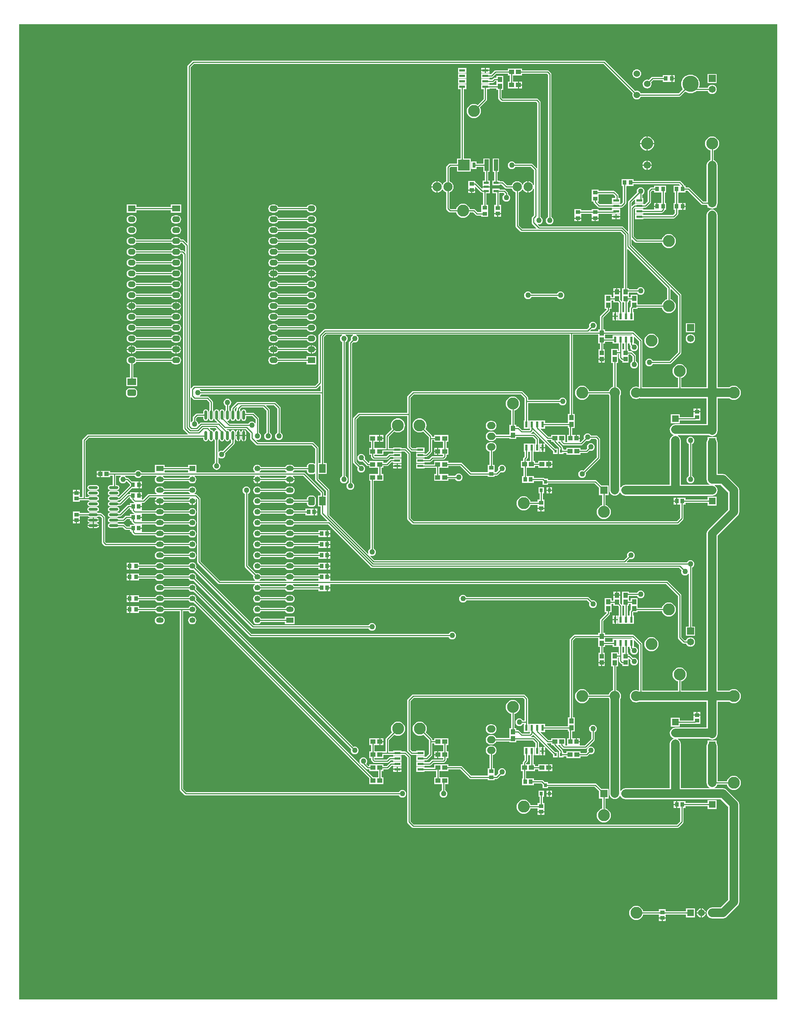
<source format=gtl>
G04 Layer_Physical_Order=1*
G04 Layer_Color=25308*
%FSLAX25Y25*%
%MOIN*%
G70*
G01*
G75*
%ADD10O,0.08661X0.02362*%
%ADD11O,0.02362X0.08661*%
%ADD12R,0.04134X0.03543*%
%ADD13R,0.03543X0.04134*%
%ADD14R,0.04134X0.03937*%
%ADD15R,0.10512X0.10000*%
%ADD16R,0.03000X0.05000*%
%ADD17R,0.03937X0.10630*%
%ADD18R,0.03150X0.03543*%
%ADD19R,0.03937X0.04134*%
%ADD20R,0.04134X0.04528*%
%ADD21R,0.04528X0.04134*%
%ADD22R,0.02362X0.03150*%
%ADD23R,0.03937X0.04331*%
%ADD24R,0.02400X0.05600*%
%ADD25R,0.05600X0.02400*%
%ADD26R,0.04724X0.02362*%
%ADD27C,0.01000*%
%ADD28C,0.08000*%
%ADD29C,0.09500*%
G04:AMPARAMS|DCode=30|XSize=60mil|YSize=80mil|CornerRadius=15mil|HoleSize=0mil|Usage=FLASHONLY|Rotation=180.000|XOffset=0mil|YOffset=0mil|HoleType=Round|Shape=RoundedRectangle|*
%AMROUNDEDRECTD30*
21,1,0.06000,0.05000,0,0,180.0*
21,1,0.03000,0.08000,0,0,180.0*
1,1,0.03000,-0.01500,0.02500*
1,1,0.03000,0.01500,0.02500*
1,1,0.03000,0.01500,-0.02500*
1,1,0.03000,-0.01500,-0.02500*
%
%ADD30ROUNDEDRECTD30*%
%ADD31R,0.06000X0.08000*%
%ADD32R,0.08000X0.06000*%
G04:AMPARAMS|DCode=33|XSize=60mil|YSize=80mil|CornerRadius=15mil|HoleSize=0mil|Usage=FLASHONLY|Rotation=270.000|XOffset=0mil|YOffset=0mil|HoleType=Round|Shape=RoundedRectangle|*
%AMROUNDEDRECTD33*
21,1,0.06000,0.05000,0,0,270.0*
21,1,0.03000,0.08000,0,0,270.0*
1,1,0.03000,-0.02500,-0.01500*
1,1,0.03000,-0.02500,0.01500*
1,1,0.03000,0.02500,0.01500*
1,1,0.03000,0.02500,-0.01500*
%
%ADD33ROUNDEDRECTD33*%
%ADD34C,0.06299*%
%ADD35R,0.06299X0.06299*%
%ADD36C,0.06299*%
%ADD37R,0.06299X0.06299*%
%ADD38C,0.11000*%
%ADD39C,0.08425*%
%ADD40C,0.15000*%
%ADD41C,0.06000*%
%ADD42C,0.06500*%
%ADD43R,0.06500X0.06500*%
%ADD44C,0.06693*%
%ADD45R,0.06693X0.06693*%
%ADD46O,0.07874X0.06693*%
%ADD47R,0.05500X0.05000*%
%ADD48O,0.05500X0.05000*%
%ADD49R,0.06299X0.06299*%
%ADD50R,0.07000X0.05500*%
%ADD51O,0.07000X0.05500*%
%ADD52R,0.07000X0.05000*%
%ADD53O,0.07000X0.05000*%
%ADD54O,0.07500X0.05500*%
%ADD55R,0.07500X0.05500*%
%ADD56C,0.05000*%
G36*
X1750000Y300000D02*
X1050000D01*
Y1200000D01*
X1750000D01*
Y300000D01*
D02*
G37*
%LPC*%
G36*
X1106067Y741843D02*
X1103500D01*
Y739571D01*
X1106067D01*
Y741843D01*
D02*
G37*
G36*
X1102500D02*
X1099933D01*
Y739571D01*
X1102500D01*
Y741843D01*
D02*
G37*
G36*
X1123825Y742000D02*
X1119051D01*
Y740276D01*
X1121701D01*
X1122552Y740445D01*
X1123273Y740928D01*
X1123755Y741649D01*
X1123825Y742000D01*
D02*
G37*
G36*
X1118051D02*
X1113277D01*
X1113347Y741649D01*
X1113829Y740928D01*
X1114550Y740445D01*
X1115402Y740276D01*
X1118051D01*
Y742000D01*
D02*
G37*
G36*
X1123825Y737000D02*
X1119051D01*
Y735276D01*
X1121701D01*
X1122552Y735445D01*
X1123273Y735927D01*
X1123755Y736649D01*
X1123825Y737000D01*
D02*
G37*
G36*
X1118051D02*
X1113277D01*
X1113347Y736649D01*
X1113829Y735927D01*
X1114550Y735445D01*
X1115402Y735276D01*
X1118051D01*
Y737000D01*
D02*
G37*
G36*
X1121701Y739724D02*
X1119051D01*
Y738000D01*
X1123825D01*
X1123755Y738351D01*
X1123273Y739073D01*
X1122552Y739555D01*
X1121701Y739724D01*
D02*
G37*
G36*
X1118051D02*
X1115402D01*
X1114550Y739555D01*
X1113829Y739073D01*
X1113347Y738351D01*
X1113277Y738000D01*
X1118051D01*
Y739724D01*
D02*
G37*
G36*
X1325429Y753067D02*
X1323158D01*
Y750500D01*
X1325429D01*
Y753067D01*
D02*
G37*
G36*
X1140598Y754724D02*
X1134299D01*
X1133448Y754555D01*
X1132727Y754073D01*
X1132245Y753351D01*
X1132075Y752500D01*
X1132245Y751649D01*
X1132727Y750927D01*
X1133448Y750445D01*
X1134299Y750276D01*
X1140598D01*
X1141450Y750445D01*
X1142171Y750927D01*
X1142653Y751649D01*
X1142822Y752500D01*
X1142653Y753351D01*
X1142171Y754073D01*
X1141450Y754555D01*
X1140598Y754724D01*
D02*
G37*
G36*
X1535067Y752843D02*
X1532500D01*
Y750571D01*
X1535067D01*
Y752843D01*
D02*
G37*
G36*
X1531500D02*
X1528933D01*
Y750571D01*
X1531500D01*
Y752843D01*
D02*
G37*
G36*
X1121701Y744724D02*
X1119051D01*
Y743000D01*
X1123825D01*
X1123755Y743351D01*
X1123273Y744072D01*
X1122552Y744555D01*
X1121701Y744724D01*
D02*
G37*
G36*
X1118051D02*
X1115402D01*
X1114550Y744555D01*
X1113829Y744072D01*
X1113347Y743351D01*
X1113277Y743000D01*
X1118051D01*
Y744724D01*
D02*
G37*
G36*
X1121701Y754724D02*
X1115402D01*
X1114550Y754555D01*
X1113829Y754073D01*
X1113347Y753351D01*
X1113178Y752500D01*
X1113347Y751649D01*
X1113829Y750927D01*
X1114550Y750445D01*
X1115402Y750276D01*
X1121701D01*
X1122552Y750445D01*
X1123273Y750927D01*
X1123755Y751649D01*
X1123925Y752500D01*
X1123755Y753351D01*
X1123273Y754073D01*
X1122552Y754555D01*
X1121701Y754724D01*
D02*
G37*
G36*
X1325429Y749500D02*
X1323158D01*
Y746933D01*
X1325429D01*
Y749500D01*
D02*
G37*
G36*
X1301000Y733530D02*
X1299000D01*
X1298086Y733410D01*
X1297235Y733057D01*
X1296504Y732496D01*
X1295943Y731765D01*
X1295845Y731529D01*
X1273405D01*
X1273307Y731765D01*
X1272746Y732496D01*
X1272015Y733057D01*
X1271164Y733410D01*
X1270250Y733530D01*
X1269750D01*
X1268836Y733410D01*
X1267985Y733057D01*
X1267254Y732496D01*
X1266693Y731765D01*
X1266340Y730914D01*
X1266220Y730000D01*
X1266340Y729086D01*
X1266693Y728235D01*
X1267254Y727504D01*
X1267985Y726943D01*
X1268836Y726590D01*
X1269750Y726470D01*
X1270250D01*
X1271164Y726590D01*
X1272015Y726943D01*
X1272746Y727504D01*
X1273307Y728235D01*
X1273405Y728471D01*
X1295845D01*
X1295943Y728235D01*
X1296504Y727504D01*
X1297235Y726943D01*
X1298086Y726590D01*
X1299000Y726470D01*
X1301000D01*
X1301914Y726590D01*
X1302765Y726943D01*
X1303496Y727504D01*
X1304057Y728235D01*
X1304155Y728471D01*
X1326571D01*
Y726933D01*
X1334157D01*
Y730000D01*
Y733067D01*
X1326571D01*
Y731529D01*
X1304155D01*
X1304057Y731765D01*
X1303496Y732496D01*
X1302765Y733057D01*
X1301914Y733410D01*
X1301000Y733530D01*
D02*
G37*
G36*
Y703530D02*
X1299000D01*
X1298086Y703410D01*
X1297235Y703057D01*
X1296504Y702496D01*
X1295943Y701765D01*
X1295845Y701529D01*
X1273405D01*
X1273307Y701765D01*
X1272746Y702496D01*
X1272015Y703057D01*
X1271164Y703410D01*
X1270250Y703530D01*
X1269750D01*
X1268836Y703410D01*
X1267985Y703057D01*
X1267254Y702496D01*
X1266693Y701765D01*
X1266340Y700914D01*
X1266220Y700000D01*
X1266340Y699086D01*
X1266693Y698235D01*
X1267254Y697504D01*
X1267985Y696943D01*
X1268836Y696590D01*
X1269750Y696470D01*
X1270250D01*
X1271164Y696590D01*
X1272015Y696943D01*
X1272746Y697504D01*
X1273307Y698235D01*
X1273405Y698471D01*
X1295845D01*
X1295943Y698235D01*
X1296504Y697504D01*
X1297235Y696943D01*
X1298086Y696590D01*
X1299000Y696470D01*
X1301000D01*
X1301914Y696590D01*
X1302765Y696943D01*
X1303496Y697504D01*
X1304057Y698235D01*
X1304155Y698471D01*
X1326571D01*
Y696933D01*
X1334157D01*
Y700000D01*
Y703067D01*
X1326571D01*
Y701529D01*
X1304155D01*
X1304057Y701765D01*
X1303496Y702496D01*
X1302765Y703057D01*
X1301914Y703410D01*
X1301000Y703530D01*
D02*
G37*
G36*
X1210250D02*
X1209750D01*
X1208836Y703410D01*
X1207985Y703057D01*
X1207254Y702496D01*
X1206693Y701765D01*
X1206595Y701529D01*
X1184155D01*
X1184057Y701765D01*
X1183496Y702496D01*
X1182765Y703057D01*
X1181914Y703410D01*
X1181000Y703530D01*
X1179000D01*
X1178086Y703410D01*
X1177235Y703057D01*
X1176504Y702496D01*
X1175943Y701765D01*
X1175845Y701529D01*
X1160772D01*
Y703067D01*
X1155563D01*
X1155228Y703067D01*
X1155146D01*
X1155063D01*
X1154728Y703067D01*
X1152791D01*
Y700000D01*
Y696933D01*
X1154728D01*
X1155063Y696933D01*
X1155146D01*
X1155228D01*
X1155563Y696933D01*
X1160772D01*
Y698471D01*
X1175845D01*
X1175943Y698235D01*
X1176504Y697504D01*
X1177235Y696943D01*
X1178086Y696590D01*
X1179000Y696470D01*
X1181000D01*
X1181914Y696590D01*
X1182765Y696943D01*
X1183496Y697504D01*
X1184057Y698235D01*
X1184155Y698471D01*
X1206595D01*
X1206693Y698235D01*
X1207254Y697504D01*
X1207985Y696943D01*
X1208836Y696590D01*
X1209750Y696470D01*
X1210250D01*
X1211164Y696590D01*
X1211223Y696615D01*
X1264919Y642919D01*
X1265415Y642587D01*
X1266000Y642471D01*
X1372845D01*
X1372943Y642235D01*
X1373504Y641504D01*
X1374235Y640943D01*
X1375086Y640590D01*
X1376000Y640470D01*
X1376914Y640590D01*
X1377765Y640943D01*
X1378496Y641504D01*
X1379057Y642235D01*
X1379410Y643086D01*
X1379530Y644000D01*
X1379410Y644914D01*
X1379057Y645765D01*
X1378496Y646496D01*
X1377765Y647057D01*
X1376914Y647410D01*
X1376000Y647530D01*
X1375086Y647410D01*
X1374235Y647057D01*
X1373504Y646496D01*
X1372943Y645765D01*
X1372845Y645529D01*
X1266634D01*
X1213489Y698674D01*
X1213660Y699086D01*
X1213780Y700000D01*
X1213660Y700914D01*
X1213307Y701765D01*
X1212746Y702496D01*
X1212015Y703057D01*
X1211164Y703410D01*
X1210250Y703530D01*
D02*
G37*
G36*
X1337429Y713067D02*
X1335157D01*
Y710500D01*
X1337429D01*
Y713067D01*
D02*
G37*
G36*
Y709500D02*
X1335157D01*
Y706933D01*
X1337429D01*
Y709500D01*
D02*
G37*
G36*
Y699500D02*
X1335157D01*
Y696933D01*
X1337429D01*
Y699500D01*
D02*
G37*
G36*
X1151791D02*
X1149520D01*
Y696933D01*
X1151791D01*
Y699500D01*
D02*
G37*
G36*
X1337429Y703067D02*
X1335157D01*
Y700500D01*
X1337429D01*
Y703067D01*
D02*
G37*
G36*
X1151791D02*
X1149520D01*
Y700500D01*
X1151791D01*
Y703067D01*
D02*
G37*
G36*
X1301000Y723530D02*
X1299000D01*
X1298086Y723410D01*
X1297235Y723057D01*
X1296504Y722496D01*
X1295943Y721765D01*
X1295845Y721529D01*
X1273405D01*
X1273307Y721765D01*
X1272746Y722496D01*
X1272015Y723057D01*
X1271164Y723410D01*
X1270250Y723530D01*
X1269750D01*
X1268836Y723410D01*
X1267985Y723057D01*
X1267254Y722496D01*
X1266693Y721765D01*
X1266340Y720914D01*
X1266220Y720000D01*
X1266340Y719086D01*
X1266693Y718235D01*
X1267254Y717504D01*
X1267985Y716943D01*
X1268836Y716590D01*
X1269750Y716470D01*
X1270250D01*
X1271164Y716590D01*
X1272015Y716943D01*
X1272746Y717504D01*
X1273307Y718235D01*
X1273405Y718471D01*
X1295845D01*
X1295943Y718235D01*
X1296504Y717504D01*
X1297235Y716943D01*
X1298086Y716590D01*
X1299000Y716470D01*
X1301000D01*
X1301914Y716590D01*
X1302765Y716943D01*
X1303496Y717504D01*
X1304057Y718235D01*
X1304155Y718471D01*
X1326571D01*
Y716933D01*
X1334157D01*
Y720000D01*
Y723067D01*
X1326571D01*
Y721529D01*
X1304155D01*
X1304057Y721765D01*
X1303496Y722496D01*
X1302765Y723057D01*
X1301914Y723410D01*
X1301000Y723530D01*
D02*
G37*
G36*
X1337429Y723067D02*
X1335157D01*
Y720500D01*
X1337429D01*
Y723067D01*
D02*
G37*
G36*
Y733067D02*
X1335157D01*
Y730500D01*
X1337429D01*
Y733067D01*
D02*
G37*
G36*
Y729500D02*
X1335157D01*
Y726933D01*
X1337429D01*
Y729500D01*
D02*
G37*
G36*
X1301000Y713530D02*
X1299000D01*
X1298086Y713410D01*
X1297235Y713057D01*
X1296504Y712496D01*
X1295943Y711765D01*
X1295845Y711529D01*
X1273405D01*
X1273307Y711765D01*
X1272746Y712496D01*
X1272015Y713057D01*
X1271164Y713410D01*
X1270250Y713530D01*
X1269750D01*
X1268836Y713410D01*
X1267985Y713057D01*
X1267254Y712496D01*
X1266693Y711765D01*
X1266340Y710914D01*
X1266220Y710000D01*
X1266340Y709086D01*
X1266693Y708235D01*
X1267254Y707504D01*
X1267985Y706943D01*
X1268836Y706590D01*
X1269750Y706470D01*
X1270250D01*
X1271164Y706590D01*
X1272015Y706943D01*
X1272746Y707504D01*
X1273307Y708235D01*
X1273405Y708471D01*
X1295845D01*
X1295943Y708235D01*
X1296504Y707504D01*
X1297235Y706943D01*
X1298086Y706590D01*
X1299000Y706470D01*
X1301000D01*
X1301914Y706590D01*
X1302765Y706943D01*
X1303496Y707504D01*
X1304057Y708235D01*
X1304155Y708471D01*
X1326571D01*
Y706933D01*
X1334157D01*
Y710000D01*
Y713067D01*
X1326571D01*
Y711529D01*
X1304155D01*
X1304057Y711765D01*
X1303496Y712496D01*
X1302765Y713057D01*
X1301914Y713410D01*
X1301000Y713530D01*
D02*
G37*
G36*
X1210250D02*
X1209750D01*
X1208836Y713410D01*
X1207985Y713057D01*
X1207254Y712496D01*
X1206693Y711765D01*
X1206595Y711529D01*
X1184155D01*
X1184057Y711765D01*
X1183496Y712496D01*
X1182765Y713057D01*
X1181914Y713410D01*
X1181000Y713530D01*
X1179000D01*
X1178086Y713410D01*
X1177235Y713057D01*
X1176504Y712496D01*
X1175943Y711765D01*
X1175590Y710914D01*
X1175470Y710000D01*
X1175590Y709086D01*
X1175943Y708235D01*
X1176504Y707504D01*
X1177235Y706943D01*
X1178086Y706590D01*
X1179000Y706470D01*
X1181000D01*
X1181914Y706590D01*
X1182765Y706943D01*
X1183496Y707504D01*
X1184057Y708235D01*
X1184155Y708471D01*
X1206595D01*
X1206693Y708235D01*
X1207254Y707504D01*
X1207985Y706943D01*
X1208836Y706590D01*
X1209750Y706470D01*
X1210250D01*
X1211164Y706590D01*
X1212015Y706943D01*
X1212746Y707504D01*
X1213307Y708235D01*
X1213660Y709086D01*
X1213780Y710000D01*
X1213660Y710914D01*
X1213307Y711765D01*
X1212746Y712496D01*
X1212015Y713057D01*
X1211164Y713410D01*
X1210250Y713530D01*
D02*
G37*
G36*
X1337429Y719500D02*
X1335157D01*
Y716933D01*
X1337429D01*
Y719500D01*
D02*
G37*
G36*
X1106067Y750429D02*
X1099933D01*
Y744886D01*
Y742842D01*
X1106067D01*
Y744886D01*
Y746128D01*
X1113695D01*
X1113829Y745927D01*
X1114550Y745445D01*
X1115402Y745276D01*
X1121701D01*
X1122552Y745445D01*
X1123273Y745927D01*
X1123302Y745971D01*
X1124866D01*
X1126471Y744367D01*
Y722000D01*
X1126587Y721415D01*
X1126919Y720919D01*
X1128919Y718919D01*
X1129415Y718587D01*
X1130000Y718471D01*
X1175845D01*
X1175943Y718235D01*
X1176504Y717504D01*
X1177235Y716943D01*
X1178086Y716590D01*
X1179000Y716470D01*
X1181000D01*
X1181914Y716590D01*
X1182765Y716943D01*
X1183496Y717504D01*
X1184057Y718235D01*
X1184155Y718471D01*
X1206595D01*
X1206693Y718235D01*
X1207254Y717504D01*
X1207985Y716943D01*
X1208836Y716590D01*
X1209750Y716470D01*
X1210250D01*
X1211164Y716590D01*
X1212015Y716943D01*
X1212746Y717504D01*
X1213307Y718235D01*
X1213660Y719086D01*
X1213780Y720000D01*
X1213660Y720914D01*
X1213307Y721765D01*
X1212746Y722496D01*
X1212015Y723057D01*
X1211164Y723410D01*
X1210250Y723530D01*
X1209750D01*
X1208836Y723410D01*
X1207985Y723057D01*
X1207254Y722496D01*
X1206693Y721765D01*
X1206595Y721529D01*
X1184155D01*
X1184057Y721765D01*
X1183496Y722496D01*
X1182765Y723057D01*
X1181914Y723410D01*
X1181000Y723530D01*
X1179000D01*
X1178086Y723410D01*
X1177235Y723057D01*
X1176504Y722496D01*
X1175943Y721765D01*
X1175845Y721529D01*
X1130634D01*
X1129529Y722634D01*
Y745000D01*
X1129432Y745488D01*
X1129413Y745585D01*
X1129081Y746081D01*
X1126581Y748581D01*
X1126085Y748913D01*
X1125500Y749029D01*
X1123302D01*
X1123273Y749073D01*
X1122552Y749555D01*
X1121701Y749724D01*
X1115402D01*
X1114550Y749555D01*
X1114000Y749187D01*
X1106067D01*
Y750429D01*
D02*
G37*
G36*
X1670000Y819530D02*
X1669086Y819410D01*
X1668235Y819057D01*
X1667504Y818496D01*
X1666943Y817765D01*
X1666590Y816914D01*
X1666470Y816000D01*
X1666590Y815086D01*
X1666943Y814235D01*
X1667504Y813504D01*
X1668235Y812943D01*
X1668471Y812845D01*
Y783155D01*
X1668235Y783057D01*
X1667504Y782496D01*
X1666943Y781765D01*
X1666590Y780914D01*
X1666470Y780000D01*
X1666590Y779086D01*
X1666943Y778235D01*
X1667504Y777504D01*
X1668235Y776943D01*
X1669086Y776590D01*
X1670000Y776470D01*
X1670914Y776590D01*
X1671765Y776943D01*
X1672496Y777504D01*
X1673057Y778235D01*
X1673410Y779086D01*
X1673530Y780000D01*
X1673410Y780914D01*
X1673057Y781765D01*
X1672496Y782496D01*
X1671765Y783057D01*
X1671529Y783155D01*
Y812845D01*
X1671765Y812943D01*
X1672496Y813504D01*
X1673057Y814235D01*
X1673410Y815086D01*
X1673530Y816000D01*
X1673410Y816914D01*
X1673057Y817765D01*
X1672496Y818496D01*
X1671765Y819057D01*
X1670914Y819410D01*
X1670000Y819530D01*
D02*
G37*
G36*
X1304464Y779500D02*
X1300500D01*
Y776470D01*
X1301000D01*
X1301914Y776590D01*
X1302765Y776943D01*
X1303496Y777504D01*
X1304057Y778235D01*
X1304410Y779086D01*
X1304464Y779500D01*
D02*
G37*
G36*
X1124547Y784500D02*
X1121980D01*
Y782031D01*
X1124547D01*
Y784500D01*
D02*
G37*
G36*
X1269500Y779500D02*
X1266286D01*
X1266340Y779086D01*
X1266693Y778235D01*
X1267254Y777504D01*
X1267985Y776943D01*
X1268836Y776590D01*
X1269500Y776503D01*
Y779500D01*
D02*
G37*
G36*
X1301000Y773530D02*
X1299000D01*
X1298086Y773410D01*
X1297235Y773057D01*
X1296504Y772496D01*
X1295943Y771765D01*
X1295845Y771529D01*
X1273405D01*
X1273307Y771765D01*
X1272746Y772496D01*
X1272015Y773057D01*
X1271164Y773410D01*
X1270250Y773530D01*
X1269750D01*
X1268836Y773410D01*
X1267985Y773057D01*
X1267254Y772496D01*
X1266693Y771765D01*
X1266340Y770914D01*
X1266220Y770000D01*
X1266340Y769086D01*
X1266693Y768235D01*
X1267254Y767504D01*
X1267985Y766943D01*
X1268836Y766590D01*
X1269750Y766470D01*
X1270250D01*
X1271164Y766590D01*
X1272015Y766943D01*
X1272746Y767504D01*
X1273307Y768235D01*
X1273405Y768471D01*
X1295845D01*
X1295943Y768235D01*
X1296504Y767504D01*
X1297235Y766943D01*
X1298086Y766590D01*
X1299000Y766470D01*
X1301000D01*
X1301914Y766590D01*
X1302765Y766943D01*
X1303496Y767504D01*
X1304057Y768235D01*
X1304410Y769086D01*
X1304530Y770000D01*
X1304410Y770914D01*
X1304057Y771765D01*
X1303496Y772496D01*
X1302765Y773057D01*
X1301914Y773410D01*
X1301000Y773530D01*
D02*
G37*
G36*
X1542315Y772835D02*
X1540240D01*
Y770563D01*
X1542315D01*
Y772835D01*
D02*
G37*
G36*
X1161354Y778067D02*
Y775500D01*
X1163626D01*
Y778067D01*
X1161354D01*
D02*
G37*
G36*
X1163626Y774500D02*
X1161354D01*
Y771933D01*
X1163626D01*
Y774500D01*
D02*
G37*
G36*
X1398771Y794645D02*
X1395471D01*
Y792945D01*
X1398771D01*
Y794645D01*
D02*
G37*
G36*
X1542512Y793500D02*
X1539748D01*
Y790933D01*
X1542512D01*
Y793500D01*
D02*
G37*
G36*
Y797067D02*
X1539748D01*
Y794500D01*
X1542512D01*
Y797067D01*
D02*
G37*
G36*
X1403071Y794645D02*
X1399771D01*
Y792945D01*
X1403071D01*
Y794645D01*
D02*
G37*
G36*
X1486591Y814384D02*
X1485409D01*
X1484275Y814235D01*
X1483218Y813797D01*
X1482310Y813100D01*
X1481613Y812192D01*
X1481175Y811135D01*
X1481026Y810000D01*
X1481175Y808865D01*
X1481613Y807808D01*
X1482310Y806900D01*
X1483218Y806203D01*
X1484275Y805765D01*
X1484471Y805740D01*
Y793626D01*
X1482933D01*
Y788417D01*
X1482933Y788083D01*
Y788000D01*
Y787917D01*
X1482933Y787583D01*
Y786675D01*
X1467488D01*
X1459137Y795026D01*
X1458641Y795358D01*
X1458055Y795474D01*
X1446413D01*
Y797012D01*
X1433389D01*
Y793974D01*
X1424401D01*
Y794645D01*
X1416801D01*
Y790245D01*
X1424401D01*
Y790915D01*
X1433389D01*
Y790878D01*
X1435124D01*
Y785012D01*
X1433389D01*
Y778878D01*
X1446413D01*
Y780415D01*
X1452868D01*
X1452943Y780235D01*
X1453504Y779504D01*
X1454235Y778943D01*
X1455086Y778590D01*
X1456000Y778470D01*
X1456914Y778590D01*
X1457765Y778943D01*
X1458496Y779504D01*
X1459057Y780235D01*
X1459410Y781086D01*
X1459530Y782000D01*
X1459410Y782914D01*
X1459057Y783765D01*
X1458496Y784496D01*
X1457765Y785057D01*
X1456914Y785410D01*
X1456000Y785530D01*
X1455086Y785410D01*
X1454235Y785057D01*
X1453504Y784496D01*
X1452943Y783765D01*
X1452822Y783474D01*
X1446413D01*
Y785012D01*
X1438182D01*
Y790878D01*
X1446413D01*
Y792415D01*
X1457422D01*
X1465773Y784064D01*
X1466269Y783733D01*
X1466854Y783616D01*
X1482933D01*
Y782374D01*
X1489067D01*
Y783616D01*
X1491146D01*
X1491731Y783733D01*
X1492227Y784064D01*
X1494851Y786688D01*
X1495086Y786590D01*
X1496000Y786470D01*
X1496914Y786590D01*
X1497765Y786943D01*
X1498496Y787504D01*
X1499057Y788235D01*
X1499410Y789086D01*
X1499530Y790000D01*
X1499410Y790914D01*
X1499057Y791765D01*
X1498496Y792496D01*
X1497765Y793057D01*
X1496914Y793410D01*
X1496000Y793530D01*
X1495086Y793410D01*
X1494235Y793057D01*
X1493504Y792496D01*
X1492943Y791765D01*
X1492590Y790914D01*
X1492470Y790000D01*
X1492590Y789086D01*
X1492688Y788851D01*
X1490512Y786675D01*
X1489421D01*
X1489067Y787029D01*
Y787583D01*
X1489067Y787917D01*
Y788000D01*
Y788083D01*
X1489067Y788417D01*
Y793626D01*
X1487529D01*
Y805740D01*
X1487725Y805765D01*
X1488783Y806203D01*
X1489690Y806900D01*
X1490387Y807808D01*
X1490825Y808865D01*
X1490975Y810000D01*
X1490825Y811135D01*
X1490387Y812192D01*
X1489690Y813100D01*
X1488783Y813797D01*
X1487725Y814235D01*
X1486591Y814384D01*
D02*
G37*
G36*
X1124547Y787968D02*
X1121980D01*
Y785500D01*
X1124547D01*
Y787968D01*
D02*
G37*
G36*
X1403071Y791945D02*
X1399771D01*
Y790245D01*
X1403071D01*
Y791945D01*
D02*
G37*
G36*
X1398771D02*
X1395471D01*
Y790245D01*
X1398771D01*
Y791945D01*
D02*
G37*
G36*
X1539240Y772835D02*
X1537165D01*
Y770563D01*
X1539240D01*
Y772835D01*
D02*
G37*
G36*
X1534835D02*
X1529685D01*
Y767291D01*
X1530731D01*
Y761429D01*
X1528933D01*
Y759529D01*
X1522328D01*
X1522034Y760499D01*
X1521431Y761629D01*
X1520618Y762618D01*
X1519629Y763431D01*
X1518499Y764034D01*
X1517274Y764406D01*
X1516000Y764532D01*
X1514726Y764406D01*
X1513500Y764034D01*
X1512371Y763431D01*
X1511382Y762618D01*
X1510569Y761629D01*
X1509966Y760499D01*
X1509594Y759274D01*
X1509468Y758000D01*
X1509594Y756726D01*
X1509966Y755501D01*
X1510569Y754371D01*
X1511382Y753382D01*
X1512371Y752569D01*
X1513500Y751966D01*
X1514726Y751594D01*
X1516000Y751469D01*
X1517274Y751594D01*
X1518499Y751966D01*
X1519629Y752569D01*
X1520618Y753382D01*
X1521431Y754371D01*
X1522034Y755501D01*
X1522328Y756471D01*
X1528933D01*
Y755886D01*
Y753842D01*
X1535067D01*
Y755886D01*
Y761429D01*
X1533789D01*
Y767291D01*
X1534835D01*
Y772835D01*
D02*
G37*
G36*
X1656842Y759500D02*
X1654571D01*
Y756933D01*
X1656842D01*
Y759500D01*
D02*
G37*
G36*
X1321500Y765049D02*
X1318500D01*
X1317525Y764855D01*
X1316698Y764302D01*
X1316145Y763476D01*
X1315951Y762500D01*
Y761529D01*
X1304155D01*
X1304057Y761765D01*
X1303496Y762496D01*
X1302765Y763057D01*
X1301914Y763410D01*
X1301000Y763530D01*
X1299000D01*
X1298086Y763410D01*
X1297235Y763057D01*
X1296504Y762496D01*
X1295943Y761765D01*
X1295845Y761529D01*
X1273405D01*
X1273307Y761765D01*
X1272746Y762496D01*
X1272015Y763057D01*
X1271164Y763410D01*
X1270250Y763530D01*
X1269750D01*
X1268836Y763410D01*
X1267985Y763057D01*
X1267254Y762496D01*
X1266693Y761765D01*
X1266340Y760914D01*
X1266220Y760000D01*
X1266340Y759086D01*
X1266693Y758235D01*
X1267254Y757504D01*
X1267985Y756943D01*
X1268836Y756590D01*
X1269750Y756470D01*
X1270250D01*
X1271164Y756590D01*
X1272015Y756943D01*
X1272746Y757504D01*
X1273307Y758235D01*
X1273405Y758471D01*
X1295845D01*
X1295943Y758235D01*
X1296504Y757504D01*
X1297235Y756943D01*
X1298086Y756590D01*
X1299000Y756470D01*
X1301000D01*
X1301914Y756590D01*
X1302765Y756943D01*
X1303496Y757504D01*
X1304057Y758235D01*
X1304155Y758471D01*
X1315951D01*
Y757500D01*
X1316145Y756525D01*
X1316698Y755698D01*
X1317525Y755145D01*
X1318500Y754951D01*
X1321500D01*
X1322475Y755145D01*
X1323302Y755698D01*
X1323855Y756525D01*
X1324049Y757500D01*
Y762500D01*
X1323855Y763476D01*
X1323302Y764302D01*
X1322475Y764855D01*
X1321500Y765049D01*
D02*
G37*
G36*
X1656842Y763067D02*
X1654571D01*
Y760500D01*
X1656842D01*
Y763067D01*
D02*
G37*
G36*
X1121701Y759724D02*
X1115402D01*
X1114550Y759555D01*
X1113829Y759072D01*
X1113347Y758351D01*
X1113178Y757500D01*
X1113347Y756649D01*
X1113829Y755928D01*
X1114550Y755445D01*
X1115402Y755276D01*
X1121701D01*
X1122552Y755445D01*
X1123273Y755928D01*
X1123755Y756649D01*
X1123925Y757500D01*
X1123755Y758351D01*
X1123273Y759072D01*
X1122552Y759555D01*
X1121701Y759724D01*
D02*
G37*
G36*
X1301000Y753530D02*
X1299000D01*
X1298086Y753410D01*
X1297235Y753057D01*
X1296504Y752496D01*
X1295943Y751765D01*
X1295845Y751529D01*
X1273405D01*
X1273307Y751765D01*
X1272746Y752496D01*
X1272015Y753057D01*
X1271164Y753410D01*
X1270250Y753530D01*
X1269750D01*
X1268836Y753410D01*
X1267985Y753057D01*
X1267254Y752496D01*
X1266693Y751765D01*
X1266340Y750914D01*
X1266220Y750000D01*
X1266340Y749086D01*
X1266693Y748235D01*
X1267254Y747504D01*
X1267985Y746943D01*
X1268836Y746590D01*
X1269750Y746470D01*
X1270250D01*
X1271164Y746590D01*
X1272015Y746943D01*
X1272746Y747504D01*
X1273307Y748235D01*
X1273405Y748471D01*
X1295845D01*
X1295943Y748235D01*
X1296504Y747504D01*
X1297235Y746943D01*
X1298086Y746590D01*
X1299000Y746470D01*
X1301000D01*
X1301914Y746590D01*
X1302765Y746943D01*
X1303496Y747504D01*
X1304057Y748235D01*
X1304155Y748471D01*
X1314571D01*
Y746933D01*
X1322157D01*
Y750000D01*
Y753067D01*
X1314571D01*
Y751529D01*
X1304155D01*
X1304057Y751765D01*
X1303496Y752496D01*
X1302765Y753057D01*
X1301914Y753410D01*
X1301000Y753530D01*
D02*
G37*
G36*
X1213714Y759500D02*
X1210500D01*
Y756503D01*
X1211164Y756590D01*
X1212015Y756943D01*
X1212746Y757504D01*
X1213307Y758235D01*
X1213660Y759086D01*
X1213714Y759500D01*
D02*
G37*
G36*
X1179500D02*
X1175536D01*
X1175590Y759086D01*
X1175943Y758235D01*
X1176504Y757504D01*
X1177235Y756943D01*
X1178086Y756590D01*
X1179000Y756470D01*
X1179500D01*
Y759500D01*
D02*
G37*
G36*
X1102500Y770429D02*
X1099933D01*
Y768157D01*
X1102500D01*
Y770429D01*
D02*
G37*
G36*
X1542315Y769563D02*
X1540240D01*
Y767291D01*
X1542315D01*
Y769563D01*
D02*
G37*
G36*
X1121701Y774724D02*
X1115402D01*
X1114550Y774555D01*
X1113829Y774073D01*
X1113347Y773351D01*
X1113178Y772500D01*
X1113347Y771649D01*
X1113829Y770927D01*
X1114550Y770445D01*
X1115402Y770276D01*
X1121701D01*
X1122552Y770445D01*
X1123273Y770927D01*
X1123755Y771649D01*
X1123925Y772500D01*
X1123755Y773351D01*
X1123273Y774073D01*
X1122552Y774555D01*
X1121701Y774724D01*
D02*
G37*
G36*
X1106067Y770429D02*
X1103500D01*
Y768157D01*
X1106067D01*
Y770429D01*
D02*
G37*
G36*
X1140598Y769724D02*
X1134299D01*
X1133448Y769555D01*
X1132727Y769072D01*
X1132245Y768351D01*
X1132075Y767500D01*
X1132245Y766649D01*
X1132727Y765928D01*
X1133448Y765445D01*
X1134299Y765276D01*
X1140598D01*
X1141450Y765445D01*
X1142171Y765928D01*
X1142653Y766649D01*
X1142822Y767500D01*
X1142653Y768351D01*
X1142171Y769072D01*
X1141450Y769555D01*
X1140598Y769724D01*
D02*
G37*
G36*
X1121701D02*
X1115402D01*
X1114550Y769555D01*
X1113829Y769072D01*
X1113347Y768351D01*
X1113178Y767500D01*
X1113347Y766649D01*
X1113829Y765928D01*
X1114550Y765445D01*
X1115402Y765276D01*
X1121701D01*
X1122552Y765445D01*
X1123273Y765928D01*
X1123755Y766649D01*
X1123925Y767500D01*
X1123755Y768351D01*
X1123273Y769072D01*
X1122552Y769555D01*
X1121701Y769724D01*
D02*
G37*
G36*
X1539240Y769563D02*
X1537165D01*
Y767291D01*
X1539240D01*
Y769563D01*
D02*
G37*
G36*
X1161354Y768067D02*
Y765500D01*
X1163626D01*
Y768067D01*
X1161354D01*
D02*
G37*
G36*
X1210250Y693530D02*
X1209750D01*
X1208836Y693410D01*
X1207985Y693057D01*
X1207254Y692496D01*
X1206693Y691765D01*
X1206595Y691529D01*
X1184155D01*
X1184057Y691765D01*
X1183496Y692496D01*
X1182765Y693057D01*
X1181914Y693410D01*
X1181000Y693530D01*
X1179000D01*
X1178086Y693410D01*
X1177235Y693057D01*
X1176504Y692496D01*
X1175943Y691765D01*
X1175845Y691529D01*
X1160772D01*
Y693067D01*
X1155563D01*
X1155228Y693067D01*
X1155146D01*
X1155063D01*
X1154728Y693067D01*
X1152791D01*
Y690000D01*
Y686933D01*
X1154728D01*
X1155063Y686933D01*
X1155146D01*
X1155228D01*
X1155563Y686933D01*
X1160772D01*
Y688471D01*
X1175845D01*
X1175943Y688235D01*
X1176504Y687504D01*
X1177235Y686943D01*
X1178086Y686590D01*
X1179000Y686470D01*
X1181000D01*
X1181914Y686590D01*
X1182765Y686943D01*
X1183496Y687504D01*
X1184057Y688235D01*
X1184155Y688471D01*
X1206595D01*
X1206693Y688235D01*
X1207254Y687504D01*
X1207985Y686943D01*
X1208836Y686590D01*
X1209750Y686470D01*
X1210250D01*
X1211164Y686590D01*
X1211223Y686615D01*
X1262919Y634919D01*
X1263415Y634587D01*
X1264000Y634471D01*
X1446845D01*
X1446943Y634235D01*
X1447504Y633504D01*
X1448235Y632943D01*
X1449086Y632590D01*
X1450000Y632470D01*
X1450914Y632590D01*
X1451765Y632943D01*
X1452496Y633504D01*
X1453057Y634235D01*
X1453410Y635086D01*
X1453530Y636000D01*
X1453410Y636914D01*
X1453057Y637765D01*
X1452496Y638496D01*
X1451765Y639057D01*
X1450914Y639410D01*
X1450000Y639530D01*
X1449086Y639410D01*
X1448235Y639057D01*
X1447504Y638496D01*
X1446943Y637765D01*
X1446845Y637529D01*
X1264633D01*
X1213489Y688674D01*
X1213660Y689086D01*
X1213780Y690000D01*
X1213660Y690914D01*
X1213307Y691765D01*
X1212746Y692496D01*
X1212015Y693057D01*
X1211164Y693410D01*
X1210250Y693530D01*
D02*
G37*
G36*
X1542512Y517067D02*
X1539748D01*
Y514500D01*
X1542512D01*
Y517067D01*
D02*
G37*
G36*
X1403170Y514700D02*
X1399870D01*
Y513000D01*
X1403170D01*
Y514700D01*
D02*
G37*
G36*
X1420000Y556531D02*
X1418726Y556406D01*
X1417500Y556034D01*
X1416371Y555431D01*
X1415382Y554618D01*
X1414569Y553629D01*
X1413966Y552499D01*
X1413594Y551274D01*
X1413468Y550000D01*
X1413594Y548726D01*
X1413966Y547501D01*
X1414569Y546371D01*
X1415382Y545382D01*
X1416371Y544569D01*
X1417500Y543966D01*
X1418726Y543594D01*
X1420000Y543469D01*
X1421274Y543594D01*
X1422499Y543966D01*
X1423394Y544444D01*
X1428471Y539366D01*
Y538000D01*
Y526634D01*
X1425867Y524029D01*
X1424500D01*
Y524700D01*
X1416900D01*
Y520300D01*
X1424500D01*
Y520971D01*
X1426500D01*
X1427085Y521087D01*
X1427581Y521419D01*
X1431081Y524919D01*
X1431413Y525415D01*
X1431529Y526000D01*
Y536471D01*
X1433488D01*
Y534933D01*
X1441719D01*
Y529067D01*
X1437252D01*
Y526000D01*
Y522933D01*
X1441719D01*
Y521881D01*
X1441366Y521529D01*
X1432000D01*
X1431512Y521432D01*
X1431415Y521413D01*
X1430919Y521081D01*
X1428866Y519029D01*
X1424500D01*
Y519700D01*
X1416900D01*
Y515300D01*
X1424500D01*
Y515971D01*
X1429500D01*
X1430085Y516087D01*
X1430581Y516419D01*
X1432633Y518471D01*
X1442000D01*
X1442585Y518587D01*
X1443081Y518919D01*
X1444329Y520167D01*
X1444661Y520663D01*
X1444777Y521248D01*
Y522933D01*
X1446512D01*
Y529067D01*
X1444777D01*
Y534933D01*
X1446512D01*
Y541067D01*
X1433488D01*
Y539529D01*
X1431529D01*
Y540000D01*
X1431413Y540585D01*
X1431081Y541081D01*
X1425556Y546606D01*
X1426034Y547501D01*
X1426406Y548726D01*
X1426532Y550000D01*
X1426406Y551274D01*
X1426034Y552499D01*
X1425431Y553629D01*
X1424618Y554618D01*
X1423629Y555431D01*
X1422499Y556034D01*
X1421274Y556406D01*
X1420000Y556531D01*
D02*
G37*
G36*
X1525700Y533170D02*
X1521300D01*
Y525570D01*
X1521971D01*
Y517067D01*
X1518281D01*
Y518118D01*
X1519581Y519419D01*
X1519913Y519915D01*
X1520029Y520500D01*
Y525570D01*
X1520700D01*
Y533170D01*
X1516300D01*
Y525570D01*
X1516971D01*
Y521134D01*
X1515670Y519833D01*
X1515339Y519337D01*
X1515223Y518752D01*
Y517067D01*
X1513488D01*
Y510933D01*
X1515223D01*
Y504067D01*
X1514571D01*
Y497933D01*
X1525429D01*
Y499471D01*
X1532304D01*
X1533425Y498349D01*
Y495165D01*
X1538575D01*
Y496408D01*
X1581429D01*
X1585654Y492184D01*
Y485653D01*
X1588471D01*
Y476329D01*
X1587500Y476034D01*
X1586371Y475431D01*
X1585382Y474618D01*
X1584569Y473629D01*
X1583966Y472500D01*
X1583594Y471274D01*
X1583469Y470000D01*
X1583594Y468726D01*
X1583966Y467500D01*
X1584569Y466371D01*
X1585382Y465382D01*
X1586371Y464569D01*
X1587500Y463966D01*
X1588726Y463594D01*
X1590000Y463469D01*
X1591274Y463594D01*
X1592500Y463966D01*
X1593629Y464569D01*
X1594618Y465382D01*
X1595431Y466371D01*
X1596034Y467500D01*
X1596406Y468726D01*
X1596531Y470000D01*
X1596406Y471274D01*
X1596034Y472500D01*
X1595431Y473629D01*
X1594618Y474618D01*
X1593629Y475431D01*
X1592500Y476034D01*
X1591529Y476329D01*
Y485653D01*
X1594347D01*
Y494347D01*
X1587816D01*
X1583144Y499018D01*
X1582648Y499350D01*
X1582063Y499466D01*
X1538575D01*
Y500709D01*
X1535391D01*
X1534018Y502081D01*
X1533522Y502413D01*
X1532937Y502529D01*
X1525429D01*
Y504067D01*
X1518281D01*
Y510933D01*
X1526512D01*
Y512471D01*
X1529488D01*
Y510933D01*
X1538748D01*
Y514000D01*
Y517067D01*
X1529488D01*
Y515529D01*
X1526512D01*
Y517067D01*
X1525029D01*
Y525570D01*
X1525700D01*
Y533170D01*
D02*
G37*
G36*
X1403170Y512000D02*
X1399870D01*
Y510300D01*
X1403170D01*
Y512000D01*
D02*
G37*
G36*
X1398870D02*
X1395570D01*
Y510300D01*
X1398870D01*
Y512000D01*
D02*
G37*
G36*
Y514700D02*
X1395570D01*
Y513000D01*
X1398870D01*
Y514700D01*
D02*
G37*
G36*
X1542512Y513500D02*
X1539748D01*
Y510933D01*
X1542512D01*
Y513500D01*
D02*
G37*
G36*
X1386512Y537500D02*
X1383748D01*
Y534933D01*
X1386512D01*
Y537500D01*
D02*
G37*
G36*
X1533000Y533170D02*
X1531300D01*
Y529870D01*
X1533000D01*
Y533170D01*
D02*
G37*
G36*
X1567724Y541165D02*
X1565256D01*
Y538500D01*
X1567724D01*
Y541165D01*
D02*
G37*
G36*
X1386512Y541067D02*
X1383748D01*
Y538500D01*
X1386512D01*
Y541067D01*
D02*
G37*
G36*
X1533000Y528870D02*
X1531300D01*
Y525570D01*
X1533000D01*
Y528870D01*
D02*
G37*
G36*
X1436252Y525500D02*
X1433488D01*
Y522933D01*
X1436252D01*
Y525500D01*
D02*
G37*
G36*
Y529067D02*
X1433488D01*
Y526500D01*
X1436252D01*
Y529067D01*
D02*
G37*
G36*
X1535700Y528870D02*
X1534000D01*
Y525570D01*
X1535700D01*
Y528870D01*
D02*
G37*
G36*
X1486591Y534384D02*
X1485409D01*
X1484275Y534235D01*
X1483218Y533797D01*
X1482310Y533100D01*
X1481613Y532192D01*
X1481175Y531135D01*
X1481026Y530000D01*
X1481175Y528865D01*
X1481613Y527808D01*
X1482310Y526900D01*
X1483218Y526203D01*
X1484275Y525765D01*
X1484471Y525740D01*
Y513626D01*
X1482933D01*
Y508417D01*
X1482933Y508083D01*
Y508000D01*
Y507917D01*
X1482933Y507583D01*
Y506675D01*
X1467488D01*
X1459081Y515081D01*
X1458585Y515413D01*
X1458000Y515529D01*
X1446512D01*
Y517067D01*
X1433488D01*
Y514029D01*
X1424500D01*
Y514700D01*
X1416900D01*
Y510300D01*
X1424500D01*
Y510971D01*
X1433488D01*
Y510933D01*
X1435223D01*
Y505067D01*
X1433488D01*
Y498933D01*
X1440471D01*
Y493155D01*
X1440235Y493057D01*
X1439504Y492496D01*
X1438943Y491765D01*
X1438590Y490914D01*
X1438470Y490000D01*
X1438590Y489086D01*
X1438943Y488235D01*
X1439504Y487504D01*
X1440235Y486943D01*
X1441086Y486590D01*
X1442000Y486470D01*
X1442914Y486590D01*
X1443765Y486943D01*
X1444496Y487504D01*
X1445057Y488235D01*
X1445410Y489086D01*
X1445530Y490000D01*
X1445410Y490914D01*
X1445057Y491765D01*
X1444496Y492496D01*
X1443765Y493057D01*
X1443529Y493155D01*
Y498933D01*
X1446512D01*
Y505067D01*
X1438281D01*
Y510933D01*
X1446512D01*
Y512471D01*
X1457366D01*
X1465773Y504064D01*
X1466269Y503733D01*
X1466854Y503616D01*
X1482933D01*
Y502374D01*
X1489067D01*
Y503616D01*
X1491146D01*
X1491731Y503733D01*
X1492227Y504064D01*
X1494851Y506688D01*
X1495086Y506590D01*
X1496000Y506470D01*
X1496914Y506590D01*
X1497765Y506943D01*
X1498496Y507504D01*
X1499057Y508235D01*
X1499410Y509086D01*
X1499530Y510000D01*
X1499410Y510914D01*
X1499057Y511765D01*
X1498496Y512496D01*
X1497765Y513057D01*
X1496914Y513410D01*
X1496000Y513530D01*
X1495086Y513410D01*
X1494235Y513057D01*
X1493504Y512496D01*
X1492943Y511765D01*
X1492590Y510914D01*
X1492470Y510000D01*
X1492590Y509086D01*
X1492688Y508851D01*
X1490512Y506675D01*
X1489421D01*
X1489067Y507029D01*
Y507583D01*
X1489067Y507917D01*
Y508000D01*
Y508083D01*
X1489067Y508417D01*
Y513626D01*
X1487529D01*
Y525740D01*
X1487725Y525765D01*
X1488783Y526203D01*
X1489690Y526900D01*
X1490387Y527808D01*
X1490825Y528865D01*
X1490975Y530000D01*
X1490825Y531135D01*
X1490387Y532192D01*
X1489690Y533100D01*
X1488783Y533797D01*
X1487725Y534235D01*
X1486591Y534384D01*
D02*
G37*
G36*
X1679500Y384120D02*
X1678917Y384043D01*
X1677907Y383625D01*
X1677040Y382960D01*
X1676375Y382093D01*
X1675957Y381083D01*
X1675880Y380500D01*
X1679500D01*
Y384120D01*
D02*
G37*
G36*
X1684120Y379500D02*
X1680500D01*
Y375880D01*
X1681083Y375957D01*
X1682093Y376375D01*
X1682960Y377041D01*
X1683625Y377907D01*
X1684043Y378917D01*
X1684120Y379500D01*
D02*
G37*
G36*
X1531500Y472843D02*
X1528933D01*
Y470571D01*
X1531500D01*
Y472843D01*
D02*
G37*
G36*
X1680500Y384120D02*
Y380500D01*
X1684120D01*
X1684043Y381083D01*
X1683625Y382093D01*
X1682960Y382960D01*
X1682093Y383625D01*
X1681083Y384043D01*
X1680500Y384120D01*
D02*
G37*
G36*
X1647067Y374843D02*
X1644500D01*
Y372571D01*
X1647067D01*
Y374843D01*
D02*
G37*
G36*
X1643500D02*
X1640933D01*
Y372571D01*
X1643500D01*
Y374843D01*
D02*
G37*
G36*
X1679500Y379500D02*
X1675880D01*
X1675957Y378917D01*
X1676375Y377907D01*
X1677040Y377041D01*
X1677907Y376375D01*
X1678917Y375957D01*
X1679500Y375880D01*
Y379500D01*
D02*
G37*
G36*
X1620000Y386531D02*
X1618726Y386406D01*
X1617500Y386034D01*
X1616371Y385431D01*
X1615382Y384618D01*
X1614569Y383629D01*
X1613966Y382500D01*
X1613594Y381274D01*
X1613469Y380000D01*
X1613594Y378726D01*
X1613966Y377501D01*
X1614569Y376371D01*
X1615382Y375382D01*
X1616371Y374569D01*
X1617500Y373966D01*
X1618726Y373594D01*
X1620000Y373469D01*
X1621274Y373594D01*
X1622499Y373966D01*
X1623629Y374569D01*
X1624618Y375382D01*
X1625431Y376371D01*
X1626034Y377501D01*
X1626328Y378471D01*
X1640933D01*
Y377886D01*
Y375842D01*
X1647067D01*
Y377886D01*
Y378471D01*
X1665850D01*
Y375850D01*
X1674150D01*
Y384150D01*
X1665850D01*
Y381529D01*
X1647067D01*
Y383429D01*
X1640933D01*
Y381529D01*
X1626328D01*
X1626034Y382500D01*
X1625431Y383629D01*
X1624618Y384618D01*
X1623629Y385431D01*
X1622499Y386034D01*
X1621274Y386406D01*
X1620000Y386531D01*
D02*
G37*
G36*
X1542315Y489563D02*
X1540240D01*
Y487291D01*
X1542315D01*
Y489563D01*
D02*
G37*
G36*
X1539240D02*
X1537165D01*
Y487291D01*
X1539240D01*
Y489563D01*
D02*
G37*
G36*
X1542315Y492835D02*
X1540240D01*
Y490563D01*
X1542315D01*
Y492835D01*
D02*
G37*
G36*
X1539240D02*
X1537165D01*
Y490563D01*
X1539240D01*
Y492835D01*
D02*
G37*
G36*
X1656842Y479500D02*
X1654571D01*
Y476933D01*
X1656842D01*
Y479500D01*
D02*
G37*
G36*
X1535067Y472843D02*
X1532500D01*
Y470571D01*
X1535067D01*
Y472843D01*
D02*
G37*
G36*
X1656842Y483067D02*
X1654571D01*
Y480500D01*
X1656842D01*
Y483067D01*
D02*
G37*
G36*
X1534835Y492835D02*
X1529685D01*
Y487291D01*
X1530731D01*
Y481429D01*
X1528933D01*
Y479529D01*
X1522328D01*
X1522034Y480500D01*
X1521431Y481629D01*
X1520618Y482618D01*
X1519629Y483431D01*
X1518499Y484034D01*
X1517274Y484406D01*
X1516000Y484531D01*
X1514726Y484406D01*
X1513500Y484034D01*
X1512371Y483431D01*
X1511382Y482618D01*
X1510569Y481629D01*
X1509966Y480500D01*
X1509594Y479274D01*
X1509468Y478000D01*
X1509594Y476726D01*
X1509966Y475500D01*
X1510569Y474371D01*
X1511382Y473382D01*
X1512371Y472569D01*
X1513500Y471966D01*
X1514726Y471594D01*
X1516000Y471468D01*
X1517274Y471594D01*
X1518499Y471966D01*
X1519629Y472569D01*
X1520618Y473382D01*
X1521431Y474371D01*
X1522034Y475500D01*
X1522328Y476471D01*
X1528933D01*
Y475886D01*
Y473842D01*
X1535067D01*
Y475886D01*
Y481429D01*
X1533789D01*
Y487291D01*
X1534835D01*
Y492835D01*
D02*
G37*
G36*
X1151791Y673067D02*
X1149520D01*
Y670500D01*
X1151791D01*
Y673067D01*
D02*
G37*
G36*
Y669500D02*
X1149520D01*
Y666933D01*
X1151791D01*
Y669500D01*
D02*
G37*
G36*
X1301000Y673530D02*
X1299000D01*
X1298086Y673410D01*
X1297235Y673057D01*
X1296504Y672496D01*
X1295943Y671765D01*
X1295845Y671529D01*
X1273405D01*
X1273307Y671765D01*
X1272746Y672496D01*
X1272015Y673057D01*
X1271164Y673410D01*
X1270250Y673530D01*
X1269750D01*
X1268836Y673410D01*
X1267985Y673057D01*
X1267254Y672496D01*
X1266693Y671765D01*
X1266340Y670914D01*
X1266220Y670000D01*
X1266340Y669086D01*
X1266693Y668235D01*
X1267254Y667504D01*
X1267985Y666943D01*
X1268836Y666590D01*
X1269750Y666470D01*
X1270250D01*
X1271164Y666590D01*
X1272015Y666943D01*
X1272746Y667504D01*
X1273307Y668235D01*
X1273405Y668471D01*
X1295845D01*
X1295943Y668235D01*
X1296504Y667504D01*
X1297235Y666943D01*
X1298086Y666590D01*
X1299000Y666470D01*
X1301000D01*
X1301914Y666590D01*
X1302765Y666943D01*
X1303496Y667504D01*
X1304057Y668235D01*
X1304410Y669086D01*
X1304530Y670000D01*
X1304410Y670914D01*
X1304057Y671765D01*
X1303496Y672496D01*
X1302765Y673057D01*
X1301914Y673410D01*
X1301000Y673530D01*
D02*
G37*
G36*
X1210250D02*
X1209750D01*
X1208836Y673410D01*
X1207985Y673057D01*
X1207254Y672496D01*
X1206693Y671765D01*
X1206595Y671529D01*
X1184155D01*
X1184057Y671765D01*
X1183496Y672496D01*
X1182765Y673057D01*
X1181914Y673410D01*
X1181000Y673530D01*
X1179000D01*
X1178086Y673410D01*
X1177235Y673057D01*
X1176504Y672496D01*
X1175943Y671765D01*
X1175845Y671529D01*
X1160772D01*
Y673067D01*
X1155563D01*
X1155228Y673067D01*
X1155146D01*
X1155063D01*
X1154728Y673067D01*
X1152791D01*
Y670000D01*
Y666933D01*
X1154728D01*
X1155063Y666933D01*
X1155146D01*
X1155228D01*
X1155563Y666933D01*
X1160772D01*
Y668471D01*
X1175845D01*
X1175943Y668235D01*
X1176504Y667504D01*
X1177235Y666943D01*
X1178086Y666590D01*
X1179000Y666470D01*
X1181000D01*
X1181914Y666590D01*
X1182765Y666943D01*
X1183496Y667504D01*
X1184057Y668235D01*
X1184155Y668471D01*
X1206595D01*
X1206693Y668235D01*
X1207254Y667504D01*
X1207985Y666943D01*
X1208836Y666590D01*
X1209750Y666470D01*
X1210250D01*
X1211164Y666590D01*
X1211223Y666614D01*
X1373488Y504349D01*
Y498933D01*
X1386512D01*
Y505067D01*
X1384777D01*
Y510933D01*
X1386512D01*
Y512471D01*
X1390000D01*
X1390585Y512587D01*
X1391081Y512919D01*
X1394133Y515971D01*
X1395570D01*
Y515300D01*
X1403170D01*
Y519700D01*
X1395570D01*
Y519029D01*
X1393500D01*
X1392915Y518913D01*
X1392419Y518581D01*
X1389367Y515529D01*
X1386512D01*
Y517067D01*
X1373488D01*
Y515529D01*
X1372633D01*
X1370567Y517596D01*
X1371057Y518235D01*
X1371410Y519086D01*
X1371530Y520000D01*
X1371410Y520914D01*
X1371057Y521765D01*
X1370496Y522496D01*
X1369765Y523057D01*
X1368914Y523410D01*
X1368000Y523530D01*
X1367086Y523410D01*
X1366235Y523057D01*
X1365504Y522496D01*
X1364943Y521765D01*
X1364590Y520914D01*
X1364470Y520000D01*
X1364590Y519086D01*
X1364943Y518235D01*
X1365504Y517504D01*
X1366235Y516943D01*
X1367086Y516590D01*
X1367271Y516566D01*
X1370918Y512919D01*
X1371415Y512587D01*
X1371512Y512568D01*
X1372000Y512471D01*
X1373488D01*
Y510933D01*
X1381719D01*
Y505067D01*
X1377096D01*
X1213489Y668674D01*
X1213660Y669086D01*
X1213780Y670000D01*
X1213660Y670914D01*
X1213307Y671765D01*
X1212746Y672496D01*
X1212015Y673057D01*
X1211164Y673410D01*
X1210250Y673530D01*
D02*
G37*
G36*
X1460000D02*
X1459086Y673410D01*
X1458235Y673057D01*
X1457504Y672496D01*
X1456943Y671765D01*
X1456590Y670914D01*
X1456470Y670000D01*
X1456590Y669086D01*
X1456943Y668235D01*
X1457504Y667504D01*
X1458235Y666943D01*
X1459086Y666590D01*
X1460000Y666470D01*
X1460914Y666590D01*
X1461765Y666943D01*
X1462496Y667504D01*
X1463057Y668235D01*
X1463155Y668471D01*
X1574366D01*
X1576688Y666149D01*
X1576590Y665914D01*
X1576470Y665000D01*
X1576590Y664086D01*
X1576943Y663235D01*
X1577504Y662504D01*
X1578235Y661943D01*
X1579086Y661590D01*
X1580000Y661470D01*
X1580914Y661590D01*
X1581765Y661943D01*
X1582496Y662504D01*
X1583057Y663235D01*
X1583410Y664086D01*
X1583530Y665000D01*
X1583410Y665914D01*
X1583057Y666765D01*
X1582496Y667496D01*
X1581765Y668057D01*
X1580914Y668410D01*
X1580000Y668530D01*
X1579086Y668410D01*
X1578851Y668312D01*
X1576081Y671081D01*
X1575585Y671413D01*
X1575000Y671529D01*
X1463155D01*
X1463057Y671765D01*
X1462496Y672496D01*
X1461765Y673057D01*
X1460914Y673410D01*
X1460000Y673530D01*
D02*
G37*
G36*
X1151791Y663067D02*
X1149520D01*
Y660500D01*
X1151791D01*
Y663067D01*
D02*
G37*
G36*
X1301000Y663530D02*
X1299000D01*
X1298086Y663410D01*
X1297235Y663057D01*
X1296504Y662496D01*
X1295943Y661765D01*
X1295845Y661529D01*
X1273405D01*
X1273307Y661765D01*
X1272746Y662496D01*
X1272015Y663057D01*
X1271164Y663410D01*
X1270250Y663530D01*
X1269750D01*
X1268836Y663410D01*
X1267985Y663057D01*
X1267254Y662496D01*
X1266693Y661765D01*
X1266340Y660914D01*
X1266220Y660000D01*
X1266340Y659086D01*
X1266693Y658235D01*
X1267254Y657504D01*
X1267985Y656943D01*
X1268836Y656590D01*
X1269750Y656470D01*
X1270250D01*
X1271164Y656590D01*
X1272015Y656943D01*
X1272746Y657504D01*
X1273307Y658235D01*
X1273405Y658471D01*
X1295845D01*
X1295943Y658235D01*
X1296504Y657504D01*
X1297235Y656943D01*
X1298086Y656590D01*
X1299000Y656470D01*
X1301000D01*
X1301914Y656590D01*
X1302765Y656943D01*
X1303496Y657504D01*
X1304057Y658235D01*
X1304410Y659086D01*
X1304530Y660000D01*
X1304410Y660914D01*
X1304057Y661765D01*
X1303496Y662496D01*
X1302765Y663057D01*
X1301914Y663410D01*
X1301000Y663530D01*
D02*
G37*
G36*
X1210250D02*
X1209750D01*
X1208836Y663410D01*
X1207985Y663057D01*
X1207254Y662496D01*
X1206693Y661765D01*
X1206595Y661529D01*
X1184155D01*
X1184057Y661765D01*
X1183496Y662496D01*
X1182765Y663057D01*
X1181914Y663410D01*
X1181000Y663530D01*
X1179000D01*
X1178086Y663410D01*
X1177235Y663057D01*
X1176504Y662496D01*
X1175943Y661765D01*
X1175845Y661529D01*
X1160772D01*
Y663067D01*
X1155563D01*
X1155228Y663067D01*
X1155146D01*
X1155063D01*
X1154728Y663067D01*
X1152791D01*
Y660000D01*
Y656933D01*
X1154728D01*
X1155063Y656933D01*
X1155146D01*
X1155228D01*
X1155563Y656933D01*
X1160772D01*
Y658471D01*
X1175845D01*
X1175943Y658235D01*
X1176504Y657504D01*
X1177235Y656943D01*
X1178086Y656590D01*
X1179000Y656470D01*
X1181000D01*
X1181914Y656590D01*
X1182765Y656943D01*
X1183496Y657504D01*
X1184057Y658235D01*
X1184155Y658471D01*
X1198471D01*
Y494000D01*
X1198587Y493415D01*
X1198919Y492919D01*
X1202919Y488919D01*
X1203415Y488587D01*
X1203512Y488568D01*
X1204000Y488471D01*
X1400845D01*
X1400943Y488235D01*
X1401504Y487504D01*
X1402235Y486943D01*
X1403086Y486590D01*
X1404000Y486470D01*
X1404914Y486590D01*
X1405765Y486943D01*
X1406496Y487504D01*
X1407057Y488235D01*
X1407410Y489086D01*
X1407530Y490000D01*
X1407410Y490914D01*
X1407057Y491765D01*
X1406496Y492496D01*
X1405765Y493057D01*
X1404914Y493410D01*
X1404000Y493530D01*
X1403086Y493410D01*
X1402235Y493057D01*
X1401504Y492496D01*
X1400943Y491765D01*
X1400845Y491529D01*
X1204634D01*
X1201529Y494633D01*
Y658471D01*
X1206595D01*
X1206693Y658235D01*
X1207254Y657504D01*
X1207985Y656943D01*
X1208836Y656590D01*
X1209750Y656470D01*
X1210250D01*
X1211164Y656590D01*
X1212015Y656943D01*
X1212746Y657504D01*
X1213307Y658235D01*
X1213660Y659086D01*
X1213780Y660000D01*
X1213660Y660914D01*
X1213307Y661765D01*
X1212746Y662496D01*
X1212015Y663057D01*
X1211164Y663410D01*
X1210250Y663530D01*
D02*
G37*
G36*
X1151791Y689500D02*
X1149520D01*
Y686933D01*
X1151791D01*
Y689500D01*
D02*
G37*
G36*
X1260000Y773530D02*
X1259086Y773410D01*
X1258235Y773057D01*
X1257504Y772496D01*
X1256943Y771765D01*
X1256590Y770914D01*
X1256470Y770000D01*
X1256590Y769086D01*
X1256943Y768235D01*
X1257504Y767504D01*
X1258235Y766943D01*
X1258471Y766845D01*
Y700000D01*
X1258587Y699415D01*
X1258919Y698919D01*
X1266511Y691326D01*
X1266340Y690914D01*
X1266220Y690000D01*
X1266340Y689086D01*
X1266693Y688235D01*
X1267254Y687504D01*
X1267872Y687029D01*
X1267743Y686529D01*
X1235633D01*
X1217529Y704634D01*
Y762000D01*
X1217413Y762585D01*
X1217081Y763081D01*
X1214081Y766081D01*
X1213585Y766413D01*
X1213000Y766529D01*
X1212257D01*
X1212128Y767029D01*
X1212746Y767504D01*
X1213307Y768235D01*
X1213660Y769086D01*
X1213780Y770000D01*
X1213660Y770914D01*
X1213307Y771765D01*
X1212746Y772496D01*
X1212015Y773057D01*
X1211164Y773410D01*
X1210250Y773530D01*
X1209750D01*
X1208836Y773410D01*
X1207985Y773057D01*
X1207254Y772496D01*
X1206693Y771765D01*
X1206595Y771529D01*
X1184155D01*
X1184057Y771765D01*
X1183496Y772496D01*
X1182765Y773057D01*
X1181914Y773410D01*
X1181000Y773530D01*
X1179000D01*
X1178086Y773410D01*
X1177235Y773057D01*
X1176504Y772496D01*
X1175943Y771765D01*
X1175590Y770914D01*
X1175470Y770000D01*
X1175590Y769086D01*
X1175943Y768235D01*
X1176504Y767504D01*
X1177122Y767029D01*
X1176993Y766529D01*
X1170000D01*
X1169415Y766413D01*
X1168919Y766081D01*
X1164367Y761529D01*
X1163859D01*
X1163859Y761529D01*
X1163626Y761933D01*
X1163626Y762029D01*
Y764500D01*
X1160854D01*
Y765000D01*
X1160354D01*
Y768067D01*
X1158417D01*
X1158083Y768067D01*
X1158000D01*
X1157917D01*
X1157583Y768067D01*
X1152374D01*
Y766529D01*
X1151000D01*
X1150415Y766413D01*
X1149919Y766081D01*
X1142867Y759029D01*
X1142200D01*
X1142171Y759072D01*
X1141450Y759555D01*
X1140598Y759724D01*
X1134299D01*
X1133448Y759555D01*
X1132727Y759072D01*
X1132245Y758351D01*
X1132075Y757500D01*
X1132245Y756649D01*
X1132727Y755928D01*
X1133448Y755445D01*
X1134299Y755276D01*
X1140598D01*
X1141450Y755445D01*
X1142171Y755928D01*
X1142200Y755971D01*
X1143500D01*
X1144085Y756087D01*
X1144581Y756419D01*
X1151633Y763471D01*
X1152374D01*
Y761933D01*
X1153616D01*
Y761854D01*
X1153733Y761269D01*
X1154064Y760773D01*
X1155919Y758919D01*
X1156415Y758587D01*
X1156516Y758567D01*
X1156466Y758067D01*
X1152571D01*
Y756529D01*
X1151000D01*
X1150415Y756413D01*
X1149919Y756081D01*
X1142867Y749029D01*
X1142200D01*
X1142171Y749073D01*
X1141450Y749555D01*
X1140598Y749724D01*
X1134299D01*
X1133448Y749555D01*
X1132727Y749073D01*
X1132245Y748351D01*
X1132075Y747500D01*
X1132245Y746649D01*
X1132727Y745927D01*
X1133448Y745445D01*
X1134299Y745276D01*
X1140598D01*
X1141450Y745445D01*
X1142171Y745927D01*
X1142200Y745971D01*
X1143500D01*
X1144085Y746087D01*
X1144581Y746419D01*
X1151633Y753471D01*
X1152571D01*
Y751933D01*
X1153813D01*
Y751657D01*
X1153930Y751072D01*
X1154261Y750576D01*
X1155919Y748919D01*
X1156415Y748587D01*
X1156516Y748567D01*
X1156466Y748067D01*
X1152571D01*
Y746529D01*
X1149000D01*
X1148512Y746432D01*
X1148415Y746413D01*
X1147919Y746081D01*
X1145866Y744029D01*
X1142200D01*
X1142171Y744072D01*
X1141450Y744555D01*
X1140598Y744724D01*
X1134299D01*
X1133448Y744555D01*
X1132727Y744072D01*
X1132245Y743351D01*
X1132075Y742500D01*
X1132245Y741649D01*
X1132727Y740928D01*
X1133448Y740445D01*
X1134299Y740276D01*
X1140598D01*
X1141450Y740445D01*
X1142171Y740928D01*
X1142200Y740971D01*
X1146500D01*
X1147085Y741087D01*
X1147581Y741419D01*
X1149634Y743471D01*
X1152571D01*
Y741933D01*
X1153813D01*
Y741657D01*
X1153930Y741072D01*
X1154261Y740576D01*
X1155919Y738919D01*
X1156415Y738587D01*
X1156516Y738567D01*
X1156466Y738067D01*
X1152571D01*
Y736529D01*
X1149634D01*
X1147581Y738581D01*
X1147085Y738913D01*
X1146500Y739029D01*
X1142200D01*
X1142171Y739073D01*
X1141450Y739555D01*
X1140598Y739724D01*
X1134299D01*
X1133448Y739555D01*
X1132727Y739073D01*
X1132245Y738351D01*
X1132075Y737500D01*
X1132245Y736649D01*
X1132727Y735927D01*
X1133448Y735445D01*
X1134299Y735276D01*
X1140598D01*
X1141450Y735445D01*
X1142171Y735927D01*
X1142200Y735971D01*
X1145866D01*
X1147919Y733919D01*
X1148415Y733587D01*
X1148512Y733568D01*
X1149000Y733471D01*
X1152571D01*
Y731933D01*
X1153813D01*
Y731658D01*
X1153930Y731072D01*
X1154261Y730576D01*
X1155919Y728919D01*
X1156415Y728587D01*
X1157000Y728471D01*
X1175845D01*
X1175943Y728235D01*
X1176504Y727504D01*
X1177235Y726943D01*
X1178086Y726590D01*
X1179000Y726470D01*
X1181000D01*
X1181914Y726590D01*
X1182765Y726943D01*
X1183496Y727504D01*
X1184057Y728235D01*
X1184155Y728471D01*
X1206595D01*
X1206693Y728235D01*
X1207254Y727504D01*
X1207985Y726943D01*
X1208836Y726590D01*
X1209750Y726470D01*
X1210250D01*
X1211164Y726590D01*
X1212015Y726943D01*
X1212746Y727504D01*
X1213307Y728235D01*
X1213660Y729086D01*
X1213780Y730000D01*
X1213660Y730914D01*
X1213307Y731765D01*
X1212746Y732496D01*
X1212015Y733057D01*
X1211164Y733410D01*
X1210250Y733530D01*
X1209750D01*
X1208836Y733410D01*
X1207985Y733057D01*
X1207254Y732496D01*
X1206693Y731765D01*
X1206595Y731529D01*
X1184155D01*
X1184057Y731765D01*
X1183496Y732496D01*
X1182765Y733057D01*
X1181914Y733410D01*
X1181000Y733530D01*
X1179000D01*
X1178086Y733410D01*
X1177235Y733057D01*
X1176504Y732496D01*
X1175943Y731765D01*
X1175845Y731529D01*
X1163662D01*
X1163662Y731530D01*
X1163429Y731933D01*
Y731933D01*
X1163429Y731933D01*
X1163429Y731933D01*
Y734500D01*
X1160658D01*
Y735500D01*
X1163429D01*
Y737971D01*
X1163429Y738067D01*
X1163662Y738471D01*
X1175845D01*
X1175943Y738235D01*
X1176504Y737504D01*
X1177235Y736943D01*
X1178086Y736590D01*
X1179000Y736470D01*
X1181000D01*
X1181914Y736590D01*
X1182765Y736943D01*
X1183496Y737504D01*
X1184057Y738235D01*
X1184155Y738471D01*
X1206595D01*
X1206693Y738235D01*
X1207254Y737504D01*
X1207985Y736943D01*
X1208836Y736590D01*
X1209750Y736470D01*
X1210250D01*
X1211164Y736590D01*
X1212015Y736943D01*
X1212746Y737504D01*
X1213307Y738235D01*
X1213660Y739086D01*
X1213780Y740000D01*
X1213660Y740914D01*
X1213307Y741765D01*
X1212746Y742496D01*
X1212015Y743057D01*
X1211164Y743410D01*
X1210250Y743530D01*
X1209750D01*
X1208836Y743410D01*
X1207985Y743057D01*
X1207254Y742496D01*
X1206693Y741765D01*
X1206595Y741529D01*
X1184155D01*
X1184057Y741765D01*
X1183496Y742496D01*
X1182765Y743057D01*
X1181914Y743410D01*
X1181000Y743530D01*
X1179000D01*
X1178086Y743410D01*
X1177235Y743057D01*
X1176504Y742496D01*
X1175943Y741765D01*
X1175845Y741529D01*
X1163662D01*
X1163662Y741530D01*
X1163429Y741933D01*
Y741933D01*
X1163429Y741933D01*
X1163429Y741933D01*
Y744500D01*
X1160658D01*
Y745500D01*
X1163429D01*
Y747971D01*
X1163429Y748067D01*
X1163662Y748471D01*
X1175845D01*
X1175943Y748235D01*
X1176504Y747504D01*
X1177235Y746943D01*
X1178086Y746590D01*
X1179000Y746470D01*
X1181000D01*
X1181914Y746590D01*
X1182765Y746943D01*
X1183496Y747504D01*
X1184057Y748235D01*
X1184155Y748471D01*
X1206595D01*
X1206693Y748235D01*
X1207254Y747504D01*
X1207985Y746943D01*
X1208836Y746590D01*
X1209750Y746470D01*
X1210250D01*
X1211164Y746590D01*
X1212015Y746943D01*
X1212746Y747504D01*
X1213307Y748235D01*
X1213660Y749086D01*
X1213780Y750000D01*
X1213660Y750914D01*
X1213307Y751765D01*
X1212746Y752496D01*
X1212015Y753057D01*
X1211164Y753410D01*
X1210250Y753530D01*
X1209750D01*
X1208836Y753410D01*
X1207985Y753057D01*
X1207254Y752496D01*
X1206693Y751765D01*
X1206595Y751529D01*
X1184155D01*
X1184057Y751765D01*
X1183496Y752496D01*
X1182765Y753057D01*
X1181914Y753410D01*
X1181000Y753530D01*
X1179000D01*
X1178086Y753410D01*
X1177235Y753057D01*
X1176504Y752496D01*
X1175943Y751765D01*
X1175845Y751529D01*
X1163662D01*
X1163662Y751530D01*
X1163429Y751933D01*
D01*
Y751933D01*
X1163429Y751933D01*
Y754500D01*
X1160658D01*
Y755500D01*
X1163429D01*
Y757971D01*
X1163429Y758067D01*
X1163662Y758471D01*
X1165000D01*
X1165585Y758587D01*
X1166081Y758919D01*
X1170634Y763471D01*
X1176993D01*
X1177122Y762971D01*
X1176504Y762496D01*
X1175943Y761765D01*
X1175590Y760914D01*
X1175536Y760500D01*
X1180000D01*
Y760000D01*
X1180500D01*
Y756470D01*
X1181000D01*
X1181914Y756590D01*
X1182765Y756943D01*
X1183496Y757504D01*
X1184057Y758235D01*
X1184155Y758471D01*
X1206595D01*
X1206693Y758235D01*
X1207254Y757504D01*
X1207985Y756943D01*
X1208836Y756590D01*
X1209500Y756503D01*
Y760000D01*
X1210000D01*
Y760500D01*
X1213714D01*
X1213660Y760914D01*
X1213307Y761765D01*
X1213117Y762013D01*
X1213494Y762343D01*
X1214471Y761367D01*
Y704000D01*
X1214587Y703415D01*
X1214919Y702919D01*
X1233919Y683919D01*
X1234415Y683587D01*
X1235000Y683471D01*
X1267743D01*
X1267872Y682971D01*
X1267254Y682496D01*
X1266693Y681765D01*
X1266340Y680914D01*
X1266220Y680000D01*
X1266340Y679086D01*
X1266693Y678235D01*
X1267254Y677504D01*
X1267985Y676943D01*
X1268836Y676590D01*
X1269750Y676470D01*
X1270250D01*
X1271164Y676590D01*
X1272015Y676943D01*
X1272746Y677504D01*
X1273307Y678235D01*
X1273405Y678471D01*
X1295845D01*
X1295943Y678235D01*
X1296504Y677504D01*
X1297235Y676943D01*
X1298086Y676590D01*
X1299000Y676470D01*
X1301000D01*
X1301914Y676590D01*
X1302765Y676943D01*
X1303496Y677504D01*
X1304057Y678235D01*
X1304155Y678471D01*
X1326571D01*
Y676933D01*
X1334157D01*
Y680000D01*
X1334657D01*
Y680500D01*
X1337429D01*
Y683067D01*
X1337429D01*
X1337662Y683471D01*
X1647367D01*
X1658471Y672367D01*
Y634000D01*
X1658587Y633415D01*
X1658919Y632919D01*
X1662918Y628919D01*
X1663415Y628587D01*
X1663512Y628568D01*
X1664000Y628471D01*
X1666033D01*
X1666288Y627857D01*
X1666969Y626969D01*
X1667857Y626288D01*
X1668891Y625859D01*
X1670000Y625713D01*
X1671110Y625859D01*
X1672143Y626288D01*
X1673031Y626969D01*
X1673712Y627857D01*
X1674141Y628891D01*
X1674287Y630000D01*
X1674141Y631110D01*
X1673712Y632143D01*
X1673031Y633031D01*
X1672143Y633712D01*
X1671110Y634141D01*
X1670000Y634287D01*
X1668891Y634141D01*
X1667857Y633712D01*
X1666969Y633031D01*
X1666288Y632143D01*
X1666033Y631529D01*
X1664634D01*
X1661529Y634633D01*
Y673000D01*
X1661413Y673585D01*
X1661081Y674081D01*
X1649081Y686081D01*
X1648585Y686413D01*
X1648000Y686529D01*
X1337662D01*
X1337429Y686933D01*
X1337429D01*
Y689500D01*
X1334657D01*
Y690000D01*
X1334157D01*
Y693067D01*
X1326571D01*
Y691529D01*
X1304155D01*
X1304057Y691765D01*
X1303496Y692496D01*
X1302765Y693057D01*
X1301914Y693410D01*
X1301000Y693530D01*
X1299000D01*
X1298086Y693410D01*
X1297235Y693057D01*
X1296504Y692496D01*
X1295943Y691765D01*
X1295845Y691529D01*
X1273405D01*
X1273307Y691765D01*
X1272746Y692496D01*
X1272015Y693057D01*
X1271164Y693410D01*
X1270250Y693530D01*
X1269750D01*
X1268836Y693410D01*
X1268777Y693386D01*
X1261529Y700633D01*
Y766845D01*
X1261765Y766943D01*
X1262496Y767504D01*
X1263057Y768235D01*
X1263410Y769086D01*
X1263530Y770000D01*
X1263410Y770914D01*
X1263057Y771765D01*
X1262496Y772496D01*
X1261765Y773057D01*
X1260914Y773410D01*
X1260000Y773530D01*
D02*
G37*
G36*
X1337429Y693067D02*
X1335157D01*
Y690500D01*
X1337429D01*
Y693067D01*
D02*
G37*
G36*
X1151791D02*
X1149520D01*
Y690500D01*
X1151791D01*
Y693067D01*
D02*
G37*
G36*
X1605067Y676512D02*
X1602500D01*
Y673748D01*
X1605067D01*
Y676512D01*
D02*
G37*
G36*
X1601500D02*
X1598933D01*
Y673748D01*
X1601500D01*
Y676512D01*
D02*
G37*
G36*
X1210250Y683530D02*
X1209750D01*
X1208836Y683410D01*
X1207985Y683057D01*
X1207254Y682496D01*
X1206693Y681765D01*
X1206595Y681529D01*
X1184155D01*
X1184057Y681765D01*
X1183496Y682496D01*
X1182765Y683057D01*
X1181914Y683410D01*
X1181000Y683530D01*
X1179000D01*
X1178086Y683410D01*
X1177235Y683057D01*
X1176504Y682496D01*
X1175943Y681765D01*
X1175590Y680914D01*
X1175470Y680000D01*
X1175590Y679086D01*
X1175943Y678235D01*
X1176504Y677504D01*
X1177235Y676943D01*
X1178086Y676590D01*
X1179000Y676470D01*
X1181000D01*
X1181914Y676590D01*
X1182765Y676943D01*
X1183496Y677504D01*
X1184057Y678235D01*
X1184155Y678471D01*
X1206595D01*
X1206693Y678235D01*
X1207254Y677504D01*
X1207985Y676943D01*
X1208836Y676590D01*
X1209750Y676470D01*
X1210250D01*
X1211164Y676590D01*
X1211223Y676615D01*
X1356688Y531149D01*
X1356590Y530914D01*
X1356470Y530000D01*
X1356590Y529086D01*
X1356943Y528235D01*
X1357504Y527504D01*
X1358235Y526943D01*
X1359086Y526590D01*
X1360000Y526470D01*
X1360914Y526590D01*
X1361765Y526943D01*
X1362496Y527504D01*
X1363057Y528235D01*
X1363410Y529086D01*
X1363530Y530000D01*
X1363410Y530914D01*
X1363057Y531765D01*
X1362496Y532496D01*
X1361765Y533057D01*
X1360914Y533410D01*
X1360000Y533530D01*
X1359086Y533410D01*
X1358851Y533312D01*
X1213489Y678674D01*
X1213660Y679086D01*
X1213780Y680000D01*
X1213660Y680914D01*
X1213307Y681765D01*
X1212746Y682496D01*
X1212015Y683057D01*
X1211164Y683410D01*
X1210250Y683530D01*
D02*
G37*
G36*
X1337429Y679500D02*
X1335157D01*
Y676933D01*
X1337429D01*
Y679500D01*
D02*
G37*
G36*
X1151791Y659500D02*
X1149520D01*
Y656933D01*
X1151791D01*
Y659500D01*
D02*
G37*
G36*
X1679067Y565429D02*
X1676500D01*
Y563158D01*
X1679067D01*
Y565429D01*
D02*
G37*
G36*
X1675500D02*
X1672933D01*
Y563158D01*
X1675500D01*
Y565429D01*
D02*
G37*
G36*
X1590969Y610547D02*
X1588500D01*
Y607980D01*
X1590969D01*
Y610547D01*
D02*
G37*
G36*
X1587500D02*
X1585032D01*
Y607980D01*
X1587500D01*
Y610547D01*
D02*
G37*
G36*
X1486591Y554069D02*
X1485409D01*
X1484275Y553920D01*
X1483218Y553482D01*
X1482310Y552785D01*
X1481613Y551877D01*
X1481175Y550820D01*
X1481026Y549685D01*
X1481175Y548550D01*
X1481613Y547493D01*
X1482310Y546585D01*
X1483218Y545888D01*
X1484275Y545450D01*
X1485409Y545301D01*
X1486591D01*
X1487725Y545450D01*
X1488783Y545888D01*
X1489690Y546585D01*
X1490387Y547493D01*
X1490825Y548550D01*
X1490975Y549685D01*
X1490825Y550820D01*
X1490387Y551877D01*
X1489690Y552785D01*
X1488783Y553482D01*
X1487725Y553920D01*
X1486591Y554069D01*
D02*
G37*
G36*
X1400000Y556531D02*
X1398726Y556406D01*
X1397501Y556034D01*
X1396371Y555431D01*
X1395382Y554618D01*
X1394569Y553629D01*
X1393966Y552499D01*
X1393594Y551274D01*
X1393468Y550000D01*
X1393594Y548726D01*
X1393966Y547501D01*
X1394444Y546606D01*
X1388919Y541081D01*
X1388587Y540585D01*
X1388471Y540000D01*
Y529029D01*
X1386512D01*
Y529067D01*
X1378281D01*
Y534933D01*
X1382748D01*
Y538000D01*
Y541067D01*
X1373488D01*
Y534933D01*
X1375223D01*
Y529067D01*
X1373488D01*
Y522933D01*
X1375223D01*
Y521248D01*
X1375339Y520663D01*
X1375671Y520167D01*
X1376919Y518919D01*
X1377415Y518587D01*
X1378000Y518471D01*
X1390000D01*
X1390585Y518587D01*
X1391081Y518919D01*
X1393134Y520971D01*
X1395570D01*
Y520300D01*
X1403170D01*
Y524700D01*
X1395570D01*
Y524029D01*
X1392500D01*
X1392012Y523932D01*
X1391915Y523913D01*
X1391419Y523581D01*
X1389367Y521529D01*
X1378633D01*
X1378281Y521881D01*
Y522933D01*
X1386512D01*
Y525971D01*
X1395570D01*
Y525300D01*
X1403170D01*
Y525971D01*
X1405867D01*
X1408471Y523366D01*
Y464000D01*
X1408587Y463415D01*
X1408919Y462919D01*
X1412918Y458919D01*
X1413415Y458587D01*
X1413512Y458568D01*
X1414000Y458471D01*
X1658000D01*
X1658585Y458587D01*
X1659081Y458919D01*
X1663081Y462919D01*
X1663413Y463415D01*
X1663432Y463512D01*
X1663529Y464000D01*
Y476933D01*
X1665429D01*
Y478471D01*
X1685850D01*
Y475850D01*
X1694150D01*
Y484150D01*
X1685850D01*
Y481529D01*
X1665429D01*
Y483067D01*
X1657842D01*
Y480000D01*
Y476933D01*
X1660471D01*
Y464634D01*
X1657367Y461529D01*
X1414633D01*
X1411529Y464634D01*
Y524000D01*
X1411413Y524585D01*
X1411081Y525081D01*
X1407581Y528581D01*
X1407085Y528913D01*
X1406500Y529029D01*
X1403170D01*
Y529700D01*
X1395570D01*
Y529029D01*
X1391529D01*
Y539366D01*
X1396607Y544444D01*
X1397501Y543966D01*
X1398726Y543594D01*
X1400000Y543469D01*
X1401274Y543594D01*
X1402499Y543966D01*
X1403629Y544569D01*
X1404618Y545382D01*
X1405431Y546371D01*
X1406034Y547501D01*
X1406406Y548726D01*
X1406532Y550000D01*
X1406406Y551274D01*
X1406034Y552499D01*
X1405431Y553629D01*
X1404618Y554618D01*
X1403629Y555431D01*
X1402499Y556034D01*
X1401274Y556406D01*
X1400000Y556531D01*
D02*
G37*
G36*
X1679067Y562157D02*
X1672933D01*
Y559886D01*
Y557529D01*
X1660150D01*
Y560150D01*
X1651850D01*
Y551850D01*
X1660150D01*
Y554471D01*
X1674657D01*
X1675162Y554571D01*
X1679067D01*
Y559886D01*
Y562157D01*
D02*
G37*
G36*
X1516000Y581529D02*
X1414000D01*
X1413512Y581432D01*
X1413415Y581413D01*
X1412918Y581081D01*
X1408919Y577081D01*
X1408587Y576585D01*
X1408471Y576000D01*
Y530000D01*
X1408587Y529415D01*
X1408919Y528919D01*
X1411419Y526419D01*
X1411915Y526087D01*
X1412012Y526068D01*
X1412500Y525971D01*
X1416900D01*
Y525300D01*
X1424500D01*
Y529700D01*
X1416900D01*
Y529029D01*
X1413134D01*
X1411529Y530633D01*
Y575366D01*
X1414633Y578471D01*
X1515366D01*
X1516971Y576866D01*
Y557529D01*
X1515155D01*
X1515057Y557765D01*
X1514496Y558496D01*
X1513765Y559057D01*
X1512914Y559410D01*
X1512000Y559530D01*
X1511086Y559410D01*
X1510235Y559057D01*
X1509504Y558496D01*
X1508943Y557765D01*
X1508590Y556914D01*
X1508470Y556000D01*
X1508590Y555086D01*
X1508943Y554235D01*
X1509504Y553504D01*
X1510235Y552943D01*
X1511086Y552590D01*
X1512000Y552470D01*
X1512914Y552590D01*
X1513765Y552943D01*
X1514496Y553504D01*
X1515057Y554235D01*
X1515155Y554471D01*
X1516300D01*
Y546900D01*
X1520700D01*
Y554500D01*
X1520029D01*
Y556000D01*
Y577500D01*
X1519932Y577988D01*
X1519913Y578085D01*
X1519581Y578581D01*
X1517081Y581081D01*
X1516585Y581413D01*
X1516000Y581529D01*
D02*
G37*
G36*
X1602700Y650130D02*
X1601000D01*
Y646830D01*
X1602700D01*
Y650130D01*
D02*
G37*
G36*
X1600000D02*
X1598300D01*
Y646830D01*
X1600000D01*
Y650130D01*
D02*
G37*
G36*
X1602700Y654430D02*
X1601000D01*
Y651130D01*
X1602700D01*
Y654430D01*
D02*
G37*
G36*
X1600000D02*
X1598300D01*
Y651130D01*
X1600000D01*
Y654430D01*
D02*
G37*
G36*
X1181000Y653530D02*
X1179000D01*
X1178086Y653410D01*
X1177235Y653057D01*
X1176504Y652496D01*
X1175943Y651765D01*
X1175590Y650914D01*
X1175470Y650000D01*
X1175590Y649086D01*
X1175943Y648235D01*
X1176504Y647504D01*
X1177235Y646943D01*
X1178086Y646590D01*
X1179000Y646470D01*
X1181000D01*
X1181914Y646590D01*
X1182765Y646943D01*
X1183496Y647504D01*
X1184057Y648235D01*
X1184410Y649086D01*
X1184530Y650000D01*
X1184410Y650914D01*
X1184057Y651765D01*
X1183496Y652496D01*
X1182765Y653057D01*
X1181914Y653410D01*
X1181000Y653530D01*
D02*
G37*
G36*
X1634000Y634531D02*
X1632726Y634406D01*
X1631500Y634034D01*
X1630371Y633431D01*
X1629382Y632618D01*
X1628569Y631629D01*
X1627966Y630500D01*
X1627594Y629274D01*
X1627468Y628000D01*
X1627594Y626726D01*
X1627966Y625500D01*
X1628569Y624371D01*
X1629382Y623382D01*
X1630371Y622569D01*
X1631500Y621966D01*
X1632726Y621594D01*
X1634000Y621468D01*
X1635274Y621594D01*
X1636499Y621966D01*
X1637629Y622569D01*
X1638618Y623382D01*
X1639431Y624371D01*
X1640034Y625500D01*
X1640406Y626726D01*
X1640532Y628000D01*
X1640406Y629274D01*
X1640034Y630500D01*
X1639431Y631629D01*
X1638618Y632618D01*
X1637629Y633431D01*
X1636499Y634034D01*
X1635274Y634406D01*
X1634000Y634531D01*
D02*
G37*
G36*
X1270250Y653530D02*
X1269750D01*
X1268836Y653410D01*
X1267985Y653057D01*
X1267254Y652496D01*
X1266693Y651765D01*
X1266340Y650914D01*
X1266220Y650000D01*
X1266340Y649086D01*
X1266693Y648235D01*
X1267254Y647504D01*
X1267985Y646943D01*
X1268836Y646590D01*
X1269750Y646470D01*
X1270250D01*
X1271164Y646590D01*
X1272015Y646943D01*
X1272746Y647504D01*
X1273307Y648235D01*
X1273405Y648471D01*
X1295500D01*
Y646500D01*
X1304500D01*
Y653500D01*
X1295500D01*
Y651529D01*
X1273405D01*
X1273307Y651765D01*
X1272746Y652496D01*
X1272015Y653057D01*
X1271164Y653410D01*
X1270250Y653530D01*
D02*
G37*
G36*
X1210250D02*
X1209750D01*
X1208836Y653410D01*
X1207985Y653057D01*
X1207254Y652496D01*
X1206693Y651765D01*
X1206340Y650914D01*
X1206220Y650000D01*
X1206340Y649086D01*
X1206693Y648235D01*
X1207254Y647504D01*
X1207985Y646943D01*
X1208836Y646590D01*
X1209750Y646470D01*
X1210250D01*
X1211164Y646590D01*
X1212015Y646943D01*
X1212746Y647504D01*
X1213307Y648235D01*
X1213660Y649086D01*
X1213780Y650000D01*
X1213660Y650914D01*
X1213307Y651765D01*
X1212746Y652496D01*
X1212015Y653057D01*
X1211164Y653410D01*
X1210250Y653530D01*
D02*
G37*
G36*
X1581500Y1020646D02*
X1578933D01*
Y1018374D01*
X1581500D01*
Y1020646D01*
D02*
G37*
G36*
X1569067D02*
X1566500D01*
Y1018374D01*
X1569067D01*
Y1020646D01*
D02*
G37*
G36*
X1600870Y1022000D02*
X1597570D01*
Y1020300D01*
X1600870D01*
Y1022000D01*
D02*
G37*
G36*
X1585067Y1020646D02*
X1582500D01*
Y1018374D01*
X1585067D01*
Y1020646D01*
D02*
G37*
G36*
X1154750Y1023782D02*
X1153250D01*
X1152271Y1023654D01*
X1151359Y1023276D01*
X1150576Y1022674D01*
X1149974Y1021891D01*
X1149597Y1020979D01*
X1149468Y1020000D01*
X1149597Y1019021D01*
X1149974Y1018109D01*
X1150576Y1017325D01*
X1151359Y1016724D01*
X1152271Y1016346D01*
X1153250Y1016218D01*
X1154750D01*
X1155729Y1016346D01*
X1156641Y1016724D01*
X1157425Y1017325D01*
X1158026Y1018109D01*
X1158403Y1019021D01*
X1158532Y1020000D01*
X1158403Y1020979D01*
X1158026Y1021891D01*
X1157425Y1022674D01*
X1156641Y1023276D01*
X1155729Y1023654D01*
X1154750Y1023782D01*
D02*
G37*
G36*
X1320750Y1013782D02*
X1319250D01*
X1318271Y1013653D01*
X1317359Y1013276D01*
X1316576Y1012675D01*
X1315974Y1011891D01*
X1315825Y1011529D01*
X1289425D01*
X1289276Y1011891D01*
X1288675Y1012675D01*
X1287891Y1013276D01*
X1286979Y1013653D01*
X1286000Y1013782D01*
X1284000D01*
X1283021Y1013653D01*
X1282109Y1013276D01*
X1281326Y1012675D01*
X1280724Y1011891D01*
X1280346Y1010979D01*
X1280218Y1010000D01*
X1280346Y1009021D01*
X1280724Y1008109D01*
X1281326Y1007325D01*
X1282109Y1006724D01*
X1283021Y1006347D01*
X1284000Y1006218D01*
X1286000D01*
X1286979Y1006347D01*
X1287891Y1006724D01*
X1288675Y1007325D01*
X1289276Y1008109D01*
X1289425Y1008471D01*
X1315825D01*
X1315974Y1008109D01*
X1316576Y1007325D01*
X1317359Y1006724D01*
X1318271Y1006347D01*
X1319250Y1006218D01*
X1320750D01*
X1321729Y1006347D01*
X1322641Y1006724D01*
X1323425Y1007325D01*
X1324026Y1008109D01*
X1324403Y1009021D01*
X1324532Y1010000D01*
X1324403Y1010979D01*
X1324026Y1011891D01*
X1323425Y1012675D01*
X1322641Y1013276D01*
X1321729Y1013653D01*
X1320750Y1013782D01*
D02*
G37*
G36*
X1565500Y1020646D02*
X1562933D01*
Y1018374D01*
X1565500D01*
Y1020646D01*
D02*
G37*
G36*
X1196000Y1023782D02*
X1194000D01*
X1193021Y1023654D01*
X1192109Y1023276D01*
X1191325Y1022674D01*
X1190724Y1021891D01*
X1190347Y1020979D01*
X1190218Y1020000D01*
X1190347Y1019021D01*
X1190724Y1018109D01*
X1191325Y1017325D01*
X1192109Y1016724D01*
X1193021Y1016346D01*
X1194000Y1016218D01*
X1196000D01*
X1196979Y1016346D01*
X1197891Y1016724D01*
X1198674Y1017325D01*
X1199276Y1018109D01*
X1199654Y1019021D01*
X1199782Y1020000D01*
X1199654Y1020979D01*
X1199276Y1021891D01*
X1198674Y1022674D01*
X1197891Y1023276D01*
X1196979Y1023654D01*
X1196000Y1023782D01*
D02*
G37*
G36*
X1605170Y1022000D02*
X1601870D01*
Y1020300D01*
X1605170D01*
Y1022000D01*
D02*
G37*
G36*
Y1029700D02*
X1597570D01*
Y1028384D01*
X1585067D01*
Y1029626D01*
X1578933D01*
Y1028384D01*
X1569067D01*
Y1029626D01*
X1562933D01*
Y1024417D01*
X1562933Y1024083D01*
Y1024000D01*
Y1023917D01*
X1562933Y1023583D01*
Y1021646D01*
X1569067D01*
Y1023583D01*
X1569067Y1023917D01*
Y1024000D01*
Y1024083D01*
X1569067Y1024417D01*
Y1025325D01*
X1578580D01*
X1578933Y1024971D01*
Y1024417D01*
X1578933Y1024083D01*
Y1024000D01*
Y1023917D01*
X1578933Y1023583D01*
Y1021646D01*
X1585067D01*
Y1023583D01*
X1585067Y1023917D01*
Y1024000D01*
Y1024083D01*
X1585067Y1024417D01*
Y1025325D01*
X1597570D01*
Y1025300D01*
X1605170D01*
Y1029700D01*
D02*
G37*
G36*
Y1024700D02*
X1601870D01*
Y1023000D01*
X1605170D01*
Y1024700D01*
D02*
G37*
G36*
X1199750Y1033750D02*
X1190250D01*
Y1031529D01*
X1158500D01*
Y1033750D01*
X1149500D01*
Y1026250D01*
X1158500D01*
Y1028471D01*
X1190250D01*
Y1026250D01*
X1199750D01*
Y1033750D01*
D02*
G37*
G36*
X1665626Y1031500D02*
X1663354D01*
Y1028933D01*
X1665626D01*
Y1031500D01*
D02*
G37*
G36*
X1491500Y1024842D02*
X1488933D01*
Y1022571D01*
X1491500D01*
Y1024842D01*
D02*
G37*
G36*
X1320750Y1023782D02*
X1319250D01*
X1318271Y1023654D01*
X1317359Y1023276D01*
X1316576Y1022674D01*
X1315974Y1021891D01*
X1315825Y1021529D01*
X1289425D01*
X1289276Y1021891D01*
X1288675Y1022674D01*
X1287891Y1023276D01*
X1286979Y1023654D01*
X1286000Y1023782D01*
X1284000D01*
X1283021Y1023654D01*
X1282109Y1023276D01*
X1281326Y1022674D01*
X1280724Y1021891D01*
X1280346Y1020979D01*
X1280218Y1020000D01*
X1280346Y1019021D01*
X1280724Y1018109D01*
X1281326Y1017325D01*
X1282109Y1016724D01*
X1283021Y1016346D01*
X1284000Y1016218D01*
X1286000D01*
X1286979Y1016346D01*
X1287891Y1016724D01*
X1288675Y1017325D01*
X1289276Y1018109D01*
X1289425Y1018471D01*
X1315825D01*
X1315974Y1018109D01*
X1316576Y1017325D01*
X1317359Y1016724D01*
X1318271Y1016346D01*
X1319250Y1016218D01*
X1320750D01*
X1321729Y1016346D01*
X1322641Y1016724D01*
X1323425Y1017325D01*
X1324026Y1018109D01*
X1324403Y1019021D01*
X1324532Y1020000D01*
X1324403Y1020979D01*
X1324026Y1021891D01*
X1323425Y1022674D01*
X1322641Y1023276D01*
X1321729Y1023654D01*
X1320750Y1023782D01*
D02*
G37*
G36*
X1600870Y1024700D02*
X1597570D01*
Y1023000D01*
X1600870D01*
Y1024700D01*
D02*
G37*
G36*
X1495067Y1024842D02*
X1492500D01*
Y1022571D01*
X1495067D01*
Y1024842D01*
D02*
G37*
G36*
X1196000Y1013782D02*
X1194000D01*
X1193021Y1013653D01*
X1192109Y1013276D01*
X1191325Y1012675D01*
X1190724Y1011891D01*
X1190347Y1010979D01*
X1190218Y1010000D01*
X1190347Y1009021D01*
X1190724Y1008109D01*
X1191325Y1007325D01*
X1192109Y1006724D01*
X1193021Y1006347D01*
X1194000Y1006218D01*
X1196000D01*
X1196979Y1006347D01*
X1197891Y1006724D01*
X1198674Y1007325D01*
X1199276Y1008109D01*
X1199654Y1009021D01*
X1199782Y1010000D01*
X1199654Y1010979D01*
X1199276Y1011891D01*
X1198674Y1012675D01*
X1197891Y1013276D01*
X1196979Y1013653D01*
X1196000Y1013782D01*
D02*
G37*
G36*
X1320750Y963782D02*
X1319250D01*
X1318271Y963653D01*
X1317359Y963276D01*
X1316576Y962675D01*
X1315974Y961891D01*
X1315825Y961529D01*
X1289425D01*
X1289276Y961891D01*
X1288675Y962675D01*
X1287891Y963276D01*
X1286979Y963653D01*
X1286000Y963782D01*
X1284000D01*
X1283021Y963653D01*
X1282109Y963276D01*
X1281326Y962675D01*
X1280724Y961891D01*
X1280346Y960979D01*
X1280218Y960000D01*
X1280346Y959021D01*
X1280724Y958109D01*
X1281326Y957325D01*
X1282109Y956724D01*
X1283021Y956347D01*
X1284000Y956218D01*
X1286000D01*
X1286979Y956347D01*
X1287891Y956724D01*
X1288675Y957325D01*
X1289276Y958109D01*
X1289425Y958471D01*
X1315825D01*
X1315974Y958109D01*
X1316576Y957325D01*
X1317359Y956724D01*
X1318271Y956347D01*
X1319250Y956218D01*
X1320750D01*
X1321729Y956347D01*
X1322641Y956724D01*
X1323425Y957325D01*
X1324026Y958109D01*
X1324403Y959021D01*
X1324532Y960000D01*
X1324403Y960979D01*
X1324026Y961891D01*
X1323425Y962675D01*
X1322641Y963276D01*
X1321729Y963653D01*
X1320750Y963782D01*
D02*
G37*
G36*
X1196000D02*
X1194000D01*
X1193021Y963653D01*
X1192109Y963276D01*
X1191325Y962675D01*
X1190724Y961891D01*
X1190574Y961529D01*
X1158175D01*
X1158026Y961891D01*
X1157425Y962675D01*
X1156641Y963276D01*
X1155729Y963653D01*
X1154750Y963782D01*
X1153250D01*
X1152271Y963653D01*
X1151359Y963276D01*
X1150576Y962675D01*
X1149974Y961891D01*
X1149597Y960979D01*
X1149468Y960000D01*
X1149597Y959021D01*
X1149974Y958109D01*
X1150576Y957325D01*
X1151359Y956724D01*
X1152271Y956347D01*
X1153250Y956218D01*
X1154750D01*
X1155729Y956347D01*
X1156641Y956724D01*
X1157425Y957325D01*
X1158026Y958109D01*
X1158175Y958471D01*
X1190574D01*
X1190724Y958109D01*
X1191325Y957325D01*
X1192109Y956724D01*
X1193021Y956347D01*
X1194000Y956218D01*
X1196000D01*
X1196979Y956347D01*
X1197891Y956724D01*
X1198674Y957325D01*
X1199276Y958109D01*
X1199654Y959021D01*
X1199782Y960000D01*
X1199654Y960979D01*
X1199276Y961891D01*
X1198674Y962675D01*
X1197891Y963276D01*
X1196979Y963653D01*
X1196000Y963782D01*
D02*
G37*
G36*
X1324467Y969500D02*
X1320500D01*
Y966218D01*
X1320750D01*
X1321729Y966346D01*
X1322641Y966724D01*
X1323425Y967325D01*
X1324026Y968109D01*
X1324403Y969021D01*
X1324467Y969500D01*
D02*
G37*
G36*
X1284500D02*
X1280284D01*
X1280346Y969021D01*
X1280724Y968109D01*
X1281326Y967325D01*
X1282109Y966724D01*
X1283021Y966346D01*
X1284000Y966218D01*
X1284500D01*
Y969500D01*
D02*
G37*
G36*
X1550000Y953530D02*
X1549086Y953410D01*
X1548235Y953057D01*
X1547504Y952496D01*
X1546943Y951765D01*
X1546845Y951529D01*
X1523155D01*
X1523057Y951765D01*
X1522496Y952496D01*
X1521765Y953057D01*
X1520914Y953410D01*
X1520000Y953530D01*
X1519086Y953410D01*
X1518235Y953057D01*
X1517504Y952496D01*
X1516943Y951765D01*
X1516590Y950914D01*
X1516470Y950000D01*
X1516590Y949086D01*
X1516943Y948235D01*
X1517504Y947504D01*
X1518235Y946943D01*
X1519086Y946590D01*
X1520000Y946470D01*
X1520914Y946590D01*
X1521765Y946943D01*
X1522496Y947504D01*
X1523057Y948235D01*
X1523155Y948471D01*
X1546845D01*
X1546943Y948235D01*
X1547504Y947504D01*
X1548235Y946943D01*
X1549086Y946590D01*
X1550000Y946470D01*
X1550914Y946590D01*
X1551765Y946943D01*
X1552496Y947504D01*
X1553057Y948235D01*
X1553410Y949086D01*
X1553530Y950000D01*
X1553410Y950914D01*
X1553057Y951765D01*
X1552496Y952496D01*
X1551765Y953057D01*
X1550914Y953410D01*
X1550000Y953530D01*
D02*
G37*
G36*
X1320750Y953782D02*
X1319250D01*
X1318271Y953654D01*
X1317359Y953276D01*
X1316576Y952674D01*
X1315974Y951891D01*
X1315825Y951529D01*
X1289425D01*
X1289276Y951891D01*
X1288675Y952674D01*
X1287891Y953276D01*
X1286979Y953654D01*
X1286000Y953782D01*
X1284000D01*
X1283021Y953654D01*
X1282109Y953276D01*
X1281326Y952674D01*
X1280724Y951891D01*
X1280346Y950979D01*
X1280218Y950000D01*
X1280346Y949021D01*
X1280724Y948109D01*
X1281326Y947326D01*
X1282109Y946724D01*
X1283021Y946346D01*
X1284000Y946218D01*
X1286000D01*
X1286979Y946346D01*
X1287891Y946724D01*
X1288675Y947326D01*
X1289276Y948109D01*
X1289425Y948471D01*
X1315825D01*
X1315974Y948109D01*
X1316576Y947326D01*
X1317359Y946724D01*
X1318271Y946346D01*
X1319250Y946218D01*
X1320750D01*
X1321729Y946346D01*
X1322641Y946724D01*
X1323425Y947326D01*
X1324026Y948109D01*
X1324403Y949021D01*
X1324532Y950000D01*
X1324403Y950979D01*
X1324026Y951891D01*
X1323425Y952674D01*
X1322641Y953276D01*
X1321729Y953654D01*
X1320750Y953782D01*
D02*
G37*
G36*
X1605067Y956512D02*
X1602500D01*
Y953748D01*
X1605067D01*
Y956512D01*
D02*
G37*
G36*
X1601500D02*
X1598933D01*
Y953748D01*
X1601500D01*
Y956512D01*
D02*
G37*
G36*
X1284500Y973782D02*
X1284000D01*
X1283021Y973654D01*
X1282109Y973276D01*
X1281326Y972674D01*
X1280724Y971891D01*
X1280346Y970979D01*
X1280284Y970500D01*
X1284500D01*
Y973782D01*
D02*
G37*
G36*
X1320750Y993782D02*
X1319250D01*
X1318271Y993653D01*
X1317359Y993276D01*
X1316576Y992675D01*
X1315974Y991891D01*
X1315825Y991529D01*
X1289425D01*
X1289276Y991891D01*
X1288675Y992675D01*
X1287891Y993276D01*
X1286979Y993653D01*
X1286000Y993782D01*
X1284000D01*
X1283021Y993653D01*
X1282109Y993276D01*
X1281326Y992675D01*
X1280724Y991891D01*
X1280346Y990979D01*
X1280218Y990000D01*
X1280346Y989021D01*
X1280724Y988109D01*
X1281326Y987325D01*
X1282109Y986724D01*
X1283021Y986347D01*
X1284000Y986218D01*
X1286000D01*
X1286979Y986347D01*
X1287891Y986724D01*
X1288675Y987325D01*
X1289276Y988109D01*
X1289425Y988471D01*
X1315825D01*
X1315974Y988109D01*
X1316576Y987325D01*
X1317359Y986724D01*
X1318271Y986347D01*
X1319250Y986218D01*
X1320750D01*
X1321729Y986347D01*
X1322641Y986724D01*
X1323425Y987325D01*
X1324026Y988109D01*
X1324403Y989021D01*
X1324532Y990000D01*
X1324403Y990979D01*
X1324026Y991891D01*
X1323425Y992675D01*
X1322641Y993276D01*
X1321729Y993653D01*
X1320750Y993782D01*
D02*
G37*
G36*
Y983782D02*
X1319250D01*
X1318271Y983654D01*
X1317359Y983276D01*
X1316576Y982675D01*
X1315974Y981891D01*
X1315825Y981529D01*
X1289425D01*
X1289276Y981891D01*
X1288675Y982675D01*
X1287891Y983276D01*
X1286979Y983654D01*
X1286000Y983782D01*
X1284000D01*
X1283021Y983654D01*
X1282109Y983276D01*
X1281326Y982675D01*
X1280724Y981891D01*
X1280346Y980979D01*
X1280218Y980000D01*
X1280346Y979021D01*
X1280724Y978109D01*
X1281326Y977326D01*
X1282109Y976724D01*
X1283021Y976346D01*
X1284000Y976218D01*
X1286000D01*
X1286979Y976346D01*
X1287891Y976724D01*
X1288675Y977326D01*
X1289276Y978109D01*
X1289425Y978471D01*
X1315825D01*
X1315974Y978109D01*
X1316576Y977326D01*
X1317359Y976724D01*
X1318271Y976346D01*
X1319250Y976218D01*
X1320750D01*
X1321729Y976346D01*
X1322641Y976724D01*
X1323425Y977326D01*
X1324026Y978109D01*
X1324403Y979021D01*
X1324532Y980000D01*
X1324403Y980979D01*
X1324026Y981891D01*
X1323425Y982675D01*
X1322641Y983276D01*
X1321729Y983654D01*
X1320750Y983782D01*
D02*
G37*
G36*
X1154750Y1013782D02*
X1153250D01*
X1152271Y1013653D01*
X1151359Y1013276D01*
X1150576Y1012675D01*
X1149974Y1011891D01*
X1149597Y1010979D01*
X1149468Y1010000D01*
X1149597Y1009021D01*
X1149974Y1008109D01*
X1150576Y1007325D01*
X1151359Y1006724D01*
X1152271Y1006347D01*
X1153250Y1006218D01*
X1154750D01*
X1155729Y1006347D01*
X1156641Y1006724D01*
X1157425Y1007325D01*
X1158026Y1008109D01*
X1158403Y1009021D01*
X1158532Y1010000D01*
X1158403Y1010979D01*
X1158026Y1011891D01*
X1157425Y1012675D01*
X1156641Y1013276D01*
X1155729Y1013653D01*
X1154750Y1013782D01*
D02*
G37*
G36*
X1320750Y1003782D02*
X1319250D01*
X1318271Y1003654D01*
X1317359Y1003276D01*
X1316576Y1002674D01*
X1315974Y1001891D01*
X1315825Y1001529D01*
X1289425D01*
X1289276Y1001891D01*
X1288675Y1002674D01*
X1287891Y1003276D01*
X1286979Y1003654D01*
X1286000Y1003782D01*
X1284000D01*
X1283021Y1003654D01*
X1282109Y1003276D01*
X1281326Y1002674D01*
X1280724Y1001891D01*
X1280346Y1000979D01*
X1280218Y1000000D01*
X1280346Y999021D01*
X1280724Y998109D01*
X1281326Y997326D01*
X1282109Y996724D01*
X1283021Y996346D01*
X1284000Y996218D01*
X1286000D01*
X1286979Y996346D01*
X1287891Y996724D01*
X1288675Y997326D01*
X1289276Y998109D01*
X1289425Y998471D01*
X1315825D01*
X1315974Y998109D01*
X1316576Y997326D01*
X1317359Y996724D01*
X1318271Y996346D01*
X1319250Y996218D01*
X1320750D01*
X1321729Y996346D01*
X1322641Y996724D01*
X1323425Y997326D01*
X1324026Y998109D01*
X1324403Y999021D01*
X1324532Y1000000D01*
X1324403Y1000979D01*
X1324026Y1001891D01*
X1323425Y1002674D01*
X1322641Y1003276D01*
X1321729Y1003654D01*
X1320750Y1003782D01*
D02*
G37*
G36*
X1196000Y973782D02*
X1194000D01*
X1193021Y973654D01*
X1192109Y973276D01*
X1191325Y972674D01*
X1190724Y971891D01*
X1190574Y971529D01*
X1158175D01*
X1158026Y971891D01*
X1157425Y972674D01*
X1156641Y973276D01*
X1155729Y973654D01*
X1154750Y973782D01*
X1153250D01*
X1152271Y973654D01*
X1151359Y973276D01*
X1150576Y972674D01*
X1149974Y971891D01*
X1149597Y970979D01*
X1149468Y970000D01*
X1149597Y969021D01*
X1149974Y968109D01*
X1150576Y967325D01*
X1151359Y966724D01*
X1152271Y966346D01*
X1153250Y966218D01*
X1154750D01*
X1155729Y966346D01*
X1156641Y966724D01*
X1157425Y967325D01*
X1158026Y968109D01*
X1158175Y968471D01*
X1190574D01*
X1190724Y968109D01*
X1191325Y967325D01*
X1192109Y966724D01*
X1193021Y966346D01*
X1194000Y966218D01*
X1196000D01*
X1196979Y966346D01*
X1197891Y966724D01*
X1198674Y967325D01*
X1199276Y968109D01*
X1199654Y969021D01*
X1199782Y970000D01*
X1199654Y970979D01*
X1199276Y971891D01*
X1198674Y972674D01*
X1197891Y973276D01*
X1196979Y973654D01*
X1196000Y973782D01*
D02*
G37*
G36*
X1320750D02*
X1320500D01*
Y970500D01*
X1324467D01*
X1324403Y970979D01*
X1324026Y971891D01*
X1323425Y972674D01*
X1322641Y973276D01*
X1321729Y973654D01*
X1320750Y973782D01*
D02*
G37*
G36*
X1196000Y983782D02*
X1194000D01*
X1193021Y983654D01*
X1192109Y983276D01*
X1191325Y982675D01*
X1190724Y981891D01*
X1190574Y981529D01*
X1158175D01*
X1158026Y981891D01*
X1157425Y982675D01*
X1156641Y983276D01*
X1155729Y983654D01*
X1154750Y983782D01*
X1153250D01*
X1152271Y983654D01*
X1151359Y983276D01*
X1150576Y982675D01*
X1149974Y981891D01*
X1149597Y980979D01*
X1149468Y980000D01*
X1149597Y979021D01*
X1149974Y978109D01*
X1150576Y977326D01*
X1151359Y976724D01*
X1152271Y976346D01*
X1153250Y976218D01*
X1154750D01*
X1155729Y976346D01*
X1156641Y976724D01*
X1157425Y977326D01*
X1158026Y978109D01*
X1158175Y978471D01*
X1190574D01*
X1190724Y978109D01*
X1191325Y977326D01*
X1192109Y976724D01*
X1193021Y976346D01*
X1194000Y976218D01*
X1196000D01*
X1196979Y976346D01*
X1197891Y976724D01*
X1198674Y977326D01*
X1199276Y978109D01*
X1199654Y979021D01*
X1199782Y980000D01*
X1199654Y980979D01*
X1199276Y981891D01*
X1198674Y982675D01*
X1197891Y983276D01*
X1196979Y983654D01*
X1196000Y983782D01*
D02*
G37*
G36*
X1319500Y973782D02*
X1319250D01*
X1318271Y973654D01*
X1317359Y973276D01*
X1316576Y972674D01*
X1315974Y971891D01*
X1315825Y971529D01*
X1289425D01*
X1289276Y971891D01*
X1288675Y972674D01*
X1287891Y973276D01*
X1286979Y973654D01*
X1286000Y973782D01*
X1285500D01*
Y970000D01*
Y966218D01*
X1286000D01*
X1286979Y966346D01*
X1287891Y966724D01*
X1288675Y967325D01*
X1289276Y968109D01*
X1289425Y968471D01*
X1315825D01*
X1315974Y968109D01*
X1316576Y967325D01*
X1317359Y966724D01*
X1318271Y966346D01*
X1319250Y966218D01*
X1319500D01*
Y970000D01*
Y973782D01*
D02*
G37*
G36*
X1694250Y1154250D02*
X1685750D01*
Y1145750D01*
X1694250D01*
Y1154250D01*
D02*
G37*
G36*
X1463100Y1149700D02*
X1455500D01*
Y1145300D01*
X1463100D01*
Y1149700D01*
D02*
G37*
G36*
Y1154700D02*
X1455500D01*
Y1150300D01*
X1463100D01*
Y1154700D01*
D02*
G37*
G36*
X1655626Y1149500D02*
X1653354D01*
Y1146933D01*
X1655626D01*
Y1149500D01*
D02*
G37*
G36*
X1590315Y1166529D02*
X1211000D01*
X1210512Y1166432D01*
X1210415Y1166413D01*
X1209918Y1166081D01*
X1205919Y1162081D01*
X1205587Y1161585D01*
X1205471Y1161000D01*
Y998346D01*
X1205009Y998154D01*
X1202081Y1001081D01*
X1201585Y1001413D01*
X1201000Y1001529D01*
X1199426D01*
X1199276Y1001891D01*
X1198674Y1002674D01*
X1197891Y1003276D01*
X1196979Y1003654D01*
X1196000Y1003782D01*
X1194000D01*
X1193021Y1003654D01*
X1192109Y1003276D01*
X1191325Y1002674D01*
X1190724Y1001891D01*
X1190574Y1001529D01*
X1158175D01*
X1158026Y1001891D01*
X1157425Y1002674D01*
X1156641Y1003276D01*
X1155729Y1003654D01*
X1154750Y1003782D01*
X1153250D01*
X1152271Y1003654D01*
X1151359Y1003276D01*
X1150576Y1002674D01*
X1149974Y1001891D01*
X1149597Y1000979D01*
X1149468Y1000000D01*
X1149597Y999021D01*
X1149974Y998109D01*
X1150576Y997326D01*
X1151359Y996724D01*
X1152271Y996346D01*
X1153250Y996218D01*
X1154750D01*
X1155729Y996346D01*
X1156641Y996724D01*
X1157425Y997326D01*
X1158026Y998109D01*
X1158175Y998471D01*
X1190574D01*
X1190724Y998109D01*
X1191325Y997326D01*
X1192109Y996724D01*
X1193021Y996346D01*
X1194000Y996218D01*
X1196000D01*
X1196979Y996346D01*
X1197891Y996724D01*
X1198674Y997326D01*
X1199276Y998109D01*
X1199426Y998471D01*
X1200366D01*
X1203471Y995366D01*
Y990346D01*
X1203009Y990154D01*
X1202081Y991081D01*
X1201585Y991413D01*
X1201000Y991529D01*
X1199426D01*
X1199276Y991891D01*
X1198674Y992675D01*
X1197891Y993276D01*
X1196979Y993653D01*
X1196000Y993782D01*
X1194000D01*
X1193021Y993653D01*
X1192109Y993276D01*
X1191325Y992675D01*
X1190724Y991891D01*
X1190574Y991529D01*
X1158175D01*
X1158026Y991891D01*
X1157425Y992675D01*
X1156641Y993276D01*
X1155729Y993653D01*
X1154750Y993782D01*
X1153250D01*
X1152271Y993653D01*
X1151359Y993276D01*
X1150576Y992675D01*
X1149974Y991891D01*
X1149597Y990979D01*
X1149468Y990000D01*
X1149597Y989021D01*
X1149974Y988109D01*
X1150576Y987325D01*
X1151359Y986724D01*
X1152271Y986347D01*
X1153250Y986218D01*
X1154750D01*
X1155729Y986347D01*
X1156641Y986724D01*
X1157425Y987325D01*
X1158026Y988109D01*
X1158175Y988471D01*
X1190574D01*
X1190724Y988109D01*
X1191325Y987325D01*
X1192109Y986724D01*
X1193021Y986347D01*
X1194000Y986218D01*
X1196000D01*
X1196979Y986347D01*
X1197891Y986724D01*
X1198674Y987325D01*
X1199276Y988109D01*
X1199426Y988471D01*
X1200366D01*
X1201471Y987366D01*
Y827172D01*
X1201587Y826586D01*
X1201919Y826090D01*
X1205979Y822029D01*
X1205842Y821592D01*
X1205795Y821529D01*
X1114000D01*
X1113512Y821432D01*
X1113415Y821413D01*
X1112918Y821081D01*
X1108919Y817081D01*
X1108587Y816585D01*
X1108471Y816000D01*
Y763872D01*
X1106067D01*
Y764886D01*
Y767158D01*
X1099933D01*
Y764886D01*
Y759571D01*
X1106067D01*
Y760813D01*
X1114000D01*
X1114550Y760445D01*
X1115402Y760276D01*
X1121701D01*
X1122552Y760445D01*
X1123273Y760927D01*
X1123755Y761649D01*
X1123925Y762500D01*
X1123755Y763351D01*
X1123273Y764073D01*
X1122552Y764555D01*
X1121701Y764724D01*
X1115402D01*
X1114550Y764555D01*
X1113829Y764073D01*
X1113695Y763872D01*
X1111529D01*
Y815366D01*
X1114633Y818471D01*
X1220276D01*
Y817402D01*
X1220445Y816551D01*
X1220928Y815829D01*
X1221649Y815347D01*
X1222500Y815178D01*
X1223351Y815347D01*
X1224072Y815829D01*
X1224555Y816551D01*
X1224724Y817402D01*
Y822861D01*
X1225224Y823129D01*
X1225276Y823094D01*
Y817402D01*
X1225445Y816551D01*
X1225928Y815829D01*
X1226649Y815347D01*
X1227500Y815178D01*
X1228351Y815347D01*
X1229072Y815829D01*
X1229555Y816551D01*
X1229724Y817402D01*
Y823701D01*
X1229555Y824552D01*
X1229072Y825273D01*
X1228351Y825755D01*
X1227500Y825925D01*
X1227282Y825881D01*
X1226154Y827009D01*
X1226346Y827471D01*
X1231367D01*
X1232427Y826410D01*
X1232254Y825876D01*
X1231649Y825755D01*
X1230927Y825273D01*
X1230445Y824552D01*
X1230276Y823701D01*
Y817402D01*
X1230445Y816551D01*
X1230927Y815829D01*
X1230971Y815800D01*
Y795655D01*
X1230735Y795557D01*
X1230004Y794996D01*
X1229443Y794265D01*
X1229090Y793414D01*
X1228970Y792500D01*
X1229090Y791586D01*
X1229443Y790735D01*
X1230004Y790004D01*
X1230735Y789443D01*
X1231586Y789090D01*
X1232500Y788970D01*
X1233414Y789090D01*
X1234265Y789443D01*
X1234996Y790004D01*
X1235557Y790735D01*
X1235910Y791586D01*
X1236030Y792500D01*
X1235910Y793414D01*
X1235557Y794265D01*
X1234996Y794996D01*
X1234265Y795557D01*
X1234029Y795655D01*
Y800344D01*
X1234358Y800456D01*
X1234529Y800484D01*
X1235235Y799943D01*
X1236086Y799590D01*
X1237000Y799470D01*
X1237914Y799590D01*
X1238765Y799943D01*
X1239496Y800504D01*
X1240057Y801235D01*
X1240410Y802086D01*
X1240530Y803000D01*
X1240410Y803914D01*
X1240312Y804149D01*
X1248581Y812419D01*
X1248913Y812915D01*
X1249029Y813500D01*
Y815800D01*
X1249072Y815829D01*
X1249555Y816551D01*
X1249724Y817402D01*
Y823701D01*
X1249555Y824552D01*
X1249072Y825273D01*
X1248351Y825755D01*
X1247500Y825925D01*
X1246649Y825755D01*
X1245928Y825273D01*
X1245445Y824552D01*
X1245276Y823701D01*
Y817402D01*
X1245445Y816551D01*
X1245928Y815829D01*
X1245971Y815800D01*
Y814133D01*
X1238149Y806312D01*
X1237914Y806410D01*
X1237000Y806530D01*
X1236086Y806410D01*
X1235235Y806057D01*
X1234529Y805516D01*
X1234358Y805544D01*
X1234029Y805656D01*
Y815800D01*
X1234072Y815829D01*
X1234555Y816551D01*
X1234724Y817402D01*
Y822861D01*
X1235224Y823129D01*
X1235276Y823094D01*
Y817402D01*
X1235445Y816551D01*
X1235927Y815829D01*
X1236649Y815347D01*
X1237500Y815178D01*
X1238351Y815347D01*
X1239073Y815829D01*
X1239555Y816551D01*
X1239724Y817402D01*
Y822258D01*
X1240224Y822526D01*
X1240276Y822491D01*
Y817402D01*
X1240445Y816551D01*
X1240928Y815829D01*
X1241649Y815347D01*
X1242500Y815178D01*
X1243351Y815347D01*
X1244073Y815829D01*
X1244555Y816551D01*
X1244724Y817402D01*
Y823701D01*
X1244555Y824552D01*
X1244073Y825273D01*
X1243351Y825755D01*
X1242500Y825925D01*
X1241959Y825817D01*
X1241822Y825971D01*
X1242046Y826471D01*
X1259367D01*
X1263471Y822367D01*
Y818000D01*
X1263587Y817415D01*
X1263919Y816919D01*
X1268919Y811919D01*
X1269415Y811587D01*
X1270000Y811471D01*
X1320366D01*
X1323471Y808366D01*
Y794791D01*
X1322971Y794524D01*
X1322475Y794855D01*
X1321500Y795049D01*
X1318500D01*
X1317525Y794855D01*
X1316698Y794302D01*
X1316145Y793475D01*
X1315951Y792500D01*
Y791529D01*
X1304155D01*
X1304057Y791765D01*
X1303496Y792496D01*
X1302765Y793057D01*
X1301914Y793410D01*
X1301000Y793530D01*
X1299000D01*
X1298086Y793410D01*
X1297235Y793057D01*
X1296504Y792496D01*
X1295943Y791765D01*
X1295845Y791529D01*
X1273405D01*
X1273307Y791765D01*
X1272746Y792496D01*
X1272015Y793057D01*
X1271164Y793410D01*
X1270250Y793530D01*
X1269750D01*
X1268836Y793410D01*
X1267985Y793057D01*
X1267254Y792496D01*
X1266693Y791765D01*
X1266340Y790914D01*
X1266220Y790000D01*
X1266340Y789086D01*
X1266693Y788235D01*
X1267254Y787504D01*
X1267872Y787029D01*
X1267743Y786529D01*
X1213750D01*
Y793500D01*
X1206250D01*
Y791529D01*
X1184500D01*
Y793500D01*
X1175500D01*
Y786529D01*
X1163155D01*
X1163057Y786765D01*
X1162496Y787496D01*
X1161765Y788057D01*
X1160914Y788410D01*
X1160000Y788530D01*
X1159086Y788410D01*
X1158235Y788057D01*
X1157504Y787496D01*
X1156943Y786765D01*
X1156845Y786529D01*
X1134020D01*
Y787968D01*
X1125547D01*
Y785000D01*
Y782031D01*
X1134020D01*
Y783471D01*
X1136518D01*
Y774724D01*
X1134299D01*
X1133448Y774555D01*
X1132727Y774073D01*
X1132245Y773351D01*
X1132075Y772500D01*
X1132245Y771649D01*
X1132727Y770927D01*
X1133448Y770445D01*
X1134299Y770276D01*
X1140598D01*
X1141450Y770445D01*
X1142171Y770927D01*
X1142653Y771649D01*
X1142822Y772500D01*
X1142653Y773351D01*
X1142171Y774073D01*
X1141450Y774555D01*
X1140598Y774724D01*
X1139577D01*
Y783471D01*
X1143993D01*
X1144122Y782971D01*
X1143504Y782496D01*
X1142943Y781765D01*
X1142590Y780914D01*
X1142470Y780000D01*
X1142590Y779086D01*
X1142943Y778235D01*
X1143504Y777504D01*
X1144235Y776943D01*
X1145086Y776590D01*
X1146000Y776470D01*
X1146914Y776590D01*
X1147765Y776943D01*
X1148496Y777504D01*
X1148997Y778156D01*
X1149334Y778236D01*
X1149600Y778238D01*
X1152374Y775463D01*
Y774391D01*
X1142102Y764119D01*
X1141450Y764555D01*
X1140598Y764724D01*
X1134299D01*
X1133448Y764555D01*
X1132727Y764073D01*
X1132245Y763351D01*
X1132075Y762500D01*
X1132245Y761649D01*
X1132727Y760927D01*
X1133448Y760445D01*
X1134299Y760276D01*
X1140598D01*
X1141450Y760445D01*
X1142171Y760927D01*
X1142200Y760971D01*
X1142646D01*
X1143231Y761087D01*
X1143727Y761419D01*
X1154242Y771933D01*
X1157583D01*
X1157917Y771933D01*
X1158000D01*
X1158083D01*
X1158417Y771933D01*
X1160354D01*
Y775000D01*
Y778067D01*
X1158417D01*
X1158083Y778067D01*
X1158000D01*
X1157917D01*
X1157583Y778067D01*
X1154096D01*
X1151081Y781081D01*
X1150585Y781413D01*
X1150000Y781529D01*
X1149155D01*
X1149057Y781765D01*
X1148496Y782496D01*
X1147878Y782971D01*
X1148007Y783471D01*
X1156845D01*
X1156943Y783235D01*
X1157504Y782504D01*
X1158235Y781943D01*
X1159086Y781590D01*
X1160000Y781470D01*
X1160914Y781590D01*
X1161765Y781943D01*
X1162496Y782504D01*
X1163057Y783235D01*
X1163155Y783471D01*
X1176993D01*
X1177122Y782971D01*
X1176504Y782496D01*
X1175943Y781765D01*
X1175590Y780914D01*
X1175470Y780000D01*
X1175590Y779086D01*
X1175943Y778235D01*
X1176504Y777504D01*
X1177235Y776943D01*
X1178086Y776590D01*
X1179000Y776470D01*
X1181000D01*
X1181914Y776590D01*
X1182765Y776943D01*
X1183496Y777504D01*
X1184057Y778235D01*
X1184155Y778471D01*
X1206595D01*
X1206693Y778235D01*
X1207254Y777504D01*
X1207985Y776943D01*
X1208836Y776590D01*
X1209750Y776470D01*
X1210250D01*
X1211164Y776590D01*
X1212015Y776943D01*
X1212746Y777504D01*
X1213307Y778235D01*
X1213660Y779086D01*
X1213780Y780000D01*
X1213660Y780914D01*
X1213307Y781765D01*
X1212746Y782496D01*
X1212128Y782971D01*
X1212257Y783471D01*
X1267743D01*
X1267872Y782971D01*
X1267254Y782496D01*
X1266693Y781765D01*
X1266340Y780914D01*
X1266286Y780500D01*
X1270000D01*
Y780000D01*
X1270500D01*
Y776503D01*
X1271164Y776590D01*
X1272015Y776943D01*
X1272746Y777504D01*
X1273307Y778235D01*
X1273405Y778471D01*
X1295845D01*
X1295943Y778235D01*
X1296504Y777504D01*
X1297235Y776943D01*
X1298086Y776590D01*
X1299000Y776470D01*
X1299500D01*
Y780000D01*
X1300000D01*
Y780500D01*
X1304464D01*
X1304410Y780914D01*
X1304057Y781765D01*
X1303496Y782496D01*
X1302878Y782971D01*
X1303007Y783471D01*
X1312366D01*
X1328471Y767367D01*
Y765000D01*
X1326000D01*
Y755000D01*
X1328471D01*
Y748828D01*
X1328587Y748243D01*
X1328919Y747747D01*
X1334674Y741991D01*
X1334483Y741529D01*
X1304155D01*
X1304057Y741765D01*
X1303496Y742496D01*
X1302765Y743057D01*
X1301914Y743410D01*
X1301000Y743530D01*
X1299000D01*
X1298086Y743410D01*
X1297235Y743057D01*
X1296504Y742496D01*
X1295943Y741765D01*
X1295845Y741529D01*
X1273405D01*
X1273307Y741765D01*
X1272746Y742496D01*
X1272015Y743057D01*
X1271164Y743410D01*
X1270250Y743530D01*
X1269750D01*
X1268836Y743410D01*
X1267985Y743057D01*
X1267254Y742496D01*
X1266693Y741765D01*
X1266340Y740914D01*
X1266220Y740000D01*
X1266340Y739086D01*
X1266693Y738235D01*
X1267254Y737504D01*
X1267985Y736943D01*
X1268836Y736590D01*
X1269750Y736470D01*
X1270250D01*
X1271164Y736590D01*
X1272015Y736943D01*
X1272746Y737504D01*
X1273307Y738235D01*
X1273405Y738471D01*
X1295845D01*
X1295943Y738235D01*
X1296504Y737504D01*
X1297235Y736943D01*
X1298086Y736590D01*
X1299000Y736470D01*
X1301000D01*
X1301914Y736590D01*
X1302765Y736943D01*
X1303496Y737504D01*
X1304057Y738235D01*
X1304155Y738471D01*
X1335367D01*
X1374919Y698919D01*
X1375415Y698587D01*
X1376000Y698471D01*
X1659366D01*
X1661688Y696149D01*
X1661590Y695914D01*
X1661470Y695000D01*
X1661590Y694086D01*
X1661943Y693235D01*
X1662504Y692504D01*
X1663235Y691943D01*
X1664086Y691590D01*
X1665000Y691470D01*
X1665914Y691590D01*
X1666765Y691943D01*
X1667496Y692504D01*
X1667971Y693122D01*
X1668471Y692993D01*
Y644250D01*
X1665750D01*
Y635750D01*
X1674250D01*
Y644250D01*
X1671529D01*
Y698845D01*
X1671765Y698943D01*
X1672496Y699504D01*
X1673057Y700235D01*
X1673410Y701086D01*
X1673530Y702000D01*
X1673410Y702914D01*
X1673057Y703765D01*
X1672496Y704496D01*
X1671765Y705057D01*
X1670914Y705410D01*
X1670000Y705530D01*
X1669086Y705410D01*
X1668235Y705057D01*
X1667504Y704496D01*
X1666943Y703765D01*
X1666845Y703529D01*
X1611346D01*
X1611154Y703991D01*
X1613851Y706688D01*
X1614086Y706590D01*
X1615000Y706470D01*
X1615914Y706590D01*
X1616765Y706943D01*
X1617496Y707504D01*
X1618057Y708235D01*
X1618410Y709086D01*
X1618530Y710000D01*
X1618410Y710914D01*
X1618057Y711765D01*
X1617496Y712496D01*
X1616765Y713057D01*
X1615914Y713410D01*
X1615000Y713530D01*
X1614086Y713410D01*
X1613235Y713057D01*
X1612504Y712496D01*
X1611943Y711765D01*
X1611590Y710914D01*
X1611470Y710000D01*
X1611590Y709086D01*
X1611688Y708851D01*
X1608367Y705529D01*
X1378290D01*
X1374548Y709272D01*
X1374831Y709696D01*
X1375086Y709590D01*
X1376000Y709470D01*
X1376914Y709590D01*
X1377765Y709943D01*
X1378496Y710504D01*
X1379057Y711235D01*
X1379410Y712086D01*
X1379530Y713000D01*
X1379410Y713914D01*
X1379057Y714765D01*
X1378496Y715496D01*
X1377765Y716057D01*
X1377529Y716155D01*
Y778878D01*
X1386413D01*
Y785012D01*
X1384678D01*
Y790878D01*
X1386413D01*
Y792415D01*
X1389901D01*
X1390486Y792532D01*
X1390982Y792863D01*
X1394034Y795915D01*
X1395471D01*
Y795245D01*
X1403071D01*
Y799645D01*
X1395471D01*
Y798974D01*
X1393401D01*
X1392816Y798858D01*
X1392319Y798526D01*
X1389267Y795474D01*
X1386413D01*
Y797012D01*
X1373389D01*
Y795474D01*
X1372689D01*
X1369312Y798851D01*
X1369410Y799086D01*
X1369530Y800000D01*
X1369410Y800914D01*
X1369057Y801765D01*
X1368496Y802496D01*
X1367765Y803057D01*
X1366914Y803410D01*
X1366000Y803530D01*
X1365086Y803410D01*
X1364235Y803057D01*
X1363504Y802496D01*
X1362943Y801765D01*
X1362590Y800914D01*
X1362470Y800000D01*
X1362590Y799086D01*
X1362943Y798235D01*
X1363504Y797504D01*
X1364235Y796943D01*
X1365086Y796590D01*
X1366000Y796470D01*
X1366914Y796590D01*
X1367149Y796688D01*
X1370974Y792863D01*
X1371470Y792532D01*
X1372055Y792415D01*
X1373389D01*
Y790878D01*
X1381619D01*
Y785012D01*
X1373389D01*
Y778878D01*
X1374471D01*
Y716155D01*
X1374235Y716057D01*
X1373504Y715496D01*
X1372943Y714765D01*
X1372590Y713914D01*
X1372470Y713000D01*
X1372590Y712086D01*
X1372696Y711831D01*
X1372272Y711548D01*
X1336529Y747290D01*
Y770000D01*
X1336413Y770585D01*
X1336082Y771081D01*
X1326529Y780633D01*
Y785000D01*
X1334000D01*
Y795000D01*
X1331529D01*
Y911366D01*
X1333881Y913719D01*
X1348525D01*
X1348625Y913219D01*
X1348235Y913057D01*
X1347504Y912496D01*
X1346943Y911765D01*
X1346590Y910914D01*
X1346470Y910000D01*
X1346590Y909086D01*
X1346943Y908235D01*
X1347504Y907504D01*
X1348235Y906943D01*
X1348471Y906845D01*
Y783155D01*
X1348235Y783057D01*
X1347504Y782496D01*
X1346943Y781765D01*
X1346590Y780914D01*
X1346470Y780000D01*
X1346590Y779086D01*
X1346943Y778235D01*
X1347504Y777504D01*
X1348235Y776943D01*
X1349086Y776590D01*
X1350000Y776470D01*
X1350914Y776590D01*
X1351765Y776943D01*
X1352496Y777504D01*
X1353057Y778235D01*
X1353410Y779086D01*
X1353530Y780000D01*
X1353410Y780914D01*
X1353057Y781765D01*
X1352496Y782496D01*
X1351765Y783057D01*
X1351529Y783155D01*
Y906845D01*
X1351765Y906943D01*
X1352496Y907504D01*
X1353057Y908235D01*
X1353410Y909086D01*
X1353530Y910000D01*
X1353410Y910914D01*
X1353057Y911765D01*
X1352496Y912496D01*
X1351765Y913057D01*
X1351375Y913219D01*
X1351475Y913719D01*
X1358525D01*
X1358625Y913219D01*
X1358235Y913057D01*
X1357504Y912496D01*
X1356943Y911765D01*
X1356590Y910914D01*
X1356470Y910000D01*
X1356590Y909086D01*
X1356688Y908851D01*
X1354919Y907081D01*
X1354587Y906585D01*
X1354471Y906000D01*
Y777155D01*
X1354235Y777057D01*
X1353504Y776496D01*
X1352943Y775765D01*
X1352590Y774914D01*
X1352470Y774000D01*
X1352590Y773086D01*
X1352943Y772235D01*
X1353504Y771504D01*
X1354235Y770943D01*
X1355086Y770590D01*
X1356000Y770470D01*
X1356914Y770590D01*
X1357765Y770943D01*
X1358496Y771504D01*
X1359057Y772235D01*
X1359410Y773086D01*
X1359530Y774000D01*
X1359410Y774914D01*
X1359057Y775765D01*
X1358496Y776496D01*
X1357765Y777057D01*
X1357529Y777155D01*
Y905367D01*
X1358851Y906688D01*
X1359086Y906590D01*
X1360000Y906470D01*
X1360914Y906590D01*
X1361765Y906943D01*
X1362496Y907504D01*
X1363057Y908235D01*
X1363410Y909086D01*
X1363530Y910000D01*
X1363410Y910914D01*
X1363057Y911765D01*
X1362496Y912496D01*
X1361765Y913057D01*
X1361375Y913219D01*
X1361475Y913719D01*
X1558471D01*
Y840512D01*
X1556933D01*
Y833984D01*
Y832281D01*
X1535700D01*
Y834500D01*
X1531300D01*
Y828063D01*
X1530800Y827796D01*
X1530700Y827863D01*
Y834500D01*
X1526300D01*
Y828450D01*
X1525800Y828183D01*
X1525700Y828250D01*
Y834500D01*
X1521300D01*
Y826900D01*
X1521971D01*
Y826134D01*
X1521367Y825529D01*
X1514633D01*
X1511833Y828329D01*
X1511337Y828661D01*
X1510752Y828777D01*
X1509067D01*
Y830512D01*
X1507529D01*
Y843672D01*
X1508500Y843966D01*
X1509629Y844569D01*
X1510618Y845382D01*
X1511431Y846371D01*
X1512034Y847501D01*
X1512406Y848726D01*
X1512531Y850000D01*
X1512406Y851274D01*
X1512034Y852499D01*
X1511431Y853629D01*
X1510618Y854618D01*
X1509629Y855431D01*
X1508500Y856034D01*
X1507274Y856406D01*
X1506000Y856532D01*
X1504726Y856406D01*
X1503500Y856034D01*
X1502371Y855431D01*
X1501382Y854618D01*
X1500569Y853629D01*
X1499966Y852499D01*
X1499594Y851274D01*
X1499469Y850000D01*
X1499594Y848726D01*
X1499966Y847501D01*
X1500569Y846371D01*
X1501382Y845382D01*
X1502371Y844569D01*
X1503500Y843966D01*
X1504471Y843672D01*
Y830512D01*
X1502933D01*
Y823984D01*
Y821372D01*
X1490662D01*
X1490387Y822034D01*
X1489690Y822942D01*
X1488783Y823639D01*
X1487725Y824077D01*
X1486591Y824226D01*
X1485409D01*
X1484275Y824077D01*
X1483218Y823639D01*
X1482310Y822942D01*
X1481613Y822034D01*
X1481175Y820977D01*
X1481026Y819843D01*
X1481175Y818708D01*
X1481613Y817651D01*
X1482310Y816743D01*
X1483218Y816046D01*
X1484275Y815608D01*
X1485409Y815459D01*
X1486591D01*
X1487725Y815608D01*
X1488783Y816046D01*
X1489690Y816743D01*
X1490387Y817651D01*
X1490662Y818313D01*
X1502933D01*
Y817488D01*
X1509067D01*
Y819223D01*
X1524615D01*
X1526971Y816866D01*
Y813170D01*
X1526300D01*
Y805570D01*
X1530700D01*
Y813170D01*
X1530029D01*
Y817500D01*
X1529913Y818085D01*
X1529581Y818581D01*
X1526330Y821833D01*
X1525833Y822165D01*
X1525248Y822281D01*
X1523028D01*
X1522876Y822781D01*
X1523081Y822919D01*
X1524367Y824204D01*
X1525016Y824262D01*
X1535608Y813670D01*
X1535440Y813264D01*
X1535440Y813264D01*
X1535422Y813221D01*
X1535409Y813189D01*
X1535403Y813176D01*
X1535401Y813170D01*
X1535394D01*
X1535391D01*
X1535346Y813170D01*
X1535346Y813170D01*
X1535324Y813170D01*
X1534000D01*
Y809870D01*
X1535700D01*
X1535700Y812794D01*
Y812816D01*
D01*
X1535700Y812862D01*
Y812864D01*
Y812871D01*
X1535706Y812873D01*
X1535719Y812879D01*
X1535750Y812892D01*
X1535794Y812910D01*
X1535794Y812910D01*
X1536200Y813078D01*
X1543260Y806018D01*
Y803425D01*
X1547622D01*
Y808575D01*
X1545029D01*
X1537554Y816049D01*
X1537801Y816510D01*
X1538000Y816471D01*
X1541488D01*
Y814933D01*
X1543285D01*
X1543339Y814663D01*
X1543670Y814167D01*
X1548762Y809075D01*
X1548555Y808575D01*
X1548378D01*
Y803425D01*
X1552740D01*
Y804471D01*
X1555488D01*
Y802933D01*
X1568512D01*
Y804471D01*
X1574000D01*
X1574585Y804587D01*
X1575081Y804919D01*
X1576851Y806688D01*
X1577086Y806590D01*
X1578000Y806470D01*
X1578914Y806590D01*
X1579765Y806943D01*
X1580496Y807504D01*
X1581057Y808235D01*
X1581410Y809086D01*
X1581530Y810000D01*
X1581410Y810914D01*
X1581057Y811765D01*
X1580496Y812496D01*
X1579765Y813057D01*
X1578914Y813410D01*
X1578000Y813530D01*
X1577086Y813410D01*
X1576235Y813057D01*
X1575504Y812496D01*
X1574943Y811765D01*
X1574590Y810914D01*
X1574470Y810000D01*
X1574590Y809086D01*
X1574688Y808851D01*
X1573367Y807529D01*
X1568512D01*
Y809067D01*
X1555488D01*
Y807529D01*
X1552740D01*
Y808575D01*
X1552089D01*
Y809441D01*
X1551972Y810026D01*
X1551641Y810522D01*
X1547692Y814471D01*
X1547883Y814933D01*
X1549719D01*
Y814752D01*
X1549835Y814167D01*
X1550167Y813671D01*
X1551919Y811919D01*
X1552415Y811587D01*
X1553000Y811471D01*
X1569000D01*
X1569585Y811587D01*
X1570081Y811919D01*
X1573851Y815688D01*
X1574086Y815590D01*
X1575000Y815470D01*
X1575914Y815590D01*
X1576765Y815943D01*
X1577496Y816504D01*
X1578057Y817235D01*
X1578155Y817471D01*
X1582366D01*
X1583471Y816366D01*
Y800634D01*
X1571149Y788312D01*
X1570914Y788410D01*
X1570000Y788530D01*
X1569086Y788410D01*
X1568235Y788057D01*
X1567504Y787496D01*
X1566943Y786765D01*
X1566590Y785914D01*
X1566470Y785000D01*
X1566590Y784086D01*
X1566943Y783235D01*
X1567504Y782504D01*
X1568235Y781943D01*
X1569086Y781590D01*
X1570000Y781470D01*
X1570914Y781590D01*
X1571765Y781943D01*
X1572496Y782504D01*
X1573057Y783235D01*
X1573410Y784086D01*
X1573530Y785000D01*
X1573410Y785914D01*
X1573312Y786149D01*
X1586081Y798919D01*
X1586413Y799415D01*
X1586529Y800000D01*
Y817000D01*
X1586413Y817585D01*
X1586081Y818081D01*
X1584081Y820081D01*
X1583585Y820413D01*
X1583000Y820529D01*
X1578155D01*
X1578057Y820765D01*
X1577496Y821496D01*
X1576765Y822057D01*
X1575914Y822410D01*
X1575000Y822530D01*
X1574086Y822410D01*
X1573235Y822057D01*
X1572504Y821496D01*
X1571943Y820765D01*
X1571590Y819914D01*
X1571470Y819000D01*
X1571590Y818086D01*
X1571688Y817851D01*
X1568367Y814529D01*
X1568098D01*
X1567724Y814835D01*
X1567724Y815029D01*
Y817500D01*
X1564756D01*
Y818000D01*
X1564256D01*
Y821165D01*
X1560773D01*
Y827488D01*
X1563067D01*
Y833984D01*
Y840512D01*
X1561529D01*
Y913719D01*
X1584933D01*
Y911984D01*
Y905488D01*
X1586471D01*
Y900020D01*
X1585032D01*
Y893886D01*
Y891547D01*
X1590969D01*
Y893886D01*
Y900020D01*
X1589529D01*
Y905488D01*
X1591067D01*
Y907223D01*
X1598300D01*
Y905500D01*
X1602700D01*
Y913100D01*
X1598300D01*
Y910281D01*
X1591067D01*
Y911984D01*
Y913719D01*
X1615799D01*
X1615880Y913600D01*
X1615616Y913100D01*
X1613300D01*
Y905500D01*
X1613971D01*
Y904500D01*
X1614087Y903915D01*
X1614419Y903419D01*
X1614688Y903149D01*
X1614590Y902914D01*
X1614470Y902000D01*
X1614590Y901086D01*
X1614943Y900235D01*
X1615504Y899504D01*
X1616235Y898943D01*
X1617086Y898590D01*
X1618000Y898470D01*
X1618914Y898590D01*
X1619765Y898943D01*
X1620496Y899504D01*
X1621057Y900235D01*
X1621410Y901086D01*
X1621530Y902000D01*
X1621410Y902914D01*
X1621057Y903765D01*
X1620496Y904496D01*
X1619765Y905057D01*
X1618914Y905410D01*
X1618671Y905442D01*
X1618198Y905504D01*
X1617822Y905806D01*
X1617700Y905995D01*
Y911484D01*
X1618162Y911675D01*
X1622471Y907366D01*
Y865585D01*
X1622055Y865307D01*
X1621343Y865602D01*
X1619842Y865799D01*
X1618341Y865602D01*
X1616942Y865022D01*
X1615741Y864101D01*
X1614820Y862899D01*
X1614240Y861501D01*
X1614043Y860000D01*
X1614240Y858499D01*
X1614820Y857100D01*
X1615741Y855899D01*
X1616942Y854977D01*
X1618341Y854398D01*
X1619842Y854200D01*
X1621343Y854398D01*
X1622742Y854977D01*
X1622903Y855101D01*
X1624000Y854957D01*
X1684957D01*
Y831043D01*
X1656000D01*
X1654695Y830871D01*
X1653478Y830367D01*
X1652434Y829566D01*
X1651632Y828522D01*
X1651129Y827305D01*
X1650957Y826000D01*
X1651129Y824695D01*
X1651632Y823478D01*
X1652434Y822434D01*
X1653478Y821632D01*
X1654352Y821271D01*
Y820729D01*
X1653478Y820368D01*
X1652434Y819566D01*
X1651632Y818522D01*
X1651129Y817305D01*
X1650957Y816000D01*
Y775043D01*
X1610000D01*
X1608695Y774871D01*
X1607478Y774368D01*
X1606434Y773566D01*
X1605700Y772610D01*
X1605200Y772693D01*
Y857149D01*
X1605759Y858499D01*
X1605957Y860000D01*
X1605759Y861501D01*
X1605180Y862899D01*
X1604258Y864101D01*
X1603057Y865022D01*
X1601686Y865590D01*
Y887488D01*
X1603067D01*
Y893984D01*
Y895719D01*
X1603971D01*
Y892500D01*
X1604087Y891915D01*
X1604419Y891419D01*
X1605871Y889966D01*
X1606367Y889634D01*
X1606953Y889518D01*
X1607031D01*
Y887980D01*
X1612968D01*
Y893886D01*
Y895423D01*
X1614414D01*
X1616471Y893367D01*
Y889155D01*
X1616235Y889057D01*
X1615504Y888496D01*
X1614943Y887765D01*
X1614590Y886914D01*
X1614470Y886000D01*
X1614590Y885086D01*
X1614943Y884235D01*
X1615504Y883504D01*
X1616235Y882943D01*
X1617086Y882590D01*
X1618000Y882470D01*
X1618914Y882590D01*
X1619765Y882943D01*
X1620496Y883504D01*
X1621057Y884235D01*
X1621410Y885086D01*
X1621530Y886000D01*
X1621410Y886914D01*
X1621057Y887765D01*
X1620496Y888496D01*
X1619765Y889057D01*
X1619529Y889155D01*
Y894000D01*
X1619413Y894585D01*
X1619081Y895081D01*
X1616129Y898034D01*
X1615632Y898366D01*
X1615047Y898482D01*
X1612968D01*
Y900020D01*
X1612029D01*
Y905500D01*
X1612700D01*
Y913100D01*
X1608300D01*
Y905500D01*
X1608971D01*
Y900373D01*
X1608617Y900020D01*
X1607031D01*
X1607029Y900519D01*
Y905500D01*
X1607700D01*
Y913100D01*
X1603300D01*
Y905500D01*
X1603971D01*
Y898777D01*
X1603067D01*
Y900512D01*
X1596933D01*
Y893984D01*
Y887488D01*
X1598628D01*
Y865590D01*
X1597257Y865022D01*
X1596056Y864101D01*
X1595135Y862899D01*
X1594567Y861529D01*
X1576328D01*
X1576034Y862500D01*
X1575431Y863629D01*
X1574618Y864618D01*
X1573629Y865431D01*
X1572499Y866034D01*
X1571274Y866406D01*
X1570000Y866531D01*
X1568726Y866406D01*
X1567500Y866034D01*
X1566371Y865431D01*
X1565382Y864618D01*
X1564569Y863629D01*
X1563966Y862500D01*
X1563594Y861274D01*
X1563468Y860000D01*
X1563594Y858726D01*
X1563966Y857500D01*
X1564569Y856371D01*
X1565382Y855382D01*
X1566371Y854569D01*
X1567500Y853966D01*
X1568726Y853594D01*
X1570000Y853469D01*
X1571274Y853594D01*
X1572499Y853966D01*
X1573629Y854569D01*
X1574618Y855382D01*
X1575431Y856371D01*
X1576034Y857500D01*
X1576328Y858471D01*
X1594567D01*
X1595114Y857149D01*
Y770157D01*
X1595286Y768852D01*
X1595790Y767635D01*
X1596591Y766591D01*
X1597635Y765790D01*
X1598852Y765286D01*
X1600157Y765114D01*
X1601462Y765286D01*
X1602679Y765790D01*
X1603723Y766591D01*
X1604525Y767635D01*
X1604775Y768241D01*
X1605317D01*
X1605633Y767478D01*
X1606434Y766434D01*
X1607478Y765632D01*
X1608695Y765129D01*
X1610000Y764957D01*
X1690000D01*
X1691305Y765129D01*
X1692522Y765632D01*
X1693566Y766434D01*
X1694367Y767478D01*
X1694871Y768695D01*
X1695043Y770000D01*
X1694871Y771305D01*
X1694367Y772522D01*
X1693566Y773566D01*
X1692522Y774368D01*
X1692306Y774457D01*
X1692405Y774957D01*
X1697911D01*
X1704957Y767911D01*
Y752089D01*
X1686434Y733566D01*
X1685633Y732522D01*
X1685129Y731305D01*
X1684957Y730000D01*
Y585043D01*
X1661529D01*
Y593672D01*
X1662499Y593966D01*
X1663629Y594569D01*
X1664618Y595382D01*
X1665431Y596371D01*
X1666034Y597501D01*
X1666406Y598726D01*
X1666532Y600000D01*
X1666406Y601274D01*
X1666034Y602499D01*
X1665431Y603629D01*
X1664618Y604618D01*
X1663629Y605431D01*
X1662499Y606034D01*
X1661274Y606406D01*
X1660000Y606531D01*
X1658726Y606406D01*
X1657500Y606034D01*
X1656371Y605431D01*
X1655382Y604618D01*
X1654569Y603629D01*
X1653966Y602499D01*
X1653594Y601274D01*
X1653469Y600000D01*
X1653594Y598726D01*
X1653966Y597501D01*
X1654569Y596371D01*
X1655382Y595382D01*
X1656371Y594569D01*
X1657500Y593966D01*
X1658471Y593672D01*
Y585043D01*
X1625529D01*
Y628000D01*
X1625413Y628585D01*
X1625081Y629081D01*
X1617833Y636330D01*
X1617337Y636661D01*
X1616752Y636777D01*
X1591067D01*
Y638512D01*
X1589529D01*
Y649367D01*
X1595081Y654919D01*
X1595413Y655415D01*
X1595529Y656000D01*
Y657488D01*
X1597067D01*
Y663984D01*
Y665223D01*
X1598933D01*
Y663488D01*
X1603101D01*
X1603971Y662618D01*
Y654430D01*
X1603300D01*
Y646830D01*
X1607700D01*
Y654430D01*
X1607029D01*
Y663252D01*
X1607223Y663488D01*
X1607355D01*
X1608971D01*
Y654430D01*
X1608300D01*
Y646830D01*
X1612700D01*
Y654430D01*
X1612029D01*
Y663488D01*
X1613067D01*
Y665223D01*
X1614933D01*
Y663984D01*
Y659848D01*
X1614419Y659333D01*
X1614087Y658837D01*
X1613971Y658252D01*
Y654430D01*
X1613300D01*
Y646830D01*
X1617700D01*
Y654430D01*
X1617029D01*
Y657488D01*
X1621067D01*
Y658471D01*
X1643671D01*
X1643966Y657501D01*
X1644569Y656371D01*
X1645382Y655382D01*
X1646371Y654569D01*
X1647500Y653966D01*
X1648726Y653594D01*
X1650000Y653469D01*
X1651274Y653594D01*
X1652500Y653966D01*
X1653629Y654569D01*
X1654618Y655382D01*
X1655431Y656371D01*
X1656034Y657501D01*
X1656406Y658726D01*
X1656532Y660000D01*
X1656406Y661274D01*
X1656034Y662500D01*
X1655431Y663629D01*
X1654618Y664618D01*
X1653629Y665431D01*
X1652500Y666034D01*
X1651274Y666406D01*
X1650000Y666532D01*
X1648726Y666406D01*
X1647500Y666034D01*
X1646371Y665431D01*
X1645382Y664618D01*
X1644569Y663629D01*
X1643966Y662500D01*
X1643671Y661529D01*
X1621067D01*
Y663984D01*
Y670512D01*
X1614933D01*
Y668281D01*
X1613067D01*
Y669984D01*
Y672471D01*
X1620845D01*
X1620943Y672235D01*
X1621504Y671504D01*
X1622235Y670943D01*
X1623086Y670590D01*
X1624000Y670470D01*
X1624914Y670590D01*
X1625765Y670943D01*
X1626496Y671504D01*
X1627057Y672235D01*
X1627410Y673086D01*
X1627530Y674000D01*
X1627410Y674914D01*
X1627057Y675765D01*
X1626496Y676496D01*
X1625765Y677057D01*
X1624914Y677410D01*
X1624000Y677530D01*
X1623086Y677410D01*
X1622235Y677057D01*
X1621504Y676496D01*
X1620943Y675765D01*
X1620845Y675529D01*
X1613067D01*
Y676512D01*
X1606933D01*
Y669984D01*
Y664689D01*
X1606433Y664482D01*
X1605067Y665848D01*
Y669984D01*
Y672748D01*
X1598933D01*
Y669984D01*
Y668281D01*
X1597067D01*
Y670512D01*
X1590933D01*
Y663984D01*
Y657488D01*
X1592471D01*
Y656634D01*
X1586919Y651081D01*
X1586587Y650585D01*
X1586471Y650000D01*
Y638512D01*
X1584933D01*
Y636777D01*
X1563248D01*
X1562663Y636661D01*
X1562167Y636330D01*
X1558919Y633081D01*
X1558587Y632585D01*
X1558471Y632000D01*
Y560512D01*
X1556933D01*
Y553984D01*
Y552229D01*
X1535700D01*
Y554500D01*
X1531300D01*
Y548063D01*
X1530800Y547796D01*
X1530700Y547863D01*
Y554500D01*
X1526300D01*
Y548450D01*
X1525800Y548183D01*
X1525700Y548250D01*
Y554500D01*
X1521300D01*
Y546900D01*
X1521971D01*
Y546134D01*
X1521367Y545529D01*
X1514633D01*
X1511833Y548329D01*
X1511337Y548661D01*
X1510752Y548777D01*
X1509067D01*
Y550512D01*
X1507529D01*
Y563671D01*
X1508500Y563966D01*
X1509629Y564569D01*
X1510618Y565382D01*
X1511431Y566371D01*
X1512034Y567500D01*
X1512406Y568726D01*
X1512531Y570000D01*
X1512406Y571274D01*
X1512034Y572500D01*
X1511431Y573629D01*
X1510618Y574618D01*
X1509629Y575431D01*
X1508500Y576034D01*
X1507274Y576406D01*
X1506000Y576532D01*
X1504726Y576406D01*
X1503500Y576034D01*
X1502371Y575431D01*
X1501382Y574618D01*
X1500569Y573629D01*
X1499966Y572500D01*
X1499594Y571274D01*
X1499469Y570000D01*
X1499594Y568726D01*
X1499966Y567500D01*
X1500569Y566371D01*
X1501382Y565382D01*
X1502371Y564569D01*
X1503500Y563966D01*
X1504471Y563671D01*
Y550512D01*
X1502933D01*
Y543984D01*
Y541372D01*
X1490662D01*
X1490387Y542034D01*
X1489690Y542942D01*
X1488783Y543639D01*
X1487725Y544077D01*
X1486591Y544227D01*
X1485409D01*
X1484275Y544077D01*
X1483218Y543639D01*
X1482310Y542942D01*
X1481613Y542034D01*
X1481175Y540977D01*
X1481026Y539843D01*
X1481175Y538708D01*
X1481613Y537650D01*
X1482310Y536743D01*
X1483218Y536046D01*
X1484275Y535608D01*
X1485409Y535459D01*
X1486591D01*
X1487725Y535608D01*
X1488783Y536046D01*
X1489690Y536743D01*
X1490387Y537650D01*
X1490662Y538313D01*
X1502933D01*
Y537488D01*
X1509067D01*
Y539223D01*
X1524615D01*
X1526971Y536867D01*
Y533170D01*
X1526300D01*
Y525570D01*
X1530700D01*
Y533170D01*
X1530029D01*
Y537500D01*
X1529913Y538085D01*
X1529581Y538581D01*
X1526330Y541833D01*
X1525833Y542165D01*
X1525248Y542281D01*
X1523028D01*
X1522876Y542781D01*
X1523081Y542919D01*
X1524367Y544204D01*
X1525016Y544262D01*
X1535608Y533670D01*
X1535440Y533264D01*
X1535440Y533264D01*
X1535422Y533221D01*
X1535409Y533189D01*
X1535403Y533176D01*
X1535401Y533170D01*
X1535394D01*
X1535391D01*
X1535346Y533170D01*
X1535346Y533170D01*
X1535324Y533170D01*
X1534000D01*
Y529870D01*
X1535700D01*
X1535700Y532794D01*
Y532816D01*
D01*
X1535700Y532862D01*
Y532864D01*
Y532871D01*
X1535706Y532873D01*
X1535719Y532879D01*
X1535750Y532892D01*
X1535794Y532910D01*
X1535794Y532910D01*
X1536200Y533078D01*
X1543260Y526018D01*
Y523425D01*
X1547622D01*
Y528575D01*
X1545029D01*
X1537554Y536049D01*
X1537801Y536510D01*
X1538000Y536471D01*
X1541488D01*
Y534933D01*
X1543285D01*
X1543339Y534663D01*
X1543670Y534167D01*
X1548762Y529075D01*
X1548555Y528575D01*
X1548378D01*
Y523425D01*
X1552740D01*
Y524471D01*
X1555488D01*
Y522933D01*
X1568512D01*
Y524471D01*
X1574000D01*
X1574585Y524587D01*
X1575081Y524919D01*
X1576851Y526688D01*
X1577086Y526590D01*
X1578000Y526470D01*
X1578914Y526590D01*
X1579765Y526943D01*
X1580496Y527504D01*
X1581057Y528235D01*
X1581410Y529086D01*
X1581530Y530000D01*
X1581410Y530914D01*
X1581057Y531765D01*
X1580496Y532496D01*
X1579765Y533057D01*
X1578914Y533410D01*
X1578000Y533530D01*
X1577086Y533410D01*
X1576235Y533057D01*
X1575504Y532496D01*
X1574943Y531765D01*
X1574590Y530914D01*
X1574470Y530000D01*
X1574590Y529086D01*
X1574688Y528851D01*
X1573367Y527529D01*
X1568512D01*
Y529067D01*
X1555488D01*
Y527529D01*
X1552740D01*
Y528575D01*
X1552089D01*
Y529441D01*
X1551972Y530026D01*
X1551641Y530522D01*
X1547692Y534471D01*
X1547883Y534933D01*
X1549719D01*
Y534752D01*
X1549835Y534167D01*
X1550167Y533671D01*
X1551919Y531919D01*
X1552415Y531587D01*
X1553000Y531471D01*
X1573000D01*
X1573585Y531587D01*
X1574081Y531919D01*
X1581081Y538918D01*
X1581413Y539415D01*
X1581432Y539512D01*
X1581529Y540000D01*
Y546845D01*
X1581765Y546943D01*
X1582496Y547504D01*
X1583057Y548235D01*
X1583410Y549086D01*
X1583530Y550000D01*
X1583410Y550914D01*
X1583057Y551765D01*
X1582496Y552496D01*
X1581765Y553057D01*
X1580914Y553410D01*
X1580000Y553530D01*
X1579086Y553410D01*
X1578235Y553057D01*
X1577504Y552496D01*
X1576943Y551765D01*
X1576590Y550914D01*
X1576470Y550000D01*
X1576590Y549086D01*
X1576943Y548235D01*
X1577504Y547504D01*
X1578235Y546943D01*
X1578471Y546845D01*
Y540633D01*
X1572367Y534529D01*
X1568098D01*
X1567724Y534835D01*
D01*
X1567724Y535029D01*
Y537500D01*
X1564756D01*
Y538000D01*
X1564256D01*
Y541165D01*
X1560773D01*
Y547488D01*
X1563067D01*
Y553984D01*
Y560512D01*
X1561529D01*
Y631366D01*
X1563881Y633719D01*
X1584933D01*
Y631984D01*
Y625488D01*
X1586471D01*
Y620020D01*
X1585032D01*
Y613886D01*
Y611547D01*
X1590969D01*
Y613886D01*
Y620020D01*
X1589529D01*
Y625488D01*
X1591067D01*
Y627223D01*
X1598300D01*
Y625500D01*
X1602700D01*
Y633100D01*
X1598300D01*
Y630281D01*
X1591067D01*
Y631984D01*
Y633719D01*
X1615799D01*
X1615880Y633600D01*
X1615616Y633100D01*
X1613300D01*
Y625500D01*
X1613971D01*
Y624500D01*
X1614087Y623915D01*
X1614419Y623419D01*
X1614688Y623149D01*
X1614590Y622914D01*
X1614470Y622000D01*
X1614590Y621086D01*
X1614943Y620235D01*
X1615504Y619504D01*
X1616235Y618943D01*
X1617086Y618590D01*
X1618000Y618470D01*
X1618914Y618590D01*
X1619765Y618943D01*
X1620496Y619504D01*
X1621057Y620235D01*
X1621410Y621086D01*
X1621530Y622000D01*
X1621410Y622914D01*
X1621057Y623765D01*
X1620496Y624496D01*
X1619765Y625057D01*
X1618914Y625410D01*
X1618671Y625442D01*
X1618198Y625504D01*
X1617822Y625806D01*
X1617700Y625995D01*
Y631484D01*
X1618162Y631675D01*
X1622471Y627366D01*
Y585585D01*
X1622055Y585307D01*
X1621343Y585602D01*
X1619842Y585799D01*
X1618341Y585602D01*
X1616942Y585022D01*
X1615741Y584101D01*
X1614820Y582900D01*
X1614240Y581501D01*
X1614043Y580000D01*
X1614240Y578499D01*
X1614820Y577100D01*
X1615741Y575899D01*
X1616942Y574977D01*
X1618341Y574398D01*
X1619842Y574200D01*
X1621343Y574398D01*
X1622693Y574957D01*
X1684957D01*
Y551043D01*
X1656000D01*
X1654695Y550871D01*
X1653478Y550367D01*
X1652434Y549566D01*
X1651632Y548522D01*
X1651129Y547305D01*
X1650957Y546000D01*
X1651129Y544695D01*
X1651632Y543478D01*
X1652434Y542434D01*
X1653478Y541633D01*
X1654352Y541271D01*
Y540729D01*
X1653478Y540368D01*
X1652434Y539566D01*
X1651632Y538522D01*
X1651129Y537305D01*
X1650957Y536000D01*
Y495043D01*
X1610000D01*
X1608695Y494871D01*
X1607478Y494368D01*
X1606434Y493566D01*
X1605700Y492610D01*
X1605200Y492693D01*
Y577149D01*
X1605759Y578499D01*
X1605957Y580000D01*
X1605759Y581501D01*
X1605180Y582900D01*
X1604258Y584101D01*
X1603057Y585022D01*
X1601658Y585602D01*
X1601529Y585619D01*
Y607488D01*
X1603067D01*
Y613984D01*
Y615719D01*
X1603971D01*
Y612500D01*
X1604087Y611915D01*
X1604419Y611419D01*
X1605871Y609966D01*
X1606367Y609634D01*
X1606953Y609518D01*
X1607031D01*
Y607980D01*
X1612968D01*
Y613886D01*
Y614215D01*
X1613430Y614407D01*
X1614688Y613149D01*
X1614590Y612914D01*
X1614470Y612000D01*
X1614590Y611086D01*
X1614943Y610235D01*
X1615504Y609504D01*
X1616235Y608943D01*
X1617086Y608590D01*
X1618000Y608470D01*
X1618914Y608590D01*
X1619765Y608943D01*
X1620496Y609504D01*
X1621057Y610235D01*
X1621410Y611086D01*
X1621530Y612000D01*
X1621410Y612914D01*
X1621057Y613765D01*
X1620496Y614496D01*
X1619765Y615057D01*
X1618914Y615410D01*
X1618000Y615530D01*
X1617086Y615410D01*
X1616851Y615312D01*
X1614129Y618034D01*
X1613633Y618366D01*
X1613047Y618482D01*
X1612968D01*
Y620020D01*
X1612029D01*
Y625500D01*
X1612700D01*
Y633100D01*
X1608300D01*
Y625500D01*
X1608971D01*
Y620373D01*
X1608617Y620020D01*
X1607031D01*
X1607029Y620519D01*
Y625500D01*
X1607700D01*
Y633100D01*
X1603300D01*
Y625500D01*
X1603971D01*
Y618777D01*
X1603067D01*
Y620512D01*
X1596933D01*
Y613984D01*
Y607488D01*
X1598471D01*
Y585525D01*
X1597257Y585022D01*
X1596056Y584101D01*
X1595135Y582900D01*
X1594567Y581529D01*
X1576328D01*
X1576034Y582500D01*
X1575431Y583629D01*
X1574618Y584618D01*
X1573629Y585431D01*
X1572499Y586034D01*
X1571274Y586406D01*
X1570000Y586531D01*
X1568726Y586406D01*
X1567500Y586034D01*
X1566371Y585431D01*
X1565382Y584618D01*
X1564569Y583629D01*
X1563966Y582500D01*
X1563594Y581274D01*
X1563468Y580000D01*
X1563594Y578726D01*
X1563966Y577500D01*
X1564569Y576371D01*
X1565382Y575382D01*
X1566371Y574569D01*
X1567500Y573966D01*
X1568726Y573594D01*
X1570000Y573468D01*
X1571274Y573594D01*
X1572499Y573966D01*
X1573629Y574569D01*
X1574618Y575382D01*
X1575431Y576371D01*
X1576034Y577500D01*
X1576328Y578471D01*
X1594567D01*
X1595114Y577149D01*
Y490157D01*
X1595286Y488852D01*
X1595790Y487636D01*
X1596591Y486591D01*
X1597635Y485790D01*
X1598852Y485286D01*
X1600157Y485114D01*
X1601462Y485286D01*
X1602679Y485790D01*
X1603723Y486591D01*
X1604525Y487636D01*
X1604775Y488241D01*
X1605317D01*
X1605633Y487478D01*
X1606434Y486434D01*
X1607478Y485633D01*
X1608695Y485129D01*
X1610000Y484957D01*
X1697911D01*
X1704957Y477911D01*
Y392089D01*
X1697911Y385043D01*
X1690000D01*
X1688695Y384871D01*
X1687478Y384367D01*
X1686434Y383566D01*
X1685633Y382522D01*
X1685129Y381305D01*
X1684957Y380000D01*
X1685129Y378695D01*
X1685633Y377478D01*
X1686434Y376434D01*
X1687478Y375633D01*
X1688695Y375129D01*
X1690000Y374957D01*
X1700000D01*
X1701305Y375129D01*
X1702522Y375633D01*
X1703566Y376434D01*
X1713566Y386434D01*
X1714367Y387478D01*
X1714871Y388695D01*
X1715043Y390000D01*
X1715043Y390000D01*
Y480000D01*
X1715043Y480000D01*
X1714871Y481305D01*
X1714367Y482522D01*
X1713566Y483566D01*
X1703566Y493566D01*
X1702522Y494368D01*
X1701305Y494871D01*
X1700000Y495043D01*
X1692405D01*
X1692306Y495543D01*
X1692522Y495633D01*
X1693566Y496434D01*
X1694367Y497478D01*
X1694778Y498471D01*
X1703671D01*
X1703966Y497501D01*
X1704569Y496371D01*
X1705382Y495382D01*
X1706371Y494569D01*
X1707500Y493966D01*
X1708726Y493594D01*
X1710000Y493469D01*
X1711274Y493594D01*
X1712499Y493966D01*
X1713629Y494569D01*
X1714618Y495382D01*
X1715431Y496371D01*
X1716034Y497501D01*
X1716406Y498726D01*
X1716532Y500000D01*
X1716406Y501274D01*
X1716034Y502499D01*
X1715431Y503629D01*
X1714618Y504618D01*
X1713629Y505431D01*
X1712499Y506034D01*
X1711274Y506406D01*
X1710000Y506531D01*
X1708726Y506406D01*
X1707500Y506034D01*
X1706371Y505431D01*
X1705382Y504618D01*
X1704569Y503629D01*
X1703966Y502499D01*
X1703671Y501529D01*
X1695043D01*
Y534000D01*
X1694871Y535305D01*
X1694367Y536522D01*
X1694150Y536805D01*
Y539150D01*
X1685850D01*
Y536805D01*
X1685633Y536522D01*
X1685129Y535305D01*
X1684957Y534000D01*
Y500000D01*
X1685129Y498695D01*
X1685633Y497478D01*
X1686434Y496434D01*
X1687478Y495633D01*
X1687694Y495543D01*
X1687595Y495043D01*
X1661043D01*
Y536000D01*
X1660871Y537305D01*
X1660368Y538522D01*
X1659566Y539566D01*
X1658522Y540368D01*
X1658306Y540457D01*
X1658405Y540957D01*
X1687056D01*
X1687478Y540632D01*
X1688695Y540129D01*
X1690000Y539957D01*
X1691305Y540129D01*
X1692522Y540632D01*
X1693566Y541434D01*
X1694367Y542478D01*
X1694871Y543695D01*
X1695043Y545000D01*
Y574957D01*
X1705899D01*
X1706371Y574569D01*
X1707500Y573966D01*
X1708726Y573594D01*
X1710000Y573468D01*
X1711274Y573594D01*
X1712499Y573966D01*
X1713629Y574569D01*
X1714618Y575382D01*
X1715431Y576371D01*
X1716034Y577500D01*
X1716406Y578726D01*
X1716532Y580000D01*
X1716406Y581274D01*
X1716034Y582500D01*
X1715431Y583629D01*
X1714618Y584618D01*
X1713629Y585431D01*
X1712499Y586034D01*
X1711274Y586406D01*
X1710000Y586531D01*
X1708726Y586406D01*
X1707500Y586034D01*
X1706371Y585431D01*
X1705899Y585043D01*
X1695043D01*
Y727911D01*
X1713566Y746434D01*
X1714367Y747478D01*
X1714871Y748695D01*
X1715043Y750000D01*
Y770000D01*
X1715043Y770000D01*
X1714871Y771305D01*
X1714367Y772522D01*
X1713566Y773566D01*
X1703566Y783566D01*
X1702522Y784368D01*
X1701305Y784871D01*
X1700000Y785043D01*
X1695043D01*
Y814000D01*
X1694871Y815305D01*
X1694367Y816522D01*
X1694150Y816805D01*
Y819150D01*
X1685850D01*
Y816805D01*
X1685633Y816522D01*
X1685129Y815305D01*
X1684957Y814000D01*
Y780000D01*
X1685129Y778695D01*
X1685633Y777478D01*
X1686434Y776434D01*
X1687478Y775632D01*
X1687694Y775543D01*
X1687595Y775043D01*
X1661043D01*
Y816000D01*
X1660871Y817305D01*
X1660368Y818522D01*
X1659566Y819566D01*
X1658522Y820368D01*
X1658306Y820457D01*
X1658405Y820957D01*
X1687056D01*
X1687478Y820632D01*
X1688695Y820129D01*
X1690000Y819957D01*
X1691305Y820129D01*
X1692522Y820632D01*
X1693566Y821434D01*
X1694367Y822478D01*
X1694871Y823695D01*
X1695043Y825000D01*
Y854957D01*
X1705899D01*
X1706371Y854569D01*
X1707500Y853966D01*
X1708726Y853594D01*
X1710000Y853469D01*
X1711274Y853594D01*
X1712499Y853966D01*
X1713629Y854569D01*
X1714618Y855382D01*
X1715431Y856371D01*
X1716034Y857500D01*
X1716406Y858726D01*
X1716532Y860000D01*
X1716406Y861274D01*
X1716034Y862500D01*
X1715431Y863629D01*
X1714618Y864618D01*
X1713629Y865431D01*
X1712499Y866034D01*
X1711274Y866406D01*
X1710000Y866531D01*
X1708726Y866406D01*
X1707500Y866034D01*
X1706371Y865431D01*
X1705899Y865043D01*
X1695043D01*
Y1024000D01*
X1694871Y1025305D01*
X1694367Y1026522D01*
X1693566Y1027566D01*
X1692522Y1028368D01*
X1692318Y1028452D01*
X1692093Y1028625D01*
X1691083Y1029043D01*
X1690000Y1029185D01*
X1688917Y1029043D01*
X1687907Y1028625D01*
X1687682Y1028452D01*
X1687478Y1028368D01*
X1686434Y1027566D01*
X1685633Y1026522D01*
X1685129Y1025305D01*
X1684957Y1024000D01*
Y865043D01*
X1661529D01*
Y873672D01*
X1662499Y873966D01*
X1663629Y874569D01*
X1664618Y875382D01*
X1665431Y876371D01*
X1666034Y877501D01*
X1666406Y878726D01*
X1666532Y880000D01*
X1666406Y881274D01*
X1666034Y882500D01*
X1665431Y883629D01*
X1664618Y884618D01*
X1663629Y885431D01*
X1662499Y886034D01*
X1661274Y886406D01*
X1660000Y886532D01*
X1658726Y886406D01*
X1657500Y886034D01*
X1656371Y885431D01*
X1655382Y884618D01*
X1654569Y883629D01*
X1653966Y882500D01*
X1653594Y881274D01*
X1653469Y880000D01*
X1653594Y878726D01*
X1653966Y877501D01*
X1654569Y876371D01*
X1655382Y875382D01*
X1656371Y874569D01*
X1657500Y873966D01*
X1658471Y873672D01*
Y865043D01*
X1625529D01*
Y908000D01*
X1625413Y908585D01*
X1625081Y909081D01*
X1617833Y916329D01*
X1617337Y916661D01*
X1616752Y916777D01*
X1591067D01*
Y918512D01*
X1589529D01*
Y929366D01*
X1595081Y934919D01*
X1595413Y935415D01*
X1595529Y936000D01*
Y937488D01*
X1597067D01*
Y943984D01*
Y945223D01*
X1598933D01*
Y943488D01*
X1603101D01*
X1603971Y942618D01*
Y934430D01*
X1603300D01*
Y926830D01*
X1607700D01*
Y934430D01*
X1607029D01*
Y943252D01*
X1607223Y943488D01*
X1607355D01*
X1608971D01*
Y934430D01*
X1608300D01*
Y926830D01*
X1612700D01*
Y934430D01*
X1612029D01*
Y943488D01*
X1613067D01*
Y945223D01*
X1614933D01*
Y943984D01*
Y939848D01*
X1614419Y939333D01*
X1614087Y938837D01*
X1613971Y938252D01*
Y934430D01*
X1613300D01*
Y926830D01*
X1617700D01*
Y934430D01*
X1617029D01*
Y937488D01*
X1621067D01*
Y938471D01*
X1643671D01*
X1643966Y937500D01*
X1644569Y936371D01*
X1645382Y935382D01*
X1646371Y934569D01*
X1647500Y933966D01*
X1648726Y933594D01*
X1650000Y933469D01*
X1651274Y933594D01*
X1652500Y933966D01*
X1653629Y934569D01*
X1654618Y935382D01*
X1655431Y936371D01*
X1656034Y937500D01*
X1656406Y938726D01*
X1656532Y940000D01*
X1656406Y941274D01*
X1656034Y942500D01*
X1655431Y943629D01*
X1654618Y944618D01*
X1653629Y945431D01*
X1652500Y946034D01*
X1651529Y946329D01*
Y955654D01*
X1651991Y955846D01*
X1658471Y949366D01*
Y897633D01*
X1650367Y889529D01*
X1635155D01*
X1635057Y889765D01*
X1634496Y890496D01*
X1633765Y891057D01*
X1632914Y891410D01*
X1632000Y891530D01*
X1631086Y891410D01*
X1630235Y891057D01*
X1629504Y890496D01*
X1628943Y889765D01*
X1628590Y888914D01*
X1628470Y888000D01*
X1628590Y887086D01*
X1628943Y886235D01*
X1629504Y885504D01*
X1630235Y884943D01*
X1631086Y884590D01*
X1632000Y884470D01*
X1632914Y884590D01*
X1633765Y884943D01*
X1634496Y885504D01*
X1635057Y886235D01*
X1635155Y886471D01*
X1651000D01*
X1651585Y886587D01*
X1652081Y886919D01*
X1661081Y895919D01*
X1661413Y896415D01*
X1661529Y897000D01*
Y950000D01*
X1661432Y950488D01*
X1661413Y950585D01*
X1661081Y951081D01*
X1615529Y996634D01*
Y1001654D01*
X1615991Y1001846D01*
X1618918Y998919D01*
X1619415Y998587D01*
X1619512Y998568D01*
X1620000Y998471D01*
X1643671D01*
X1643966Y997501D01*
X1644569Y996371D01*
X1645382Y995382D01*
X1646371Y994569D01*
X1647500Y993966D01*
X1648726Y993594D01*
X1650000Y993468D01*
X1651274Y993594D01*
X1652500Y993966D01*
X1653629Y994569D01*
X1654618Y995382D01*
X1655431Y996371D01*
X1656034Y997501D01*
X1656406Y998726D01*
X1656532Y1000000D01*
X1656406Y1001274D01*
X1656034Y1002499D01*
X1655431Y1003629D01*
X1654618Y1004618D01*
X1653629Y1005431D01*
X1652500Y1006034D01*
X1651274Y1006406D01*
X1650000Y1006532D01*
X1648726Y1006406D01*
X1647500Y1006034D01*
X1646371Y1005431D01*
X1645382Y1004618D01*
X1644569Y1003629D01*
X1643966Y1002499D01*
X1643671Y1001529D01*
X1620634D01*
X1617529Y1004634D01*
Y1029366D01*
X1618422Y1030260D01*
X1618900Y1030300D01*
Y1030300D01*
X1618900Y1030300D01*
X1626500D01*
Y1030971D01*
X1628500D01*
X1629085Y1031087D01*
X1629581Y1031419D01*
X1633081Y1034919D01*
X1633413Y1035415D01*
X1633529Y1036000D01*
Y1045366D01*
X1634633Y1046471D01*
X1636374D01*
Y1044933D01*
X1641583D01*
X1641917Y1044933D01*
X1642000D01*
X1642083D01*
X1642417Y1044933D01*
X1643325D01*
Y1035067D01*
X1642083D01*
Y1035067D01*
X1641917D01*
Y1035067D01*
X1639646D01*
Y1032000D01*
X1639146D01*
Y1031500D01*
X1636374D01*
Y1029029D01*
X1626500D01*
Y1029700D01*
X1618900D01*
Y1025300D01*
X1626500D01*
Y1025971D01*
X1643500D01*
X1644085Y1026087D01*
X1644581Y1026419D01*
X1645936Y1027773D01*
X1646267Y1028269D01*
X1646384Y1028854D01*
Y1028933D01*
X1647626D01*
Y1035067D01*
X1646384D01*
Y1044933D01*
X1647626D01*
Y1051067D01*
X1642417D01*
X1642083Y1051067D01*
X1642000D01*
X1641917D01*
X1641583Y1051067D01*
X1636374D01*
Y1049529D01*
X1634000D01*
X1633415Y1049413D01*
X1632919Y1049081D01*
X1630919Y1047081D01*
X1630587Y1046585D01*
X1630471Y1046000D01*
Y1036633D01*
X1627867Y1034029D01*
X1626500D01*
Y1034700D01*
X1618900D01*
Y1034029D01*
X1618500D01*
X1618012Y1033932D01*
X1617915Y1033913D01*
X1617419Y1033581D01*
X1615991Y1032154D01*
X1615529Y1032346D01*
Y1035367D01*
X1618438Y1038275D01*
X1618900Y1038084D01*
Y1035300D01*
X1626500D01*
Y1039700D01*
X1625529D01*
Y1042845D01*
X1625765Y1042943D01*
X1626496Y1043504D01*
X1627057Y1044235D01*
X1627410Y1045086D01*
X1627530Y1046000D01*
X1627410Y1046914D01*
X1627057Y1047765D01*
X1626496Y1048496D01*
X1625765Y1049057D01*
X1624914Y1049410D01*
X1624000Y1049530D01*
X1623086Y1049410D01*
X1622235Y1049057D01*
X1621504Y1048496D01*
X1620943Y1047765D01*
X1620590Y1046914D01*
X1620470Y1046000D01*
X1620590Y1045086D01*
X1620688Y1044851D01*
X1612919Y1037081D01*
X1612587Y1036585D01*
X1612471Y1036000D01*
Y1009174D01*
X1612009Y1008983D01*
X1607910Y1013081D01*
X1607414Y1013413D01*
X1606828Y1013529D01*
X1530634D01*
X1529076Y1015087D01*
X1529309Y1015561D01*
X1530000Y1015470D01*
X1530914Y1015590D01*
X1531765Y1015943D01*
X1532496Y1016504D01*
X1533057Y1017235D01*
X1533410Y1018086D01*
X1533530Y1019000D01*
X1533410Y1019914D01*
X1533057Y1020765D01*
X1532496Y1021496D01*
X1531765Y1022057D01*
X1531529Y1022155D01*
Y1128000D01*
X1531413Y1128585D01*
X1531081Y1129081D01*
X1529081Y1131081D01*
X1528585Y1131413D01*
X1528000Y1131529D01*
X1496634D01*
X1495529Y1132633D01*
Y1139488D01*
X1497067D01*
Y1145984D01*
Y1152512D01*
X1490933D01*
Y1150777D01*
X1489248D01*
X1488663Y1150661D01*
X1488167Y1150329D01*
X1486866Y1149029D01*
X1484430D01*
Y1149700D01*
X1476830D01*
Y1145300D01*
X1484430D01*
Y1145971D01*
X1487500D01*
X1488085Y1146087D01*
X1488581Y1146419D01*
X1489882Y1147719D01*
X1490933D01*
Y1145984D01*
Y1144029D01*
X1484430D01*
Y1144700D01*
X1476830D01*
Y1140300D01*
X1479101D01*
Y1131263D01*
X1473394Y1125556D01*
X1472499Y1126034D01*
X1471274Y1126406D01*
X1470000Y1126532D01*
X1468726Y1126406D01*
X1467500Y1126034D01*
X1466371Y1125431D01*
X1465382Y1124618D01*
X1464569Y1123629D01*
X1463966Y1122499D01*
X1463594Y1121274D01*
X1463468Y1120000D01*
X1463594Y1118726D01*
X1463966Y1117500D01*
X1464569Y1116371D01*
X1465382Y1115382D01*
X1466371Y1114569D01*
X1467500Y1113966D01*
X1468726Y1113594D01*
X1470000Y1113468D01*
X1471274Y1113594D01*
X1472499Y1113966D01*
X1473629Y1114569D01*
X1474618Y1115382D01*
X1475431Y1116371D01*
X1476034Y1117500D01*
X1476406Y1118726D01*
X1476532Y1120000D01*
X1476406Y1121274D01*
X1476034Y1122499D01*
X1475556Y1123394D01*
X1481711Y1129548D01*
X1482043Y1130045D01*
X1482159Y1130630D01*
Y1140300D01*
X1484430D01*
Y1140971D01*
X1490933D01*
Y1139488D01*
X1492471D01*
Y1132000D01*
X1492587Y1131415D01*
X1492919Y1130919D01*
X1494919Y1128919D01*
X1495415Y1128587D01*
X1496000Y1128471D01*
X1527367D01*
X1528471Y1127367D01*
Y1067377D01*
X1528408Y1067329D01*
X1527971Y1067192D01*
X1524081Y1071081D01*
X1523585Y1071413D01*
X1523000Y1071529D01*
X1508155D01*
X1508057Y1071765D01*
X1507496Y1072496D01*
X1506765Y1073057D01*
X1505914Y1073410D01*
X1505000Y1073530D01*
X1504086Y1073410D01*
X1503235Y1073057D01*
X1502504Y1072496D01*
X1501943Y1071765D01*
X1501590Y1070914D01*
X1501470Y1070000D01*
X1501590Y1069086D01*
X1501943Y1068235D01*
X1502504Y1067504D01*
X1503235Y1066943D01*
X1504086Y1066590D01*
X1505000Y1066470D01*
X1505914Y1066590D01*
X1506765Y1066943D01*
X1507496Y1067504D01*
X1508057Y1068235D01*
X1508155Y1068471D01*
X1522367D01*
X1525471Y1065366D01*
Y1051721D01*
X1524971Y1051621D01*
X1524553Y1052629D01*
X1523718Y1053718D01*
X1522629Y1054553D01*
X1521361Y1055078D01*
X1520500Y1055192D01*
Y1050000D01*
Y1044808D01*
X1521361Y1044922D01*
X1522629Y1045447D01*
X1523718Y1046282D01*
X1524553Y1047371D01*
X1524971Y1048379D01*
X1525471Y1048279D01*
Y1023633D01*
X1523919Y1022081D01*
X1523587Y1021585D01*
X1523471Y1021000D01*
Y1017000D01*
X1523587Y1016415D01*
X1523919Y1015919D01*
X1527846Y1011991D01*
X1527654Y1011529D01*
X1514633D01*
X1511529Y1014633D01*
Y1044991D01*
X1512629Y1045447D01*
X1513718Y1046282D01*
X1514553Y1047371D01*
X1514750Y1047846D01*
X1515250D01*
X1515447Y1047371D01*
X1516282Y1046282D01*
X1517371Y1045447D01*
X1518639Y1044922D01*
X1519500Y1044808D01*
Y1050000D01*
Y1055192D01*
X1518639Y1055078D01*
X1517371Y1054553D01*
X1516282Y1053718D01*
X1515447Y1052629D01*
X1515250Y1052154D01*
X1514750D01*
X1514553Y1052629D01*
X1513718Y1053718D01*
X1512629Y1054553D01*
X1511361Y1055078D01*
X1510000Y1055258D01*
X1508639Y1055078D01*
X1507371Y1054553D01*
X1506282Y1053718D01*
X1505447Y1052629D01*
X1504991Y1051529D01*
X1500634D01*
X1497341Y1054822D01*
X1496845Y1055153D01*
X1496260Y1055270D01*
X1493890D01*
Y1055921D01*
X1491860D01*
Y1063685D01*
X1493299D01*
Y1076315D01*
X1487362D01*
Y1063685D01*
X1488801D01*
Y1055921D01*
X1487165D01*
Y1051559D01*
X1493890D01*
Y1052211D01*
X1495626D01*
X1498919Y1048919D01*
X1499415Y1048587D01*
X1499512Y1048568D01*
X1500000Y1048471D01*
X1504991D01*
X1505447Y1047371D01*
X1506282Y1046282D01*
X1507371Y1045447D01*
X1508471Y1044991D01*
Y1014000D01*
X1508587Y1013415D01*
X1508919Y1012919D01*
X1512918Y1008919D01*
X1513415Y1008587D01*
X1513512Y1008568D01*
X1514000Y1008471D01*
X1605367D01*
X1608471Y1005367D01*
Y956512D01*
X1606933D01*
Y949984D01*
Y944689D01*
X1606433Y944482D01*
X1605067Y945848D01*
Y949984D01*
Y952748D01*
X1598933D01*
Y949984D01*
Y948281D01*
X1597067D01*
Y950512D01*
X1590933D01*
Y943984D01*
Y937488D01*
X1592471D01*
Y936633D01*
X1586919Y931081D01*
X1586587Y930585D01*
X1586471Y930000D01*
Y918512D01*
X1584933D01*
Y916777D01*
X1577594D01*
X1577402Y917239D01*
X1578851Y918688D01*
X1579086Y918590D01*
X1580000Y918470D01*
X1580914Y918590D01*
X1581765Y918943D01*
X1582496Y919504D01*
X1583057Y920235D01*
X1583410Y921086D01*
X1583530Y922000D01*
X1583410Y922914D01*
X1583057Y923765D01*
X1582496Y924496D01*
X1581765Y925057D01*
X1580914Y925410D01*
X1580000Y925530D01*
X1579086Y925410D01*
X1578235Y925057D01*
X1577504Y924496D01*
X1576943Y923765D01*
X1576590Y922914D01*
X1576470Y922000D01*
X1576590Y921086D01*
X1576688Y920851D01*
X1574615Y918777D01*
X1332420D01*
X1331834Y918661D01*
X1331338Y918330D01*
X1326919Y913910D01*
X1326587Y913414D01*
X1326471Y912828D01*
Y869633D01*
X1323367Y866529D01*
X1212000D01*
X1211415Y866413D01*
X1210919Y866081D01*
X1209029Y864192D01*
X1208592Y864329D01*
X1208529Y864377D01*
Y1160367D01*
X1211633Y1163471D01*
X1589682D01*
X1616805Y1136347D01*
X1616603Y1135859D01*
X1616466Y1134815D01*
X1616603Y1133771D01*
X1617006Y1132798D01*
X1617647Y1131962D01*
X1618483Y1131321D01*
X1619456Y1130918D01*
X1620500Y1130780D01*
X1621544Y1130918D01*
X1622517Y1131321D01*
X1623353Y1131962D01*
X1623994Y1132798D01*
X1624196Y1133286D01*
X1659815D01*
X1660400Y1133402D01*
X1660896Y1133733D01*
X1665149Y1137986D01*
X1665255Y1137898D01*
X1666731Y1137109D01*
X1668334Y1136623D01*
X1670000Y1136459D01*
X1671666Y1136623D01*
X1673269Y1137109D01*
X1674745Y1137898D01*
X1675443Y1138471D01*
X1686033D01*
X1686288Y1137857D01*
X1686969Y1136969D01*
X1687857Y1136288D01*
X1688890Y1135859D01*
X1690000Y1135713D01*
X1691109Y1135859D01*
X1692143Y1136288D01*
X1693031Y1136969D01*
X1693712Y1137857D01*
X1694141Y1138890D01*
X1694287Y1140000D01*
X1694141Y1141109D01*
X1693712Y1142143D01*
X1693031Y1143031D01*
X1692143Y1143712D01*
X1691109Y1144141D01*
X1690000Y1144287D01*
X1688890Y1144141D01*
X1687857Y1143712D01*
X1686969Y1143031D01*
X1686288Y1142143D01*
X1686033Y1141529D01*
X1678323D01*
X1677981Y1142029D01*
X1678377Y1143334D01*
X1678541Y1145000D01*
X1678377Y1146666D01*
X1677891Y1148269D01*
X1677102Y1149745D01*
X1676040Y1151040D01*
X1674745Y1152102D01*
X1673269Y1152891D01*
X1671666Y1153377D01*
X1670000Y1153541D01*
X1668334Y1153377D01*
X1666731Y1152891D01*
X1665255Y1152102D01*
X1663960Y1151040D01*
X1662898Y1149745D01*
X1662109Y1148269D01*
X1661623Y1146666D01*
X1661459Y1145000D01*
X1661623Y1143334D01*
X1662109Y1141731D01*
X1662898Y1140255D01*
X1662986Y1140149D01*
X1659182Y1136344D01*
X1624196D01*
X1623994Y1136832D01*
X1623353Y1137668D01*
X1622517Y1138309D01*
X1621544Y1138712D01*
X1620500Y1138850D01*
X1619456Y1138712D01*
X1618968Y1138510D01*
X1591396Y1166081D01*
X1590900Y1166413D01*
X1590315Y1166529D01*
D02*
G37*
G36*
X1630500Y1096482D02*
Y1090500D01*
X1636482D01*
X1636406Y1091274D01*
X1636034Y1092500D01*
X1635431Y1093629D01*
X1634618Y1094618D01*
X1633629Y1095431D01*
X1632500Y1096034D01*
X1631274Y1096406D01*
X1630500Y1096482D01*
D02*
G37*
G36*
X1514512Y1147067D02*
X1511748D01*
Y1144500D01*
X1514512D01*
Y1147067D01*
D02*
G37*
G36*
Y1143500D02*
X1511748D01*
Y1140933D01*
X1514512D01*
Y1143500D01*
D02*
G37*
G36*
X1620500Y1158535D02*
X1619456Y1158397D01*
X1618483Y1157994D01*
X1617647Y1157353D01*
X1617006Y1156517D01*
X1616603Y1155544D01*
X1616466Y1154500D01*
X1616603Y1153456D01*
X1617006Y1152483D01*
X1617647Y1151647D01*
X1618483Y1151006D01*
X1619456Y1150603D01*
X1620500Y1150465D01*
X1621544Y1150603D01*
X1622517Y1151006D01*
X1623353Y1151647D01*
X1623994Y1152483D01*
X1624397Y1153456D01*
X1624534Y1154500D01*
X1624397Y1155544D01*
X1623994Y1156517D01*
X1623353Y1157353D01*
X1622517Y1157994D01*
X1621544Y1158397D01*
X1620500Y1158535D01*
D02*
G37*
G36*
X1484430Y1157000D02*
X1481130D01*
Y1155300D01*
X1484430D01*
Y1157000D01*
D02*
G37*
G36*
X1480130D02*
X1476830D01*
Y1155300D01*
X1480130D01*
Y1157000D01*
D02*
G37*
G36*
X1484430Y1159700D02*
X1481130D01*
Y1158000D01*
X1484430D01*
Y1159700D01*
D02*
G37*
G36*
X1480130D02*
X1476830D01*
Y1158000D01*
X1480130D01*
Y1159700D01*
D02*
G37*
G36*
X1650083Y1153067D02*
X1650000D01*
X1649917D01*
X1649583Y1153067D01*
X1644374D01*
Y1151529D01*
X1635000D01*
X1634415Y1151413D01*
X1633919Y1151081D01*
X1631532Y1148695D01*
X1631044Y1148897D01*
X1630000Y1149035D01*
X1628956Y1148897D01*
X1627983Y1148494D01*
X1627147Y1147853D01*
X1626506Y1147017D01*
X1626103Y1146044D01*
X1625965Y1145000D01*
X1626103Y1143956D01*
X1626506Y1142983D01*
X1627147Y1142147D01*
X1627983Y1141506D01*
X1628956Y1141103D01*
X1630000Y1140965D01*
X1631044Y1141103D01*
X1632017Y1141506D01*
X1632853Y1142147D01*
X1633494Y1142983D01*
X1633897Y1143956D01*
X1634035Y1145000D01*
X1633897Y1146044D01*
X1633695Y1146532D01*
X1635633Y1148471D01*
X1644374D01*
Y1146933D01*
X1649583D01*
X1649917Y1146933D01*
X1650000D01*
X1650083D01*
X1650417Y1146933D01*
X1652354D01*
Y1150000D01*
Y1153067D01*
X1650417D01*
X1650083Y1153067D01*
D02*
G37*
G36*
X1653354Y1153067D02*
Y1150500D01*
X1655626D01*
Y1153067D01*
X1653354D01*
D02*
G37*
G36*
X1463100Y1159700D02*
X1455500D01*
Y1155300D01*
X1463100D01*
Y1159700D01*
D02*
G37*
G36*
X1514512Y1159067D02*
X1501488D01*
Y1157529D01*
X1490000D01*
X1489415Y1157413D01*
X1488919Y1157081D01*
X1485867Y1154029D01*
X1484430D01*
Y1154700D01*
X1476830D01*
Y1150300D01*
X1484430D01*
Y1150971D01*
X1486500D01*
X1487085Y1151087D01*
X1487581Y1151419D01*
X1490633Y1154471D01*
X1501488D01*
Y1152933D01*
X1503223D01*
Y1147067D01*
X1501488D01*
Y1140933D01*
X1510748D01*
Y1144000D01*
Y1147067D01*
X1506281D01*
Y1152933D01*
X1514512D01*
Y1154471D01*
X1537366D01*
X1538471Y1153366D01*
Y1022155D01*
X1538235Y1022057D01*
X1537504Y1021496D01*
X1536943Y1020765D01*
X1536590Y1019914D01*
X1536470Y1019000D01*
X1536590Y1018086D01*
X1536943Y1017235D01*
X1537504Y1016504D01*
X1538235Y1015943D01*
X1539086Y1015590D01*
X1540000Y1015470D01*
X1540914Y1015590D01*
X1541765Y1015943D01*
X1542496Y1016504D01*
X1543057Y1017235D01*
X1543410Y1018086D01*
X1543530Y1019000D01*
X1543410Y1019914D01*
X1543057Y1020765D01*
X1542496Y1021496D01*
X1541765Y1022057D01*
X1541529Y1022155D01*
Y1154000D01*
X1541413Y1154585D01*
X1541081Y1155081D01*
X1539081Y1157081D01*
X1538585Y1157413D01*
X1538000Y1157529D01*
X1514512D01*
Y1159067D01*
D02*
G37*
G36*
X1629500Y1096482D02*
X1628726Y1096406D01*
X1627501Y1096034D01*
X1626371Y1095431D01*
X1625382Y1094618D01*
X1624569Y1093629D01*
X1623966Y1092500D01*
X1623594Y1091274D01*
X1623518Y1090500D01*
X1629500D01*
Y1096482D01*
D02*
G37*
G36*
X1467500Y1046646D02*
X1464933D01*
Y1044374D01*
X1467500D01*
Y1046646D01*
D02*
G37*
G36*
X1690000Y1096531D02*
X1688726Y1096406D01*
X1687501Y1096034D01*
X1686371Y1095431D01*
X1685382Y1094618D01*
X1684569Y1093629D01*
X1683966Y1092500D01*
X1683594Y1091274D01*
X1683468Y1090000D01*
X1683594Y1088726D01*
X1683966Y1087500D01*
X1684569Y1086371D01*
X1685382Y1085382D01*
X1686371Y1084569D01*
X1687501Y1083966D01*
X1688471Y1083671D01*
Y1074778D01*
X1687478Y1074368D01*
X1686434Y1073566D01*
X1685633Y1072522D01*
X1685129Y1071305D01*
X1684957Y1070000D01*
Y1036529D01*
X1681634D01*
X1669081Y1049081D01*
X1668585Y1049413D01*
X1668000Y1049529D01*
X1665626D01*
Y1051067D01*
X1664384D01*
Y1051146D01*
X1664267Y1051731D01*
X1663936Y1052227D01*
X1661081Y1055081D01*
X1660585Y1055413D01*
X1660000Y1055529D01*
X1617626D01*
Y1057067D01*
X1612417D01*
X1612083Y1057067D01*
X1612000D01*
X1611917D01*
X1611583Y1057067D01*
X1606374D01*
Y1050933D01*
X1607616D01*
Y1035779D01*
X1605866Y1034029D01*
X1605170D01*
Y1034700D01*
X1597570D01*
Y1034029D01*
X1586133D01*
X1584251Y1035912D01*
X1584442Y1036374D01*
X1585067D01*
Y1041583D01*
X1585067Y1041917D01*
Y1042000D01*
Y1042083D01*
X1585067Y1042417D01*
Y1043325D01*
X1598512D01*
X1600471Y1041366D01*
Y1039700D01*
X1597570D01*
Y1035300D01*
X1605170D01*
Y1039700D01*
X1603529D01*
Y1042000D01*
X1603413Y1042585D01*
X1603081Y1043081D01*
X1600227Y1045936D01*
X1599731Y1046267D01*
X1599146Y1046384D01*
X1585067D01*
Y1047626D01*
X1578933D01*
Y1042417D01*
X1578933Y1042083D01*
Y1042000D01*
Y1041917D01*
X1578933Y1041583D01*
Y1036374D01*
X1580471D01*
Y1036000D01*
X1580587Y1035415D01*
X1580919Y1034919D01*
X1584419Y1031419D01*
X1584915Y1031087D01*
X1585500Y1030971D01*
X1597570D01*
Y1030300D01*
X1605170D01*
Y1030971D01*
X1606500D01*
X1607085Y1031087D01*
X1607581Y1031419D01*
X1610227Y1034064D01*
X1610559Y1034560D01*
X1610675Y1035146D01*
Y1050579D01*
X1611029Y1050933D01*
X1611583D01*
X1611917Y1050933D01*
X1612000D01*
X1612083D01*
X1612417Y1050933D01*
X1617626D01*
Y1052471D01*
X1659366D01*
X1660308Y1051529D01*
X1660117Y1051067D01*
X1660083D01*
X1660000D01*
X1659917D01*
X1659583Y1051067D01*
X1654374D01*
Y1044933D01*
X1655616D01*
Y1035067D01*
X1654374D01*
Y1028933D01*
X1655616D01*
Y1025779D01*
X1653867Y1024029D01*
X1626500D01*
Y1024700D01*
X1618900D01*
Y1020300D01*
X1626500D01*
Y1020971D01*
X1654500D01*
X1655085Y1021087D01*
X1655581Y1021419D01*
X1658227Y1024064D01*
X1658559Y1024560D01*
X1658675Y1025146D01*
Y1028580D01*
X1659029Y1028933D01*
X1659583D01*
X1659917Y1028933D01*
X1660000D01*
X1660083D01*
X1660417Y1028933D01*
X1662354D01*
Y1032000D01*
Y1035067D01*
X1660417D01*
X1660083Y1035067D01*
X1660000D01*
X1659917D01*
X1659583Y1035067D01*
X1658675D01*
Y1044580D01*
X1659029Y1044933D01*
X1659583D01*
X1659917Y1044933D01*
X1660000D01*
X1660083D01*
X1660417Y1044933D01*
X1665626D01*
Y1046471D01*
X1667366D01*
X1679919Y1033919D01*
X1680415Y1033587D01*
X1681000Y1033471D01*
X1685221D01*
X1685633Y1032478D01*
X1685850Y1032195D01*
Y1030850D01*
X1687194D01*
X1687478Y1030632D01*
X1688695Y1030129D01*
X1690000Y1029957D01*
X1691305Y1030129D01*
X1692522Y1030632D01*
X1692805Y1030850D01*
X1694150D01*
Y1032195D01*
X1694367Y1032478D01*
X1694871Y1033695D01*
X1695043Y1035000D01*
Y1070000D01*
X1694871Y1071305D01*
X1694367Y1072522D01*
X1693566Y1073566D01*
X1692522Y1074368D01*
X1691529Y1074778D01*
Y1083671D01*
X1692500Y1083966D01*
X1693629Y1084569D01*
X1694618Y1085382D01*
X1695431Y1086371D01*
X1696034Y1087500D01*
X1696406Y1088726D01*
X1696531Y1090000D01*
X1696406Y1091274D01*
X1696034Y1092500D01*
X1695431Y1093629D01*
X1694618Y1094618D01*
X1693629Y1095431D01*
X1692500Y1096034D01*
X1691274Y1096406D01*
X1690000Y1096531D01*
D02*
G37*
G36*
X1435500Y1049500D02*
X1430808D01*
X1430922Y1048639D01*
X1431447Y1047371D01*
X1432282Y1046282D01*
X1433371Y1045447D01*
X1434639Y1044922D01*
X1435500Y1044808D01*
Y1049500D01*
D02*
G37*
G36*
X1471067Y1046646D02*
X1468500D01*
Y1044374D01*
X1471067D01*
Y1046646D01*
D02*
G37*
G36*
X1638646Y1035067D02*
X1636374D01*
Y1032500D01*
X1638646D01*
Y1035067D01*
D02*
G37*
G36*
X1320750Y1033782D02*
X1319250D01*
X1318271Y1033654D01*
X1317359Y1033276D01*
X1316576Y1032675D01*
X1315974Y1031891D01*
X1315825Y1031529D01*
X1289425D01*
X1289276Y1031891D01*
X1288675Y1032675D01*
X1287891Y1033276D01*
X1286979Y1033654D01*
X1286000Y1033782D01*
X1284000D01*
X1283021Y1033654D01*
X1282109Y1033276D01*
X1281326Y1032675D01*
X1280724Y1031891D01*
X1280346Y1030979D01*
X1280218Y1030000D01*
X1280346Y1029021D01*
X1280724Y1028109D01*
X1281326Y1027326D01*
X1282109Y1026724D01*
X1283021Y1026346D01*
X1284000Y1026218D01*
X1286000D01*
X1286979Y1026346D01*
X1287891Y1026724D01*
X1288675Y1027326D01*
X1289276Y1028109D01*
X1289425Y1028471D01*
X1315825D01*
X1315974Y1028109D01*
X1316576Y1027326D01*
X1317359Y1026724D01*
X1318271Y1026346D01*
X1319250Y1026218D01*
X1320750D01*
X1321729Y1026346D01*
X1322641Y1026724D01*
X1323425Y1027326D01*
X1324026Y1028109D01*
X1324403Y1029021D01*
X1324532Y1030000D01*
X1324403Y1030979D01*
X1324026Y1031891D01*
X1323425Y1032675D01*
X1322641Y1033276D01*
X1321729Y1033654D01*
X1320750Y1033782D01*
D02*
G37*
G36*
X1493890Y1048441D02*
X1487165D01*
Y1044079D01*
X1490471D01*
Y1033429D01*
X1488933D01*
Y1027886D01*
Y1025842D01*
X1495067D01*
Y1027886D01*
Y1033429D01*
X1493529D01*
Y1044079D01*
X1493890D01*
Y1044471D01*
X1497367D01*
X1498238Y1043600D01*
X1498236Y1043334D01*
X1498156Y1042997D01*
X1497504Y1042496D01*
X1496943Y1041765D01*
X1496590Y1040914D01*
X1496470Y1040000D01*
X1496590Y1039086D01*
X1496943Y1038235D01*
X1497504Y1037504D01*
X1498235Y1036943D01*
X1499086Y1036590D01*
X1500000Y1036470D01*
X1500914Y1036590D01*
X1501765Y1036943D01*
X1502496Y1037504D01*
X1503057Y1038235D01*
X1503410Y1039086D01*
X1503530Y1040000D01*
X1503410Y1040914D01*
X1503057Y1041765D01*
X1502496Y1042496D01*
X1501765Y1043057D01*
X1501529Y1043155D01*
Y1044000D01*
X1501413Y1044585D01*
X1501081Y1045081D01*
X1499081Y1047081D01*
X1498585Y1047413D01*
X1498000Y1047529D01*
X1493890D01*
Y1048441D01*
D02*
G37*
G36*
X1663354Y1035067D02*
Y1032500D01*
X1665626D01*
Y1035067D01*
X1663354D01*
D02*
G37*
G36*
X1435500Y1055192D02*
X1434639Y1055078D01*
X1433371Y1054553D01*
X1432282Y1053718D01*
X1431447Y1052629D01*
X1430922Y1051361D01*
X1430808Y1050500D01*
X1435500D01*
Y1055192D01*
D02*
G37*
G36*
X1484638Y1076315D02*
X1478701D01*
Y1071529D01*
X1472500D01*
Y1073500D01*
X1467500D01*
Y1066500D01*
X1472500D01*
Y1068471D01*
X1478701D01*
Y1063685D01*
X1480140D01*
Y1055921D01*
X1478110D01*
Y1051559D01*
Y1050500D01*
X1484835D01*
Y1051559D01*
Y1055921D01*
X1483199D01*
Y1063685D01*
X1484638D01*
Y1076315D01*
D02*
G37*
G36*
X1630500Y1074318D02*
Y1070500D01*
X1634318D01*
X1634235Y1071135D01*
X1633797Y1072192D01*
X1633100Y1073100D01*
X1632192Y1073797D01*
X1631135Y1074235D01*
X1630500Y1074318D01*
D02*
G37*
G36*
X1636482Y1089500D02*
X1630500D01*
Y1083518D01*
X1631274Y1083594D01*
X1632500Y1083966D01*
X1633629Y1084569D01*
X1634618Y1085382D01*
X1635431Y1086371D01*
X1636034Y1087500D01*
X1636406Y1088726D01*
X1636482Y1089500D01*
D02*
G37*
G36*
X1629500D02*
X1623518D01*
X1623594Y1088726D01*
X1623966Y1087500D01*
X1624569Y1086371D01*
X1625382Y1085382D01*
X1626371Y1084569D01*
X1627501Y1083966D01*
X1628726Y1083594D01*
X1629500Y1083518D01*
Y1089500D01*
D02*
G37*
G36*
Y1069500D02*
X1625682D01*
X1625765Y1068865D01*
X1626203Y1067808D01*
X1626900Y1066900D01*
X1627808Y1066203D01*
X1628865Y1065765D01*
X1629500Y1065682D01*
Y1069500D01*
D02*
G37*
G36*
X1463100Y1144700D02*
X1455500D01*
Y1140300D01*
X1457771D01*
Y1076000D01*
X1454488D01*
Y1071529D01*
X1448000D01*
X1447415Y1071413D01*
X1446919Y1071081D01*
X1444919Y1069081D01*
X1444587Y1068585D01*
X1444471Y1068000D01*
Y1055009D01*
X1443371Y1054553D01*
X1442282Y1053718D01*
X1441447Y1052629D01*
X1441250Y1052154D01*
X1440750D01*
X1440553Y1052629D01*
X1439718Y1053718D01*
X1438629Y1054553D01*
X1437361Y1055078D01*
X1436500Y1055192D01*
Y1050000D01*
Y1044808D01*
X1437361Y1044922D01*
X1438629Y1045447D01*
X1439718Y1046282D01*
X1440553Y1047371D01*
X1440750Y1047846D01*
X1441250D01*
X1441447Y1047371D01*
X1442282Y1046282D01*
X1443371Y1045447D01*
X1444471Y1044991D01*
Y1030000D01*
X1444587Y1029415D01*
X1444919Y1028919D01*
X1446919Y1026919D01*
X1447415Y1026587D01*
X1448000Y1026471D01*
X1453671D01*
X1453966Y1025500D01*
X1454569Y1024371D01*
X1455382Y1023382D01*
X1456371Y1022569D01*
X1457500Y1021966D01*
X1458726Y1021594D01*
X1460000Y1021469D01*
X1461274Y1021594D01*
X1462500Y1021966D01*
X1463629Y1022569D01*
X1464618Y1023382D01*
X1465431Y1024371D01*
X1466034Y1025500D01*
X1466329Y1026471D01*
X1469366D01*
X1471773Y1024064D01*
X1472269Y1023733D01*
X1472854Y1023616D01*
X1476933D01*
Y1022374D01*
X1483067D01*
Y1027583D01*
X1483067Y1027917D01*
Y1028000D01*
Y1028083D01*
X1483067Y1028417D01*
Y1033626D01*
X1481529D01*
Y1044079D01*
X1484835D01*
Y1047819D01*
Y1049500D01*
X1478110D01*
Y1048706D01*
X1477648Y1048515D01*
X1472227Y1053936D01*
X1471731Y1054267D01*
X1471146Y1054384D01*
X1471067D01*
Y1055626D01*
X1464933D01*
Y1050417D01*
X1464933Y1050083D01*
Y1050000D01*
Y1049917D01*
X1464933Y1049583D01*
Y1047646D01*
X1471067D01*
Y1049583D01*
X1471067Y1049917D01*
Y1050000D01*
Y1050083D01*
Y1050117D01*
X1471529Y1050308D01*
X1476659Y1045178D01*
X1477155Y1044847D01*
X1477740Y1044730D01*
X1478110D01*
Y1044079D01*
X1478471D01*
Y1033626D01*
X1476933D01*
Y1028417D01*
X1476933Y1028083D01*
Y1028000D01*
Y1027917D01*
X1476933Y1027583D01*
Y1026675D01*
X1473488D01*
X1471081Y1029081D01*
X1470585Y1029413D01*
X1470000Y1029529D01*
X1466329D01*
X1466034Y1030499D01*
X1465431Y1031629D01*
X1464618Y1032618D01*
X1463629Y1033431D01*
X1462500Y1034034D01*
X1461274Y1034406D01*
X1460000Y1034531D01*
X1458726Y1034406D01*
X1457500Y1034034D01*
X1456371Y1033431D01*
X1455382Y1032618D01*
X1454569Y1031629D01*
X1453966Y1030499D01*
X1453671Y1029529D01*
X1448633D01*
X1447529Y1030634D01*
Y1044991D01*
X1448629Y1045447D01*
X1449718Y1046282D01*
X1450553Y1047371D01*
X1451078Y1048639D01*
X1451258Y1050000D01*
X1451078Y1051361D01*
X1450553Y1052629D01*
X1449718Y1053718D01*
X1448629Y1054553D01*
X1447529Y1055009D01*
Y1067367D01*
X1448633Y1068471D01*
X1454488D01*
Y1064000D01*
X1467000D01*
Y1076000D01*
X1460829D01*
Y1140300D01*
X1463100D01*
Y1144700D01*
D02*
G37*
G36*
X1629500Y1074318D02*
X1628865Y1074235D01*
X1627808Y1073797D01*
X1626900Y1073100D01*
X1626203Y1072192D01*
X1625765Y1071135D01*
X1625682Y1070500D01*
X1629500D01*
Y1074318D01*
D02*
G37*
G36*
X1634318Y1069500D02*
X1630500D01*
Y1065682D01*
X1631135Y1065765D01*
X1632192Y1066203D01*
X1633100Y1066900D01*
X1633797Y1067808D01*
X1634235Y1068865D01*
X1634318Y1069500D01*
D02*
G37*
G36*
X1196000Y953782D02*
X1194000D01*
X1193021Y953654D01*
X1192109Y953276D01*
X1191325Y952674D01*
X1190724Y951891D01*
X1190574Y951529D01*
X1158175D01*
X1158026Y951891D01*
X1157425Y952674D01*
X1156641Y953276D01*
X1155729Y953654D01*
X1154750Y953782D01*
X1153250D01*
X1152271Y953654D01*
X1151359Y953276D01*
X1150576Y952674D01*
X1149974Y951891D01*
X1149597Y950979D01*
X1149468Y950000D01*
X1149597Y949021D01*
X1149974Y948109D01*
X1150576Y947326D01*
X1151359Y946724D01*
X1152271Y946346D01*
X1153250Y946218D01*
X1154750D01*
X1155729Y946346D01*
X1156641Y946724D01*
X1157425Y947326D01*
X1158026Y948109D01*
X1158175Y948471D01*
X1190574D01*
X1190724Y948109D01*
X1191325Y947326D01*
X1192109Y946724D01*
X1193021Y946346D01*
X1194000Y946218D01*
X1196000D01*
X1196979Y946346D01*
X1197891Y946724D01*
X1198674Y947326D01*
X1199276Y948109D01*
X1199654Y949021D01*
X1199782Y950000D01*
X1199654Y950979D01*
X1199276Y951891D01*
X1198674Y952674D01*
X1197891Y953276D01*
X1196979Y953654D01*
X1196000Y953782D01*
D02*
G37*
G36*
X1679067Y842157D02*
X1672933D01*
Y839886D01*
Y837529D01*
X1660150D01*
Y840150D01*
X1651850D01*
Y831850D01*
X1660150D01*
Y834471D01*
X1674657D01*
X1675162Y834571D01*
X1679067D01*
Y839886D01*
Y842157D01*
D02*
G37*
G36*
X1675500Y845429D02*
X1672933D01*
Y843157D01*
X1675500D01*
Y845429D01*
D02*
G37*
G36*
X1679067D02*
X1676500D01*
Y843157D01*
X1679067D01*
Y845429D01*
D02*
G37*
G36*
X1486591Y834069D02*
X1485409D01*
X1484275Y833920D01*
X1483218Y833482D01*
X1482310Y832785D01*
X1481613Y831877D01*
X1481175Y830820D01*
X1481026Y829685D01*
X1481175Y828550D01*
X1481613Y827493D01*
X1482310Y826585D01*
X1483218Y825888D01*
X1484275Y825451D01*
X1485409Y825301D01*
X1486591D01*
X1487725Y825451D01*
X1488783Y825888D01*
X1489690Y826585D01*
X1490387Y827493D01*
X1490825Y828550D01*
X1490975Y829685D01*
X1490825Y830820D01*
X1490387Y831877D01*
X1489690Y832785D01*
X1488783Y833482D01*
X1487725Y833920D01*
X1486591Y834069D01*
D02*
G37*
G36*
X1257000Y825825D02*
X1256649Y825755D01*
X1255927Y825273D01*
X1255445Y824552D01*
X1255276Y823701D01*
Y821051D01*
X1257000D01*
Y825825D01*
D02*
G37*
G36*
X1258000D02*
Y821051D01*
X1259724D01*
Y823701D01*
X1259555Y824552D01*
X1259072Y825273D01*
X1258351Y825755D01*
X1258000Y825825D01*
D02*
G37*
G36*
X1399901Y836476D02*
X1398627Y836351D01*
X1397401Y835979D01*
X1396272Y835375D01*
X1395282Y834563D01*
X1394470Y833573D01*
X1393867Y832444D01*
X1393495Y831219D01*
X1393369Y829945D01*
X1393495Y828671D01*
X1393867Y827445D01*
X1394345Y826551D01*
X1388819Y821026D01*
X1388488Y820530D01*
X1388371Y819945D01*
Y808974D01*
X1386413D01*
Y809012D01*
X1378182D01*
Y814878D01*
X1382649D01*
Y817945D01*
Y821012D01*
X1373389D01*
Y814878D01*
X1375124D01*
Y809012D01*
X1373389D01*
Y802878D01*
X1375124D01*
Y801193D01*
X1375240Y800607D01*
X1375571Y800111D01*
X1376819Y798863D01*
X1377316Y798532D01*
X1377901Y798415D01*
X1389901D01*
X1390486Y798532D01*
X1390982Y798863D01*
X1393034Y800915D01*
X1395471D01*
Y800245D01*
X1403071D01*
Y804645D01*
X1395471D01*
Y803974D01*
X1392401D01*
X1391913Y803877D01*
X1391816Y803858D01*
X1391319Y803526D01*
X1389267Y801474D01*
X1378534D01*
X1378182Y801826D01*
Y802878D01*
X1386413D01*
Y805915D01*
X1395471D01*
Y805245D01*
X1403071D01*
Y805915D01*
X1405922D01*
X1408471Y803366D01*
Y744000D01*
X1408587Y743415D01*
X1408919Y742919D01*
X1412918Y738919D01*
X1413415Y738587D01*
X1413512Y738568D01*
X1414000Y738471D01*
X1658000D01*
X1658585Y738587D01*
X1659081Y738919D01*
X1663081Y742918D01*
X1663413Y743415D01*
X1663432Y743512D01*
X1663529Y744000D01*
Y756933D01*
X1665429D01*
Y758471D01*
X1685850D01*
Y755850D01*
X1694150D01*
Y764150D01*
X1685850D01*
Y761529D01*
X1665429D01*
Y763067D01*
X1657842D01*
Y760000D01*
Y756933D01*
X1660471D01*
Y744633D01*
X1657367Y741529D01*
X1414633D01*
X1411529Y744633D01*
Y804000D01*
X1411413Y804585D01*
X1411081Y805081D01*
X1407637Y808526D01*
X1407141Y808858D01*
X1406555Y808974D01*
X1403071D01*
Y809645D01*
X1395471D01*
Y808974D01*
X1391430D01*
Y819311D01*
X1396507Y824388D01*
X1397401Y823910D01*
X1398627Y823539D01*
X1399901Y823413D01*
X1401175Y823539D01*
X1402400Y823910D01*
X1403530Y824514D01*
X1404519Y825326D01*
X1405332Y826316D01*
X1405935Y827445D01*
X1406307Y828671D01*
X1406432Y829945D01*
X1406307Y831219D01*
X1405935Y832444D01*
X1405332Y833573D01*
X1404519Y834563D01*
X1403530Y835375D01*
X1402400Y835979D01*
X1401175Y836351D01*
X1399901Y836476D01*
D02*
G37*
G36*
X1514000Y861529D02*
X1414000D01*
X1413512Y861432D01*
X1413415Y861413D01*
X1412918Y861081D01*
X1408919Y857081D01*
X1408587Y856585D01*
X1408471Y856000D01*
Y841529D01*
X1364000D01*
X1363512Y841432D01*
X1363415Y841413D01*
X1362918Y841081D01*
X1358919Y837081D01*
X1358587Y836585D01*
X1358471Y836000D01*
Y796000D01*
X1358587Y795415D01*
X1358919Y794919D01*
X1362688Y791149D01*
X1362590Y790914D01*
X1362470Y790000D01*
X1362590Y789086D01*
X1362943Y788235D01*
X1363504Y787504D01*
X1364235Y786943D01*
X1365086Y786590D01*
X1366000Y786470D01*
X1366914Y786590D01*
X1367765Y786943D01*
X1368496Y787504D01*
X1369057Y788235D01*
X1369410Y789086D01*
X1369530Y790000D01*
X1369410Y790914D01*
X1369057Y791765D01*
X1368496Y792496D01*
X1367765Y793057D01*
X1366914Y793410D01*
X1366000Y793530D01*
X1365086Y793410D01*
X1364851Y793312D01*
X1361529Y796633D01*
Y835367D01*
X1364633Y838471D01*
X1408471D01*
Y810000D01*
X1408587Y809415D01*
X1408919Y808919D01*
X1411474Y806363D01*
X1411970Y806032D01*
X1412067Y806012D01*
X1412555Y805915D01*
X1416801D01*
Y805245D01*
X1424401D01*
Y809645D01*
X1416801D01*
Y808974D01*
X1413189D01*
X1411529Y810633D01*
Y840000D01*
Y855367D01*
X1414633Y858471D01*
X1513367D01*
X1516971Y854867D01*
Y834500D01*
X1516300D01*
Y826900D01*
X1520700D01*
Y834500D01*
X1520029D01*
Y850471D01*
X1548845D01*
X1548943Y850235D01*
X1549504Y849504D01*
X1550235Y848943D01*
X1551086Y848590D01*
X1552000Y848470D01*
X1552914Y848590D01*
X1553765Y848943D01*
X1554496Y849504D01*
X1555057Y850235D01*
X1555410Y851086D01*
X1555530Y852000D01*
X1555410Y852914D01*
X1555057Y853765D01*
X1554496Y854496D01*
X1553765Y855057D01*
X1552914Y855410D01*
X1552000Y855530D01*
X1551086Y855410D01*
X1550235Y855057D01*
X1549504Y854496D01*
X1548943Y853765D01*
X1548845Y853529D01*
X1520029D01*
Y855500D01*
X1519913Y856085D01*
X1519581Y856581D01*
X1515081Y861081D01*
X1514585Y861413D01*
X1514000Y861529D01*
D02*
G37*
G36*
X1196000Y893782D02*
X1194000D01*
X1193021Y893653D01*
X1192109Y893276D01*
X1191325Y892675D01*
X1190724Y891891D01*
X1190574Y891529D01*
X1158175D01*
X1158026Y891891D01*
X1157425Y892675D01*
X1156641Y893276D01*
X1155729Y893653D01*
X1154750Y893782D01*
X1153250D01*
X1152271Y893653D01*
X1151359Y893276D01*
X1150576Y892675D01*
X1149974Y891891D01*
X1149597Y890979D01*
X1149468Y890000D01*
X1149597Y889021D01*
X1149974Y888109D01*
X1150576Y887325D01*
X1151359Y886724D01*
X1152271Y886347D01*
X1152471Y886320D01*
Y885000D01*
Y874000D01*
X1149000D01*
Y866000D01*
X1159000D01*
Y874000D01*
X1155529D01*
Y885000D01*
Y886320D01*
X1155729Y886347D01*
X1156641Y886724D01*
X1157425Y887325D01*
X1158026Y888109D01*
X1158175Y888471D01*
X1190574D01*
X1190724Y888109D01*
X1191325Y887325D01*
X1192109Y886724D01*
X1193021Y886347D01*
X1194000Y886218D01*
X1196000D01*
X1196979Y886347D01*
X1197891Y886724D01*
X1198674Y887325D01*
X1199276Y888109D01*
X1199654Y889021D01*
X1199782Y890000D01*
X1199654Y890979D01*
X1199276Y891891D01*
X1198674Y892675D01*
X1197891Y893276D01*
X1196979Y893653D01*
X1196000Y893782D01*
D02*
G37*
G36*
X1153500Y899500D02*
X1149533D01*
X1149597Y899021D01*
X1149974Y898109D01*
X1150576Y897326D01*
X1151359Y896724D01*
X1152271Y896346D01*
X1153250Y896218D01*
X1153500D01*
Y899500D01*
D02*
G37*
G36*
X1199716D02*
X1195500D01*
Y896218D01*
X1196000D01*
X1196979Y896346D01*
X1197891Y896724D01*
X1198674Y897326D01*
X1199276Y898109D01*
X1199654Y899021D01*
X1199716Y899500D01*
D02*
G37*
G36*
X1590969Y890547D02*
X1588500D01*
Y887980D01*
X1590969D01*
Y890547D01*
D02*
G37*
G36*
X1156500Y864049D02*
X1151500D01*
X1150525Y863855D01*
X1149698Y863302D01*
X1149145Y862475D01*
X1148951Y861500D01*
Y858500D01*
X1149145Y857525D01*
X1149698Y856698D01*
X1150525Y856145D01*
X1151500Y855951D01*
X1156500D01*
X1157475Y856145D01*
X1158302Y856698D01*
X1158855Y857525D01*
X1159049Y858500D01*
Y861500D01*
X1158855Y862475D01*
X1158302Y863302D01*
X1157475Y863855D01*
X1156500Y864049D01*
D02*
G37*
G36*
X1286000Y893782D02*
X1284000D01*
X1283021Y893653D01*
X1282109Y893276D01*
X1281326Y892675D01*
X1280724Y891891D01*
X1280346Y890979D01*
X1280218Y890000D01*
X1280346Y889021D01*
X1280724Y888109D01*
X1281326Y887325D01*
X1282109Y886724D01*
X1283021Y886347D01*
X1284000Y886218D01*
X1286000D01*
X1286979Y886347D01*
X1287891Y886724D01*
X1288675Y887325D01*
X1289276Y888109D01*
X1289425Y888471D01*
X1315500D01*
Y886250D01*
X1324500D01*
Y893750D01*
X1315500D01*
Y891529D01*
X1289425D01*
X1289276Y891891D01*
X1288675Y892675D01*
X1287891Y893276D01*
X1286979Y893653D01*
X1286000Y893782D01*
D02*
G37*
G36*
X1587500Y890547D02*
X1585032D01*
Y887980D01*
X1587500D01*
Y890547D01*
D02*
G37*
G36*
X1253000Y825825D02*
Y821051D01*
X1254724D01*
Y823701D01*
X1254555Y824552D01*
X1254072Y825273D01*
X1253351Y825755D01*
X1253000Y825825D01*
D02*
G37*
G36*
X1535700Y808870D02*
X1534000D01*
Y805570D01*
X1535700D01*
Y808870D01*
D02*
G37*
G36*
X1436153Y809012D02*
X1433389D01*
Y806445D01*
X1436153D01*
Y809012D01*
D02*
G37*
G36*
X1533000Y813170D02*
X1531300D01*
Y809870D01*
X1533000D01*
Y813170D01*
D02*
G37*
G36*
Y808870D02*
X1531300D01*
Y805570D01*
X1533000D01*
Y808870D01*
D02*
G37*
G36*
X1525700Y813170D02*
X1521300D01*
Y805570D01*
X1521971D01*
Y797067D01*
X1518529D01*
Y798366D01*
X1519581Y799419D01*
X1519913Y799915D01*
X1520029Y800500D01*
Y805570D01*
X1520700D01*
Y813170D01*
X1516300D01*
Y805570D01*
X1516971D01*
Y801134D01*
X1515919Y800081D01*
X1515587Y799585D01*
X1515471Y799000D01*
Y797067D01*
X1513488D01*
Y790933D01*
X1515813D01*
Y783067D01*
X1514571D01*
Y776933D01*
X1525429D01*
Y778471D01*
X1533304D01*
X1533425Y778349D01*
Y775165D01*
X1538575D01*
Y776408D01*
X1581429D01*
X1585654Y772184D01*
Y765654D01*
X1588471D01*
Y756328D01*
X1587500Y756034D01*
X1586371Y755431D01*
X1585382Y754618D01*
X1584569Y753629D01*
X1583966Y752499D01*
X1583594Y751274D01*
X1583469Y750000D01*
X1583594Y748726D01*
X1583966Y747501D01*
X1584569Y746371D01*
X1585382Y745382D01*
X1586371Y744569D01*
X1587500Y743966D01*
X1588726Y743594D01*
X1590000Y743469D01*
X1591274Y743594D01*
X1592500Y743966D01*
X1593629Y744569D01*
X1594618Y745382D01*
X1595431Y746371D01*
X1596034Y747501D01*
X1596406Y748726D01*
X1596531Y750000D01*
X1596406Y751274D01*
X1596034Y752499D01*
X1595431Y753629D01*
X1594618Y754618D01*
X1593629Y755431D01*
X1592500Y756034D01*
X1591529Y756328D01*
Y765654D01*
X1594347D01*
Y774346D01*
X1587816D01*
X1583144Y779018D01*
X1582648Y779350D01*
X1582063Y779466D01*
X1538575D01*
Y780709D01*
X1535391D01*
X1535018Y781081D01*
X1534522Y781413D01*
X1533937Y781529D01*
X1525429D01*
Y783067D01*
X1518872D01*
Y790933D01*
X1526512D01*
Y792471D01*
X1529488D01*
Y790933D01*
X1538748D01*
Y794000D01*
Y797067D01*
X1529488D01*
Y795529D01*
X1526512D01*
Y797067D01*
X1525029D01*
Y805570D01*
X1525700D01*
Y813170D01*
D02*
G37*
G36*
X1419901Y836476D02*
X1418627Y836351D01*
X1417401Y835979D01*
X1416272Y835375D01*
X1415283Y834563D01*
X1414470Y833573D01*
X1413867Y832444D01*
X1413495Y831219D01*
X1413369Y829945D01*
X1413495Y828671D01*
X1413867Y827445D01*
X1414470Y826316D01*
X1415283Y825326D01*
X1416272Y824514D01*
X1417401Y823910D01*
X1418627Y823539D01*
X1419901Y823413D01*
X1421175Y823539D01*
X1422400Y823910D01*
X1423294Y824388D01*
X1428372Y819311D01*
Y806578D01*
X1425767Y803974D01*
X1424401D01*
Y804645D01*
X1416801D01*
Y800245D01*
X1424401D01*
Y800915D01*
X1426401D01*
X1426986Y801032D01*
X1427482Y801363D01*
X1430982Y804863D01*
X1431314Y805359D01*
X1431430Y805945D01*
Y816415D01*
X1433389D01*
Y814878D01*
X1441619D01*
Y809012D01*
X1437153D01*
Y805945D01*
Y802878D01*
X1441619D01*
Y801782D01*
X1441311Y801474D01*
X1431901D01*
X1431413Y801377D01*
X1431316Y801358D01*
X1430819Y801026D01*
X1428767Y798974D01*
X1424401D01*
Y799645D01*
X1416801D01*
Y795245D01*
X1424401D01*
Y795915D01*
X1429401D01*
X1429986Y796032D01*
X1430482Y796363D01*
X1432534Y798415D01*
X1441945D01*
X1442530Y798532D01*
X1443026Y798863D01*
X1444230Y800068D01*
X1444562Y800564D01*
X1444678Y801149D01*
Y802878D01*
X1446413D01*
Y809012D01*
X1444678D01*
Y814878D01*
X1446413D01*
Y821012D01*
X1433389D01*
Y819474D01*
X1431430D01*
Y819945D01*
X1431314Y820530D01*
X1430982Y821026D01*
X1425457Y826551D01*
X1425935Y827445D01*
X1426307Y828671D01*
X1426432Y829945D01*
X1426307Y831219D01*
X1425935Y832444D01*
X1425332Y833573D01*
X1424519Y834563D01*
X1423530Y835375D01*
X1422400Y835979D01*
X1421175Y836351D01*
X1419901Y836476D01*
D02*
G37*
G36*
X1436153Y805445D02*
X1433389D01*
Y802878D01*
X1436153D01*
Y805445D01*
D02*
G37*
G36*
X1386413Y817445D02*
X1383649D01*
Y814878D01*
X1386413D01*
Y817445D01*
D02*
G37*
G36*
Y821012D02*
X1383649D01*
Y818445D01*
X1386413D01*
Y821012D01*
D02*
G37*
G36*
X1567724Y821165D02*
X1565256D01*
Y818500D01*
X1567724D01*
Y821165D01*
D02*
G37*
G36*
X1252000Y825825D02*
X1251649Y825755D01*
X1250928Y825273D01*
X1250445Y824552D01*
X1250276Y823701D01*
Y821051D01*
X1252000D01*
Y825825D01*
D02*
G37*
G36*
X1259724Y820051D02*
X1258000D01*
Y815277D01*
X1258351Y815347D01*
X1259072Y815829D01*
X1259555Y816551D01*
X1259724Y817402D01*
Y820051D01*
D02*
G37*
G36*
X1252000D02*
X1250276D01*
Y817402D01*
X1250445Y816551D01*
X1250928Y815829D01*
X1251649Y815347D01*
X1252000Y815277D01*
Y820051D01*
D02*
G37*
G36*
X1254724D02*
X1253000D01*
Y815277D01*
X1253351Y815347D01*
X1254072Y815829D01*
X1254555Y816551D01*
X1254724Y817402D01*
Y820051D01*
D02*
G37*
G36*
X1257000D02*
X1255276D01*
Y817402D01*
X1255445Y816551D01*
X1255927Y815829D01*
X1256649Y815347D01*
X1257000Y815277D01*
Y820051D01*
D02*
G37*
G36*
X1284500Y899500D02*
X1280284D01*
X1280346Y899021D01*
X1280724Y898109D01*
X1281326Y897326D01*
X1282109Y896724D01*
X1283021Y896346D01*
X1284000Y896218D01*
X1284500D01*
Y899500D01*
D02*
G37*
G36*
X1602700Y930130D02*
X1601000D01*
Y926830D01*
X1602700D01*
Y930130D01*
D02*
G37*
G36*
X1600000Y934430D02*
X1598300D01*
Y931130D01*
X1600000D01*
Y934430D01*
D02*
G37*
G36*
X1602700D02*
X1601000D01*
Y931130D01*
X1602700D01*
Y934430D01*
D02*
G37*
G36*
X1600000Y930130D02*
X1598300D01*
Y926830D01*
X1600000D01*
Y930130D01*
D02*
G37*
G36*
X1674250Y924250D02*
X1665750D01*
Y915750D01*
X1674250D01*
Y924250D01*
D02*
G37*
G36*
X1196000Y923782D02*
X1194000D01*
X1193021Y923654D01*
X1192109Y923276D01*
X1191325Y922674D01*
X1190724Y921891D01*
X1190574Y921529D01*
X1158175D01*
X1158026Y921891D01*
X1157425Y922674D01*
X1156641Y923276D01*
X1155729Y923654D01*
X1154750Y923782D01*
X1153250D01*
X1152271Y923654D01*
X1151359Y923276D01*
X1150576Y922674D01*
X1149974Y921891D01*
X1149597Y920979D01*
X1149468Y920000D01*
X1149597Y919021D01*
X1149974Y918109D01*
X1150576Y917325D01*
X1151359Y916724D01*
X1152271Y916346D01*
X1153250Y916218D01*
X1154750D01*
X1155729Y916346D01*
X1156641Y916724D01*
X1157425Y917325D01*
X1158026Y918109D01*
X1158175Y918471D01*
X1190574D01*
X1190724Y918109D01*
X1191325Y917325D01*
X1192109Y916724D01*
X1193021Y916346D01*
X1194000Y916218D01*
X1196000D01*
X1196979Y916346D01*
X1197891Y916724D01*
X1198674Y917325D01*
X1199276Y918109D01*
X1199654Y919021D01*
X1199782Y920000D01*
X1199654Y920979D01*
X1199276Y921891D01*
X1198674Y922674D01*
X1197891Y923276D01*
X1196979Y923654D01*
X1196000Y923782D01*
D02*
G37*
G36*
X1320750D02*
X1319250D01*
X1318271Y923654D01*
X1317359Y923276D01*
X1316576Y922674D01*
X1315974Y921891D01*
X1315825Y921529D01*
X1289425D01*
X1289276Y921891D01*
X1288675Y922674D01*
X1287891Y923276D01*
X1286979Y923654D01*
X1286000Y923782D01*
X1284000D01*
X1283021Y923654D01*
X1282109Y923276D01*
X1281326Y922674D01*
X1280724Y921891D01*
X1280346Y920979D01*
X1280218Y920000D01*
X1280346Y919021D01*
X1280724Y918109D01*
X1281326Y917325D01*
X1282109Y916724D01*
X1283021Y916346D01*
X1284000Y916218D01*
X1286000D01*
X1286979Y916346D01*
X1287891Y916724D01*
X1288675Y917325D01*
X1289276Y918109D01*
X1289425Y918471D01*
X1315825D01*
X1315974Y918109D01*
X1316576Y917325D01*
X1317359Y916724D01*
X1318271Y916346D01*
X1319250Y916218D01*
X1320750D01*
X1321729Y916346D01*
X1322641Y916724D01*
X1323425Y917325D01*
X1324026Y918109D01*
X1324403Y919021D01*
X1324532Y920000D01*
X1324403Y920979D01*
X1324026Y921891D01*
X1323425Y922674D01*
X1322641Y923276D01*
X1321729Y923654D01*
X1320750Y923782D01*
D02*
G37*
G36*
X1196000Y933782D02*
X1194000D01*
X1193021Y933654D01*
X1192109Y933276D01*
X1191325Y932675D01*
X1190724Y931891D01*
X1190574Y931529D01*
X1158175D01*
X1158026Y931891D01*
X1157425Y932675D01*
X1156641Y933276D01*
X1155729Y933654D01*
X1154750Y933782D01*
X1153250D01*
X1152271Y933654D01*
X1151359Y933276D01*
X1150576Y932675D01*
X1149974Y931891D01*
X1149597Y930979D01*
X1149468Y930000D01*
X1149597Y929021D01*
X1149974Y928109D01*
X1150576Y927326D01*
X1151359Y926724D01*
X1152271Y926346D01*
X1153250Y926218D01*
X1154750D01*
X1155729Y926346D01*
X1156641Y926724D01*
X1157425Y927326D01*
X1158026Y928109D01*
X1158175Y928471D01*
X1190574D01*
X1190724Y928109D01*
X1191325Y927326D01*
X1192109Y926724D01*
X1193021Y926346D01*
X1194000Y926218D01*
X1196000D01*
X1196979Y926346D01*
X1197891Y926724D01*
X1198674Y927326D01*
X1199276Y928109D01*
X1199654Y929021D01*
X1199782Y930000D01*
X1199654Y930979D01*
X1199276Y931891D01*
X1198674Y932675D01*
X1197891Y933276D01*
X1196979Y933654D01*
X1196000Y933782D01*
D02*
G37*
G36*
Y943782D02*
X1195500D01*
Y940500D01*
X1199716D01*
X1199654Y940979D01*
X1199276Y941891D01*
X1198674Y942675D01*
X1197891Y943276D01*
X1196979Y943653D01*
X1196000Y943782D01*
D02*
G37*
G36*
X1194500D02*
X1194000D01*
X1193021Y943653D01*
X1192109Y943276D01*
X1191325Y942675D01*
X1190724Y941891D01*
X1190574Y941529D01*
X1158175D01*
X1158026Y941891D01*
X1157425Y942675D01*
X1156641Y943276D01*
X1155729Y943653D01*
X1154750Y943782D01*
X1154500D01*
Y940000D01*
Y936218D01*
X1154750D01*
X1155729Y936347D01*
X1156641Y936724D01*
X1157425Y937325D01*
X1158026Y938109D01*
X1158175Y938471D01*
X1190574D01*
X1190724Y938109D01*
X1191325Y937325D01*
X1192109Y936724D01*
X1193021Y936347D01*
X1194000Y936218D01*
X1194500D01*
Y940000D01*
Y943782D01*
D02*
G37*
G36*
X1320750D02*
X1319250D01*
X1318271Y943653D01*
X1317359Y943276D01*
X1316576Y942675D01*
X1315974Y941891D01*
X1315825Y941529D01*
X1289425D01*
X1289276Y941891D01*
X1288675Y942675D01*
X1287891Y943276D01*
X1286979Y943653D01*
X1286000Y943782D01*
X1284000D01*
X1283021Y943653D01*
X1282109Y943276D01*
X1281326Y942675D01*
X1280724Y941891D01*
X1280346Y940979D01*
X1280218Y940000D01*
X1280346Y939021D01*
X1280724Y938109D01*
X1281326Y937325D01*
X1282109Y936724D01*
X1283021Y936347D01*
X1284000Y936218D01*
X1286000D01*
X1286979Y936347D01*
X1287891Y936724D01*
X1288675Y937325D01*
X1289276Y938109D01*
X1289425Y938471D01*
X1315825D01*
X1315974Y938109D01*
X1316576Y937325D01*
X1317359Y936724D01*
X1318271Y936347D01*
X1319250Y936218D01*
X1320750D01*
X1321729Y936347D01*
X1322641Y936724D01*
X1323425Y937325D01*
X1324026Y938109D01*
X1324403Y939021D01*
X1324532Y940000D01*
X1324403Y940979D01*
X1324026Y941891D01*
X1323425Y942675D01*
X1322641Y943276D01*
X1321729Y943653D01*
X1320750Y943782D01*
D02*
G37*
G36*
X1153500D02*
X1153250D01*
X1152271Y943653D01*
X1151359Y943276D01*
X1150576Y942675D01*
X1149974Y941891D01*
X1149597Y940979D01*
X1149533Y940500D01*
X1153500D01*
Y943782D01*
D02*
G37*
G36*
X1320750Y933782D02*
X1319250D01*
X1318271Y933654D01*
X1317359Y933276D01*
X1316576Y932675D01*
X1315974Y931891D01*
X1315825Y931529D01*
X1289425D01*
X1289276Y931891D01*
X1288675Y932675D01*
X1287891Y933276D01*
X1286979Y933654D01*
X1286000Y933782D01*
X1284000D01*
X1283021Y933654D01*
X1282109Y933276D01*
X1281326Y932675D01*
X1280724Y931891D01*
X1280346Y930979D01*
X1280218Y930000D01*
X1280346Y929021D01*
X1280724Y928109D01*
X1281326Y927326D01*
X1282109Y926724D01*
X1283021Y926346D01*
X1284000Y926218D01*
X1286000D01*
X1286979Y926346D01*
X1287891Y926724D01*
X1288675Y927326D01*
X1289276Y928109D01*
X1289425Y928471D01*
X1315825D01*
X1315974Y928109D01*
X1316576Y927326D01*
X1317359Y926724D01*
X1318271Y926346D01*
X1319250Y926218D01*
X1320750D01*
X1321729Y926346D01*
X1322641Y926724D01*
X1323425Y927326D01*
X1324026Y928109D01*
X1324403Y929021D01*
X1324532Y930000D01*
X1324403Y930979D01*
X1324026Y931891D01*
X1323425Y932675D01*
X1322641Y933276D01*
X1321729Y933654D01*
X1320750Y933782D01*
D02*
G37*
G36*
X1153500Y939500D02*
X1149533D01*
X1149597Y939021D01*
X1149974Y938109D01*
X1150576Y937325D01*
X1151359Y936724D01*
X1152271Y936347D01*
X1153250Y936218D01*
X1153500D01*
Y939500D01*
D02*
G37*
G36*
X1199716D02*
X1195500D01*
Y936218D01*
X1196000D01*
X1196979Y936347D01*
X1197891Y936724D01*
X1198674Y937325D01*
X1199276Y938109D01*
X1199654Y939021D01*
X1199716Y939500D01*
D02*
G37*
G36*
X1319500Y903782D02*
X1319250D01*
X1318271Y903654D01*
X1317359Y903276D01*
X1316576Y902674D01*
X1315974Y901891D01*
X1315825Y901529D01*
X1289425D01*
X1289276Y901891D01*
X1288675Y902674D01*
X1287891Y903276D01*
X1286979Y903654D01*
X1286000Y903782D01*
X1285500D01*
Y900000D01*
Y896218D01*
X1286000D01*
X1286979Y896346D01*
X1287891Y896724D01*
X1288675Y897326D01*
X1289276Y898109D01*
X1289425Y898471D01*
X1315825D01*
X1315974Y898109D01*
X1316576Y897326D01*
X1317359Y896724D01*
X1318271Y896346D01*
X1319250Y896218D01*
X1319500D01*
Y900000D01*
Y903782D01*
D02*
G37*
G36*
X1284500D02*
X1284000D01*
X1283021Y903654D01*
X1282109Y903276D01*
X1281326Y902674D01*
X1280724Y901891D01*
X1280346Y900979D01*
X1280284Y900500D01*
X1284500D01*
Y903782D01*
D02*
G37*
G36*
X1670000Y914287D02*
X1668891Y914141D01*
X1667857Y913712D01*
X1666969Y913031D01*
X1666288Y912143D01*
X1665859Y911110D01*
X1665713Y910000D01*
X1665859Y908891D01*
X1666288Y907857D01*
X1666969Y906969D01*
X1667857Y906288D01*
X1668891Y905859D01*
X1670000Y905713D01*
X1671110Y905859D01*
X1672143Y906288D01*
X1673031Y906969D01*
X1673712Y907857D01*
X1674141Y908891D01*
X1674287Y910000D01*
X1674141Y911110D01*
X1673712Y912143D01*
X1673031Y913031D01*
X1672143Y913712D01*
X1671110Y914141D01*
X1670000Y914287D01*
D02*
G37*
G36*
X1634000Y914532D02*
X1632726Y914406D01*
X1631500Y914034D01*
X1630371Y913431D01*
X1629382Y912618D01*
X1628569Y911629D01*
X1627966Y910499D01*
X1627594Y909274D01*
X1627468Y908000D01*
X1627594Y906726D01*
X1627966Y905501D01*
X1628569Y904371D01*
X1629382Y903382D01*
X1630371Y902569D01*
X1631500Y901966D01*
X1632726Y901594D01*
X1634000Y901468D01*
X1635274Y901594D01*
X1636499Y901966D01*
X1637629Y902569D01*
X1638618Y903382D01*
X1639431Y904371D01*
X1640034Y905501D01*
X1640406Y906726D01*
X1640532Y908000D01*
X1640406Y909274D01*
X1640034Y910499D01*
X1639431Y911629D01*
X1638618Y912618D01*
X1637629Y913431D01*
X1636499Y914034D01*
X1635274Y914406D01*
X1634000Y914532D01*
D02*
G37*
G36*
X1320750Y903782D02*
X1320500D01*
Y900500D01*
X1324467D01*
X1324403Y900979D01*
X1324026Y901891D01*
X1323425Y902674D01*
X1322641Y903276D01*
X1321729Y903654D01*
X1320750Y903782D01*
D02*
G37*
G36*
X1194500D02*
X1194000D01*
X1193021Y903654D01*
X1192109Y903276D01*
X1191325Y902674D01*
X1190724Y901891D01*
X1190574Y901529D01*
X1158175D01*
X1158026Y901891D01*
X1157425Y902674D01*
X1156641Y903276D01*
X1155729Y903654D01*
X1154750Y903782D01*
X1154500D01*
Y900000D01*
Y896218D01*
X1154750D01*
X1155729Y896346D01*
X1156641Y896724D01*
X1157425Y897326D01*
X1158026Y898109D01*
X1158175Y898471D01*
X1190574D01*
X1190724Y898109D01*
X1191325Y897326D01*
X1192109Y896724D01*
X1193021Y896346D01*
X1194000Y896218D01*
X1194500D01*
Y900000D01*
Y903782D01*
D02*
G37*
G36*
X1320750Y913782D02*
X1319250D01*
X1318271Y913653D01*
X1317359Y913276D01*
X1316576Y912675D01*
X1315974Y911891D01*
X1315825Y911529D01*
X1289425D01*
X1289276Y911891D01*
X1288675Y912675D01*
X1287891Y913276D01*
X1286979Y913653D01*
X1286000Y913782D01*
X1284000D01*
X1283021Y913653D01*
X1282109Y913276D01*
X1281326Y912675D01*
X1280724Y911891D01*
X1280346Y910979D01*
X1280218Y910000D01*
X1280346Y909021D01*
X1280724Y908109D01*
X1281326Y907325D01*
X1282109Y906724D01*
X1283021Y906347D01*
X1284000Y906218D01*
X1286000D01*
X1286979Y906347D01*
X1287891Y906724D01*
X1288675Y907325D01*
X1289276Y908109D01*
X1289425Y908471D01*
X1315825D01*
X1315974Y908109D01*
X1316576Y907325D01*
X1317359Y906724D01*
X1318271Y906347D01*
X1319250Y906218D01*
X1320750D01*
X1321729Y906347D01*
X1322641Y906724D01*
X1323425Y907325D01*
X1324026Y908109D01*
X1324403Y909021D01*
X1324532Y910000D01*
X1324403Y910979D01*
X1324026Y911891D01*
X1323425Y912675D01*
X1322641Y913276D01*
X1321729Y913653D01*
X1320750Y913782D01*
D02*
G37*
G36*
X1324467Y899500D02*
X1320500D01*
Y896218D01*
X1320750D01*
X1321729Y896346D01*
X1322641Y896724D01*
X1323425Y897326D01*
X1324026Y898109D01*
X1324403Y899021D01*
X1324467Y899500D01*
D02*
G37*
G36*
X1196000Y913782D02*
X1194000D01*
X1193021Y913653D01*
X1192109Y913276D01*
X1191325Y912675D01*
X1190724Y911891D01*
X1190574Y911529D01*
X1158175D01*
X1158026Y911891D01*
X1157425Y912675D01*
X1156641Y913276D01*
X1155729Y913653D01*
X1154750Y913782D01*
X1153250D01*
X1152271Y913653D01*
X1151359Y913276D01*
X1150576Y912675D01*
X1149974Y911891D01*
X1149597Y910979D01*
X1149468Y910000D01*
X1149597Y909021D01*
X1149974Y908109D01*
X1150576Y907325D01*
X1151359Y906724D01*
X1152271Y906347D01*
X1153250Y906218D01*
X1154750D01*
X1155729Y906347D01*
X1156641Y906724D01*
X1157425Y907325D01*
X1158026Y908109D01*
X1158175Y908471D01*
X1190574D01*
X1190724Y908109D01*
X1191325Y907325D01*
X1192109Y906724D01*
X1193021Y906347D01*
X1194000Y906218D01*
X1196000D01*
X1196979Y906347D01*
X1197891Y906724D01*
X1198674Y907325D01*
X1199276Y908109D01*
X1199654Y909021D01*
X1199782Y910000D01*
X1199654Y910979D01*
X1199276Y911891D01*
X1198674Y912675D01*
X1197891Y913276D01*
X1196979Y913653D01*
X1196000Y913782D01*
D02*
G37*
G36*
Y903782D02*
X1195500D01*
Y900500D01*
X1199716D01*
X1199654Y900979D01*
X1199276Y901891D01*
X1198674Y902674D01*
X1197891Y903276D01*
X1196979Y903654D01*
X1196000Y903782D01*
D02*
G37*
G36*
X1153500D02*
X1153250D01*
X1152271Y903654D01*
X1151359Y903276D01*
X1150576Y902674D01*
X1149974Y901891D01*
X1149597Y900979D01*
X1149533Y900500D01*
X1153500D01*
Y903782D01*
D02*
G37*
%LPD*%
G36*
X1648471Y956367D02*
Y946329D01*
X1647500Y946034D01*
X1646371Y945431D01*
X1645382Y944618D01*
X1644569Y943629D01*
X1643966Y942500D01*
X1643671Y941529D01*
X1621067D01*
Y943984D01*
Y950512D01*
X1614933D01*
Y948281D01*
X1613067D01*
Y949984D01*
Y952471D01*
X1620845D01*
X1620943Y952235D01*
X1621504Y951504D01*
X1622235Y950943D01*
X1623086Y950590D01*
X1624000Y950470D01*
X1624914Y950590D01*
X1625765Y950943D01*
X1626496Y951504D01*
X1627057Y952235D01*
X1627410Y953086D01*
X1627530Y954000D01*
X1627410Y954914D01*
X1627057Y955765D01*
X1626496Y956496D01*
X1625765Y957057D01*
X1624914Y957410D01*
X1624000Y957530D01*
X1623086Y957410D01*
X1622235Y957057D01*
X1621504Y956496D01*
X1620943Y955765D01*
X1620845Y955529D01*
X1613067D01*
Y956512D01*
X1611529D01*
Y992654D01*
X1611991Y992846D01*
X1648471Y956367D01*
D02*
G37*
G36*
X1556933Y827488D02*
X1557715D01*
Y821165D01*
X1556276D01*
Y815029D01*
X1556276Y814835D01*
X1555902Y814530D01*
X1555902Y814529D01*
X1554744D01*
X1554744Y814530D01*
X1554512Y814933D01*
D01*
Y814933D01*
X1554512Y814933D01*
Y821067D01*
X1541488D01*
Y819529D01*
X1538634D01*
X1531763Y826400D01*
X1531970Y826900D01*
X1535700D01*
Y829223D01*
X1556933D01*
Y827488D01*
D02*
G37*
G36*
X1295943Y688235D02*
X1296504Y687504D01*
X1297122Y687029D01*
X1296993Y686529D01*
X1272257D01*
X1272128Y687029D01*
X1272746Y687504D01*
X1273307Y688235D01*
X1273405Y688471D01*
X1295845D01*
X1295943Y688235D01*
D02*
G37*
G36*
X1326571Y686933D02*
X1326571D01*
X1326338Y686529D01*
X1303007D01*
X1302878Y687029D01*
X1303496Y687504D01*
X1304057Y688235D01*
X1304155Y688471D01*
X1326571D01*
Y686933D01*
D02*
G37*
G36*
X1295943Y788235D02*
X1296504Y787504D01*
X1297122Y787029D01*
X1296993Y786529D01*
X1272257D01*
X1272128Y787029D01*
X1272746Y787504D01*
X1273307Y788235D01*
X1273405Y788471D01*
X1295845D01*
X1295943Y788235D01*
D02*
G37*
G36*
X1206250Y786529D02*
X1184500D01*
Y788471D01*
X1206250D01*
Y786529D01*
D02*
G37*
G36*
X1207872Y762971D02*
X1207254Y762496D01*
X1206693Y761765D01*
X1206595Y761529D01*
X1184155D01*
X1184057Y761765D01*
X1183496Y762496D01*
X1182878Y762971D01*
X1183007Y763471D01*
X1207743D01*
X1207872Y762971D01*
D02*
G37*
G36*
X1328471Y795000D02*
X1326529D01*
Y809000D01*
X1326432Y809488D01*
X1326413Y809585D01*
X1326081Y810081D01*
X1322081Y814081D01*
X1321585Y814413D01*
X1321000Y814529D01*
X1270634D01*
X1269076Y816087D01*
X1269309Y816561D01*
X1270000Y816470D01*
X1270914Y816590D01*
X1271765Y816943D01*
X1272496Y817504D01*
X1273057Y818235D01*
X1273410Y819086D01*
X1273530Y820000D01*
X1273410Y820914D01*
X1273057Y821765D01*
X1272496Y822496D01*
X1271765Y823057D01*
X1271529Y823155D01*
Y836000D01*
X1271432Y836488D01*
X1271413Y836585D01*
X1271081Y837082D01*
X1267081Y841081D01*
X1266585Y841413D01*
X1266000Y841529D01*
X1259724D01*
Y842598D01*
X1259555Y843449D01*
X1259072Y844171D01*
X1258351Y844653D01*
X1257500Y844822D01*
X1256649Y844653D01*
X1255927Y844171D01*
X1255445Y843449D01*
X1255276Y842598D01*
Y836299D01*
X1255445Y835448D01*
X1255927Y834727D01*
X1256649Y834245D01*
X1257500Y834075D01*
X1258351Y834245D01*
X1259072Y834727D01*
X1259555Y835448D01*
X1259724Y836299D01*
Y838471D01*
X1265366D01*
X1268471Y835367D01*
Y832007D01*
X1267971Y831878D01*
X1267496Y832496D01*
X1266765Y833057D01*
X1265914Y833410D01*
X1265000Y833530D01*
X1264086Y833410D01*
X1263235Y833057D01*
X1262504Y832496D01*
X1261943Y831765D01*
X1261845Y831529D01*
X1244633D01*
X1242573Y833590D01*
X1242746Y834124D01*
X1243351Y834245D01*
X1244073Y834727D01*
X1244555Y835448D01*
X1244724Y836299D01*
Y842598D01*
X1244555Y843449D01*
X1244073Y844171D01*
X1244029Y844200D01*
Y847845D01*
X1244265Y847943D01*
X1244996Y848504D01*
X1245557Y849235D01*
X1245910Y850086D01*
X1246030Y851000D01*
X1245910Y851914D01*
X1245557Y852765D01*
X1244996Y853496D01*
X1244265Y854057D01*
X1243414Y854410D01*
X1242500Y854530D01*
X1241586Y854410D01*
X1240735Y854057D01*
X1240004Y853496D01*
X1239443Y852765D01*
X1239090Y851914D01*
X1238970Y851000D01*
X1239090Y850086D01*
X1239443Y849235D01*
X1240004Y848504D01*
X1240735Y847943D01*
X1240971Y847845D01*
Y844200D01*
X1240928Y844171D01*
X1240445Y843449D01*
X1240276Y842598D01*
Y837138D01*
X1239776Y836871D01*
X1239724Y836906D01*
Y842598D01*
X1239555Y843449D01*
X1239073Y844171D01*
X1238351Y844653D01*
X1237500Y844822D01*
X1236649Y844653D01*
X1235927Y844171D01*
X1235445Y843449D01*
X1235276Y842598D01*
Y836299D01*
X1235409Y835633D01*
X1234948Y835386D01*
X1234610Y835725D01*
X1234724Y836299D01*
Y842598D01*
X1234555Y843449D01*
X1234072Y844171D01*
X1233351Y844653D01*
X1232500Y844822D01*
X1231649Y844653D01*
X1230927Y844171D01*
X1230445Y843449D01*
X1230276Y842598D01*
Y836299D01*
X1230445Y835448D01*
X1230927Y834727D01*
X1231649Y834245D01*
X1231793Y834216D01*
X1233017Y832991D01*
X1232826Y832529D01*
X1218172D01*
X1217683Y832432D01*
X1217586Y832413D01*
X1217090Y832081D01*
X1216008Y831000D01*
X1215504Y831202D01*
X1215410Y831914D01*
X1215057Y832765D01*
X1214496Y833496D01*
X1213765Y834057D01*
X1213529Y834155D01*
Y836366D01*
X1215082Y837919D01*
X1220276D01*
Y836299D01*
X1220445Y835448D01*
X1220928Y834727D01*
X1221649Y834245D01*
X1222500Y834075D01*
X1223351Y834245D01*
X1224072Y834727D01*
X1224555Y835448D01*
X1224724Y836299D01*
Y842598D01*
X1224555Y843449D01*
X1224072Y844171D01*
X1223351Y844653D01*
X1222500Y844822D01*
X1221649Y844653D01*
X1220928Y844171D01*
X1220445Y843449D01*
X1220276Y842598D01*
Y840978D01*
X1214449D01*
X1213961Y840881D01*
X1213863Y840862D01*
X1213367Y840530D01*
X1210919Y838081D01*
X1210587Y837585D01*
X1210471Y837000D01*
Y834155D01*
X1210235Y834057D01*
X1209504Y833496D01*
X1209029Y832878D01*
X1208529Y833007D01*
Y855623D01*
X1208592Y855671D01*
X1209029Y855808D01*
X1210919Y853919D01*
X1211415Y853587D01*
X1212000Y853471D01*
X1223367D01*
X1225971Y850867D01*
Y844200D01*
X1225928Y844171D01*
X1225445Y843449D01*
X1225276Y842598D01*
Y836299D01*
X1225445Y835448D01*
X1225928Y834727D01*
X1226649Y834245D01*
X1227500Y834075D01*
X1228351Y834245D01*
X1229072Y834727D01*
X1229555Y835448D01*
X1229724Y836299D01*
Y842598D01*
X1229555Y843449D01*
X1229072Y844171D01*
X1229029Y844200D01*
Y851500D01*
X1228913Y852085D01*
X1228581Y852581D01*
X1225081Y856081D01*
X1224585Y856413D01*
X1224000Y856529D01*
X1217007D01*
X1216878Y857029D01*
X1217496Y857504D01*
X1218057Y858235D01*
X1218155Y858471D01*
X1328471D01*
Y795000D01*
D02*
G37*
G36*
X1556933Y547488D02*
X1557715D01*
Y541165D01*
X1556276D01*
Y535029D01*
X1556276Y534835D01*
X1555902Y534529D01*
D01*
X1555902Y534529D01*
X1554744D01*
X1554744Y534529D01*
X1554512Y534933D01*
Y534933D01*
X1554512Y534933D01*
X1554512Y534933D01*
Y541067D01*
X1541488D01*
Y539529D01*
X1538634D01*
X1531763Y546400D01*
X1531970Y546900D01*
X1535700D01*
Y549171D01*
X1556933D01*
Y547488D01*
D02*
G37*
G36*
X1206693Y768235D02*
X1207254Y767504D01*
X1207872Y767029D01*
X1207743Y766529D01*
X1183007D01*
X1182878Y767029D01*
X1183496Y767504D01*
X1184057Y768235D01*
X1184155Y768471D01*
X1206595D01*
X1206693Y768235D01*
D02*
G37*
G36*
X1315951Y787500D02*
X1316145Y786524D01*
X1316698Y785698D01*
X1317525Y785145D01*
X1318500Y784951D01*
X1321500D01*
X1322475Y785145D01*
X1322971Y785476D01*
X1323471Y785209D01*
Y780000D01*
X1323587Y779415D01*
X1323919Y778919D01*
X1333471Y769367D01*
Y765000D01*
X1331529D01*
Y768000D01*
X1331413Y768585D01*
X1331081Y769081D01*
X1314081Y786081D01*
X1313585Y786413D01*
X1313000Y786529D01*
X1303007D01*
X1302878Y787029D01*
X1303496Y787504D01*
X1304057Y788235D01*
X1304155Y788471D01*
X1315951D01*
Y787500D01*
D02*
G37*
G36*
X1207872Y782971D02*
X1207254Y782496D01*
X1206693Y781765D01*
X1206595Y781529D01*
X1184155D01*
X1184057Y781765D01*
X1183496Y782496D01*
X1182878Y782971D01*
X1183007Y783471D01*
X1207743D01*
X1207872Y782971D01*
D02*
G37*
G36*
X1297122D02*
X1296504Y782496D01*
X1295943Y781765D01*
X1295845Y781529D01*
X1273405D01*
X1273307Y781765D01*
X1272746Y782496D01*
X1272128Y782971D01*
X1272257Y783471D01*
X1296993D01*
X1297122Y782971D01*
D02*
G37*
G36*
X1326571Y683067D02*
X1326571D01*
Y681529D01*
X1304155D01*
X1304057Y681765D01*
X1303496Y682496D01*
X1302878Y682971D01*
X1303007Y683471D01*
X1326338D01*
X1326571Y683067D01*
D02*
G37*
G36*
X1328471Y866654D02*
Y861529D01*
X1218155D01*
X1218057Y861765D01*
X1217496Y862496D01*
X1216878Y862971D01*
X1217007Y863471D01*
X1324000D01*
X1324585Y863587D01*
X1325081Y863919D01*
X1328009Y866846D01*
X1328471Y866654D01*
D02*
G37*
G36*
X1297122Y682971D02*
X1296504Y682496D01*
X1295943Y681765D01*
X1295845Y681529D01*
X1273405D01*
X1273307Y681765D01*
X1272746Y682496D01*
X1272128Y682971D01*
X1272257Y683471D01*
X1296993D01*
X1297122Y682971D01*
D02*
G37*
%LPC*%
G36*
X1286000Y851529D02*
X1252000D01*
X1251415Y851413D01*
X1250919Y851081D01*
X1246419Y846581D01*
X1246087Y846085D01*
X1245971Y845500D01*
Y844200D01*
X1245928Y844171D01*
X1245445Y843449D01*
X1245276Y842598D01*
Y836299D01*
X1245445Y835448D01*
X1245928Y834727D01*
X1246649Y834245D01*
X1247500Y834075D01*
X1248351Y834245D01*
X1249072Y834727D01*
X1249555Y835448D01*
X1249724Y836299D01*
Y842598D01*
X1249555Y843449D01*
X1249072Y844171D01*
X1249029Y844200D01*
Y844866D01*
X1250964Y846801D01*
X1251352Y846482D01*
X1251087Y846085D01*
X1250971Y845500D01*
Y844200D01*
X1250928Y844171D01*
X1250445Y843449D01*
X1250276Y842598D01*
Y836299D01*
X1250445Y835448D01*
X1250928Y834727D01*
X1251649Y834245D01*
X1252500Y834075D01*
X1253351Y834245D01*
X1254072Y834727D01*
X1254555Y835448D01*
X1254724Y836299D01*
Y842598D01*
X1254555Y843449D01*
X1254072Y844171D01*
X1254029Y844200D01*
Y844866D01*
X1255634Y846471D01*
X1275366D01*
X1278471Y843367D01*
Y823155D01*
X1278235Y823057D01*
X1277504Y822496D01*
X1276943Y821765D01*
X1276590Y820914D01*
X1276470Y820000D01*
X1276590Y819086D01*
X1276943Y818235D01*
X1277504Y817504D01*
X1278235Y816943D01*
X1279086Y816590D01*
X1280000Y816470D01*
X1280914Y816590D01*
X1281765Y816943D01*
X1282496Y817504D01*
X1283057Y818235D01*
X1283410Y819086D01*
X1283530Y820000D01*
X1283410Y820914D01*
X1283057Y821765D01*
X1282496Y822496D01*
X1281765Y823057D01*
X1281529Y823155D01*
Y844000D01*
X1281432Y844488D01*
X1281413Y844585D01*
X1281081Y845082D01*
X1278154Y848009D01*
X1278346Y848471D01*
X1285367D01*
X1288471Y845366D01*
Y823155D01*
X1288235Y823057D01*
X1287504Y822496D01*
X1286943Y821765D01*
X1286590Y820914D01*
X1286470Y820000D01*
X1286590Y819086D01*
X1286943Y818235D01*
X1287504Y817504D01*
X1288235Y816943D01*
X1289086Y816590D01*
X1290000Y816470D01*
X1290914Y816590D01*
X1291765Y816943D01*
X1292496Y817504D01*
X1293057Y818235D01*
X1293410Y819086D01*
X1293530Y820000D01*
X1293410Y820914D01*
X1293057Y821765D01*
X1292496Y822496D01*
X1291765Y823057D01*
X1291529Y823155D01*
Y846000D01*
X1291432Y846488D01*
X1291413Y846585D01*
X1291081Y847081D01*
X1287081Y851081D01*
X1286585Y851413D01*
X1286000Y851529D01*
D02*
G37*
%LPD*%
D10*
X1118551Y772500D02*
D03*
Y767500D02*
D03*
Y762500D02*
D03*
Y757500D02*
D03*
Y752500D02*
D03*
Y747500D02*
D03*
Y742500D02*
D03*
Y737500D02*
D03*
X1137449Y772500D02*
D03*
Y767500D02*
D03*
Y762500D02*
D03*
Y757500D02*
D03*
Y752500D02*
D03*
Y747500D02*
D03*
Y742500D02*
D03*
Y737500D02*
D03*
D11*
X1222500Y820551D02*
D03*
X1227500D02*
D03*
X1232500D02*
D03*
X1237500D02*
D03*
X1242500D02*
D03*
X1247500D02*
D03*
X1252500D02*
D03*
X1257500D02*
D03*
X1222500Y839449D02*
D03*
X1227500D02*
D03*
X1232500D02*
D03*
X1237500D02*
D03*
X1242500D02*
D03*
X1247500D02*
D03*
X1252500D02*
D03*
X1257500D02*
D03*
D12*
X1103000Y767658D02*
D03*
Y762343D02*
D03*
Y742343D02*
D03*
Y747657D02*
D03*
X1676000Y562657D02*
D03*
Y557342D02*
D03*
X1486000Y505146D02*
D03*
Y510854D02*
D03*
X1532000Y473343D02*
D03*
Y478657D02*
D03*
X1676000Y842657D02*
D03*
Y837342D02*
D03*
X1486000Y785146D02*
D03*
Y790854D02*
D03*
X1532000Y753342D02*
D03*
Y758658D02*
D03*
X1480000Y1030854D02*
D03*
Y1025146D02*
D03*
X1582000Y1039146D02*
D03*
Y1044854D02*
D03*
X1468000Y1047146D02*
D03*
Y1052854D02*
D03*
X1492000Y1030657D02*
D03*
Y1025342D02*
D03*
X1644000Y380658D02*
D03*
Y375342D02*
D03*
X1566000Y1021146D02*
D03*
Y1026854D02*
D03*
X1582000D02*
D03*
Y1021146D02*
D03*
D13*
X1329342Y680000D02*
D03*
X1334657D02*
D03*
X1329342Y690000D02*
D03*
X1334657D02*
D03*
X1329342Y700000D02*
D03*
X1334657D02*
D03*
X1329342Y710000D02*
D03*
X1334657D02*
D03*
X1329342Y720000D02*
D03*
X1334657D02*
D03*
X1329342Y730000D02*
D03*
X1334657D02*
D03*
X1317342Y750000D02*
D03*
X1322657D02*
D03*
X1160658Y755000D02*
D03*
X1155342D02*
D03*
X1160658Y745000D02*
D03*
X1155342D02*
D03*
X1160658Y735000D02*
D03*
X1155342D02*
D03*
X1522657Y501000D02*
D03*
X1517342D02*
D03*
X1657343Y480000D02*
D03*
X1662658D02*
D03*
X1158000Y660000D02*
D03*
X1152291D02*
D03*
X1158000Y670000D02*
D03*
X1152291D02*
D03*
X1522657Y780000D02*
D03*
X1517342D02*
D03*
X1657343Y760000D02*
D03*
X1662658D02*
D03*
X1158000Y690000D02*
D03*
X1152291D02*
D03*
X1158000Y700000D02*
D03*
X1152291D02*
D03*
X1614854Y1054000D02*
D03*
X1609146D02*
D03*
X1662854Y1048000D02*
D03*
X1657146D02*
D03*
Y1032000D02*
D03*
X1662854D02*
D03*
X1639146D02*
D03*
X1644854D02*
D03*
Y1048000D02*
D03*
X1639146D02*
D03*
X1647146Y1150000D02*
D03*
X1652854D02*
D03*
X1160854Y775000D02*
D03*
X1155146D02*
D03*
X1160854Y765000D02*
D03*
X1155146D02*
D03*
D14*
X1125047Y785000D02*
D03*
X1130953D02*
D03*
D15*
X1460744Y1070000D02*
D03*
D16*
X1470000D02*
D03*
D17*
X1490331D02*
D03*
X1481669D02*
D03*
D18*
X1532260Y490063D02*
D03*
X1539740D02*
D03*
X1536000Y497937D02*
D03*
X1532260Y770063D02*
D03*
X1539740D02*
D03*
X1536000Y777937D02*
D03*
D19*
X1610000Y616953D02*
D03*
Y611047D02*
D03*
X1588000Y616953D02*
D03*
Y611047D02*
D03*
X1610000Y896953D02*
D03*
Y891047D02*
D03*
X1588000Y896953D02*
D03*
Y891047D02*
D03*
D20*
X1618000Y660752D02*
D03*
Y667248D02*
D03*
X1610000Y666752D02*
D03*
Y673248D02*
D03*
X1600000Y610752D02*
D03*
Y617248D02*
D03*
X1588000Y635248D02*
D03*
Y628752D02*
D03*
X1594000Y667248D02*
D03*
Y660752D02*
D03*
X1602000Y673248D02*
D03*
Y666752D02*
D03*
X1560000Y557248D02*
D03*
Y550752D02*
D03*
X1506000Y547248D02*
D03*
Y540752D02*
D03*
X1618000Y940752D02*
D03*
Y947248D02*
D03*
X1610000Y946752D02*
D03*
Y953248D02*
D03*
X1600000Y890752D02*
D03*
Y897248D02*
D03*
X1588000Y915248D02*
D03*
Y908752D02*
D03*
X1594000Y947248D02*
D03*
Y940752D02*
D03*
X1602000Y953248D02*
D03*
Y946752D02*
D03*
X1560000Y837248D02*
D03*
Y830752D02*
D03*
X1506000Y827248D02*
D03*
Y820752D02*
D03*
X1494000Y1149248D02*
D03*
Y1142752D02*
D03*
D21*
X1539248Y514000D02*
D03*
X1532752D02*
D03*
X1523248D02*
D03*
X1516752D02*
D03*
X1551248Y538000D02*
D03*
X1544752D02*
D03*
X1565248Y526000D02*
D03*
X1558752D02*
D03*
X1436752Y538000D02*
D03*
X1443248D02*
D03*
X1383248Y526000D02*
D03*
X1376752D02*
D03*
X1443248D02*
D03*
X1436752D02*
D03*
X1376752Y538000D02*
D03*
X1383248D02*
D03*
X1436752Y514000D02*
D03*
X1443248D02*
D03*
X1383248D02*
D03*
X1376752D02*
D03*
X1436752Y502000D02*
D03*
X1443248D02*
D03*
X1383248D02*
D03*
X1376752D02*
D03*
X1539248Y794000D02*
D03*
X1532752D02*
D03*
X1523248D02*
D03*
X1516752D02*
D03*
X1551248Y818000D02*
D03*
X1544752D02*
D03*
X1565248Y806000D02*
D03*
X1558752D02*
D03*
X1436653Y817945D02*
D03*
X1443149D02*
D03*
X1383149Y805945D02*
D03*
X1376653D02*
D03*
X1443149D02*
D03*
X1436653D02*
D03*
X1376653Y817945D02*
D03*
X1383149D02*
D03*
X1436653Y793945D02*
D03*
X1443149D02*
D03*
X1383149D02*
D03*
X1376653D02*
D03*
X1436653Y781945D02*
D03*
X1443149D02*
D03*
X1383149D02*
D03*
X1376653D02*
D03*
X1511248Y1156000D02*
D03*
X1504752D02*
D03*
Y1144000D02*
D03*
X1511248D02*
D03*
D22*
X1545441Y526000D02*
D03*
X1550559D02*
D03*
X1545441Y806000D02*
D03*
X1550559D02*
D03*
D23*
X1559244Y538000D02*
D03*
X1564756D02*
D03*
X1559244Y818000D02*
D03*
X1564756D02*
D03*
D24*
X1615500Y650630D02*
D03*
X1610500D02*
D03*
X1605500D02*
D03*
X1600500D02*
D03*
Y629300D02*
D03*
X1605500D02*
D03*
X1610500D02*
D03*
X1615500D02*
D03*
X1518500Y529370D02*
D03*
X1523500D02*
D03*
X1528500D02*
D03*
X1533500D02*
D03*
Y550700D02*
D03*
X1528500D02*
D03*
X1523500D02*
D03*
X1518500D02*
D03*
X1615500Y930630D02*
D03*
X1610500D02*
D03*
X1605500D02*
D03*
X1600500D02*
D03*
Y909300D02*
D03*
X1605500D02*
D03*
X1610500D02*
D03*
X1615500D02*
D03*
X1518500Y809370D02*
D03*
X1523500D02*
D03*
X1528500D02*
D03*
X1533500D02*
D03*
Y830700D02*
D03*
X1528500D02*
D03*
X1523500D02*
D03*
X1518500D02*
D03*
D25*
X1399370Y527500D02*
D03*
Y522500D02*
D03*
Y517500D02*
D03*
Y512500D02*
D03*
X1420700D02*
D03*
Y517500D02*
D03*
Y522500D02*
D03*
Y527500D02*
D03*
X1399271Y807445D02*
D03*
Y802445D02*
D03*
Y797445D02*
D03*
Y792445D02*
D03*
X1420601D02*
D03*
Y797445D02*
D03*
Y802445D02*
D03*
Y807445D02*
D03*
X1601370Y1037500D02*
D03*
Y1032500D02*
D03*
Y1027500D02*
D03*
Y1022500D02*
D03*
X1622700D02*
D03*
Y1027500D02*
D03*
Y1032500D02*
D03*
Y1037500D02*
D03*
X1480630Y1142500D02*
D03*
Y1147500D02*
D03*
Y1152500D02*
D03*
Y1157500D02*
D03*
X1459300D02*
D03*
Y1152500D02*
D03*
Y1147500D02*
D03*
Y1142500D02*
D03*
D26*
X1481472Y1053740D02*
D03*
Y1050000D02*
D03*
Y1046260D02*
D03*
X1490528D02*
D03*
Y1053740D02*
D03*
D27*
X1618000Y886000D02*
Y894000D01*
X1615047Y896953D02*
X1618000Y894000D01*
X1610000Y896953D02*
X1615047D01*
X1610500Y897453D02*
Y909300D01*
X1610000Y896953D02*
X1610500Y897453D01*
X1651000Y888000D02*
X1660000Y897000D01*
X1632000Y888000D02*
X1651000D01*
X1356000Y906000D02*
X1360000Y910000D01*
X1356000Y774000D02*
Y906000D01*
X1300000Y680000D02*
X1329342D01*
X1270000D02*
X1300000D01*
X1350000Y780000D02*
Y910000D01*
X1660000Y700000D02*
X1665000Y695000D01*
X1376000Y700000D02*
X1660000D01*
X1670000Y640000D02*
Y702000D01*
X1336000Y740000D02*
X1376000Y700000D01*
X1300000Y740000D02*
X1336000D01*
X1270000D02*
X1300000D01*
X1575248Y917248D02*
X1580000Y922000D01*
X1332420Y917248D02*
X1575248D01*
X1328000Y912828D02*
X1332420Y917248D01*
X1328000Y869000D02*
Y912828D01*
X1324000Y865000D02*
X1328000Y869000D01*
X1212000Y865000D02*
X1324000D01*
X1210000Y863000D02*
X1212000Y865000D01*
X1210000Y857000D02*
Y863000D01*
Y857000D02*
X1212000Y855000D01*
X1224000D01*
X1227500Y851500D01*
Y839449D02*
Y851500D01*
X1650000Y940000D02*
Y957000D01*
X1612000Y995000D02*
X1650000Y957000D01*
X1612000Y995000D02*
Y1006828D01*
X1606828Y1012000D02*
X1612000Y1006828D01*
X1530000Y1012000D02*
X1606828D01*
X1525000Y1017000D02*
X1530000Y1012000D01*
X1525000Y1017000D02*
Y1021000D01*
X1527000Y1023000D01*
Y1066000D01*
X1523000Y1070000D02*
X1527000Y1066000D01*
X1505000Y1070000D02*
X1523000D01*
X1242500Y839449D02*
Y851000D01*
X1215000Y860000D02*
X1330000D01*
X1154000Y870000D02*
Y885000D01*
X1659815Y1134815D02*
X1670000Y1145000D01*
X1620500Y1134815D02*
X1659815D01*
X1675000Y1140000D02*
X1690000D01*
X1670000Y1145000D02*
X1675000Y1140000D01*
X1620000Y1000000D02*
X1650000D01*
X1613047Y616953D02*
X1618000Y612000D01*
X1610000Y616953D02*
X1613047D01*
X1610500Y617453D02*
Y629300D01*
X1610000Y616953D02*
X1610500Y617453D01*
X1660000Y897000D02*
Y950000D01*
X1614000Y996000D02*
X1660000Y950000D01*
X1614000Y996000D02*
Y1036000D01*
X1157000Y760000D02*
X1165000D01*
X1170000Y765000D01*
X1213000D01*
X1486000Y539843D02*
X1505091D01*
X1614000Y1036000D02*
X1624000Y1046000D01*
X1360000Y796000D02*
X1366000Y790000D01*
X1360000Y796000D02*
Y836000D01*
X1410000Y840000D02*
Y856000D01*
Y810000D02*
Y840000D01*
X1360000Y836000D02*
X1364000Y840000D01*
X1410000D01*
X1443149Y781945D02*
X1455945D01*
X1456000Y782000D01*
X1492000Y1046000D02*
X1498000D01*
X1490787D02*
X1492000D01*
X1498000D02*
X1500000Y1044000D01*
Y1040000D02*
Y1044000D01*
X1664000Y630000D02*
X1670000D01*
X1660000Y634000D02*
X1664000Y630000D01*
X1660000Y634000D02*
Y673000D01*
X1155146Y761854D02*
X1157000Y760000D01*
X1155146Y761854D02*
Y765000D01*
X1518500Y852000D02*
X1552000D01*
X1520000Y950000D02*
X1550000D01*
X1146000Y780000D02*
X1150000D01*
X1155000Y775000D01*
X1155146D01*
X1393500Y517500D02*
X1399370D01*
X1390000Y514000D02*
X1393500Y517500D01*
X1383248Y514000D02*
X1390000D01*
X1368000Y518000D02*
Y520000D01*
Y518000D02*
X1372000Y514000D01*
X1376752Y502000D02*
Y503248D01*
X1442000Y490000D02*
Y500752D01*
X1670000Y780000D02*
Y816000D01*
X1518500Y830700D02*
Y855500D01*
X1514000Y860000D02*
X1518500Y855500D01*
X1414000Y860000D02*
X1514000D01*
X1410000Y856000D02*
X1414000Y860000D01*
X1410000Y810000D02*
X1412555Y807445D01*
X1420601D01*
X1615500Y904500D02*
X1618000Y902000D01*
X1615500Y904500D02*
Y909300D01*
X1616752Y915248D02*
X1624000Y908000D01*
Y860000D02*
Y908000D01*
X1660000Y580000D02*
Y600000D01*
X1624000Y580000D02*
Y628000D01*
X1518500Y556000D02*
Y577500D01*
Y550700D02*
Y556000D01*
X1512000D02*
X1518500D01*
X1580000Y540000D02*
Y550000D01*
X1573000Y533000D02*
X1580000Y540000D01*
X1615500Y624500D02*
X1618000Y622000D01*
X1615500Y624500D02*
Y629300D01*
X1616752Y635248D02*
X1624000Y628000D01*
X1412500Y527500D02*
X1420700D01*
X1410000Y530000D02*
X1412500Y527500D01*
X1410000Y530000D02*
Y576000D01*
X1414000Y580000D02*
X1516000D01*
X1518500Y577500D01*
X1410000Y576000D02*
X1414000Y580000D01*
X1662000Y744000D02*
Y759342D01*
X1658000Y740000D02*
X1662000Y744000D01*
X1414000Y740000D02*
X1658000D01*
X1410000Y744000D02*
X1414000Y740000D01*
X1410000Y744000D02*
Y804000D01*
X1406555Y807445D02*
X1410000Y804000D01*
X1399271Y807445D02*
X1406555D01*
X1662000Y464000D02*
Y479343D01*
X1658000Y460000D02*
X1662000Y464000D01*
X1414000Y460000D02*
X1658000D01*
X1410000Y464000D02*
X1414000Y460000D01*
X1410000Y464000D02*
Y524000D01*
X1406500Y527500D02*
X1410000Y524000D01*
X1399370Y527500D02*
X1406500D01*
X1523500Y547941D02*
X1545441Y526000D01*
X1523500Y545500D02*
Y547941D01*
Y550700D01*
X1522000Y544000D02*
X1523500Y545500D01*
X1582063Y777937D02*
X1590000Y770000D01*
X1536000Y777937D02*
X1582063D01*
X1570000Y785000D02*
X1585000Y800000D01*
X1582063Y497937D02*
X1590000Y490000D01*
X1536000Y497937D02*
X1582063D01*
X1532937Y501000D02*
X1536000Y497937D01*
X1522657Y501000D02*
X1532937D01*
X1516752Y501590D02*
Y514000D01*
Y518752D01*
X1518500Y520500D01*
Y529370D01*
X1517342Y780000D02*
Y793905D01*
X1533937Y780000D02*
X1536000Y777937D01*
X1522657Y780000D02*
X1533937D01*
X1517000Y794248D02*
Y799000D01*
X1518500Y800500D01*
Y809370D01*
X1158000Y690000D02*
X1210000D01*
X1158000Y700000D02*
X1210000D01*
X1158000Y670000D02*
X1210000D01*
X1270000Y760000D02*
X1320000D01*
X1372000Y514000D02*
X1376752D01*
X1466854Y505146D02*
X1486000D01*
X1458000Y514000D02*
X1466854Y505146D01*
X1443248Y514000D02*
X1458000D01*
X1390000Y527500D02*
X1399370D01*
X1384748D02*
X1390000D01*
Y540000D02*
X1400000Y550000D01*
X1390000Y527500D02*
Y540000D01*
X1436752Y502000D02*
Y514000D01*
X1420700Y512500D02*
X1435252D01*
X1443149Y801149D02*
Y805945D01*
X1441945Y799945D02*
X1443149Y801149D01*
X1431901Y799945D02*
X1441945D01*
X1443248Y521248D02*
Y526000D01*
X1442000Y520000D02*
X1443248Y521248D01*
X1432000Y520000D02*
X1442000D01*
X1429500Y517500D02*
X1432000Y520000D01*
X1420700Y517500D02*
X1429500D01*
X1443248Y526000D02*
Y538000D01*
X1430000D02*
Y540000D01*
Y526000D02*
Y538000D01*
X1436752D01*
X1420000Y550000D02*
X1430000Y540000D01*
X1426500Y522500D02*
X1430000Y526000D01*
X1420700Y522500D02*
X1426500D01*
X1378000Y520000D02*
X1390000D01*
X1376752Y521248D02*
X1378000Y520000D01*
X1376752Y521248D02*
Y526000D01*
X1392500Y522500D02*
X1399370D01*
X1390000Y520000D02*
X1392500Y522500D01*
X1383248Y502000D02*
Y514000D01*
X1376752Y526000D02*
Y538000D01*
X1366000Y800000D02*
X1372055Y793945D01*
X1376653D01*
X1466854Y785146D02*
X1486000D01*
X1458055Y793945D02*
X1466854Y785146D01*
X1443149Y793945D02*
X1458055D01*
X1389901Y807445D02*
X1399271D01*
X1384649D02*
X1389901D01*
Y819945D01*
X1399901Y829945D01*
X1419901D02*
X1429901Y819945D01*
X1383149Y781945D02*
Y793945D01*
X1389901D01*
X1393401Y797445D01*
X1399271D01*
X1392401Y802445D02*
X1399271D01*
X1389901Y799945D02*
X1392401Y802445D01*
X1377901Y799945D02*
X1389901D01*
X1376653Y801193D02*
X1377901Y799945D01*
X1376653Y801193D02*
Y805945D01*
X1383149D02*
X1384649Y807445D01*
X1376653Y805945D02*
Y817945D01*
X1420601Y797445D02*
X1429401D01*
X1431901Y799945D01*
X1443149Y805945D02*
Y817945D01*
X1436653Y781945D02*
Y793945D01*
X1420601Y792445D02*
X1435153D01*
X1436653Y793945D01*
X1426401Y802445D02*
X1429901Y805945D01*
Y819945D01*
X1420601Y802445D02*
X1426401D01*
X1429901Y817945D02*
X1436653D01*
X1690000Y500000D02*
X1710000D01*
X1504752Y1144000D02*
Y1156000D01*
X1490000D02*
X1504752D01*
X1486500Y1152500D02*
X1490000Y1156000D01*
X1480630Y1152500D02*
X1486500D01*
X1489248Y1149248D02*
X1494000D01*
X1487500Y1147500D02*
X1489248Y1149248D01*
X1480630Y1147500D02*
X1487500D01*
X1480630Y1142500D02*
X1493748D01*
X1480630Y1130630D02*
Y1142500D01*
X1470000Y1120000D02*
X1480630Y1130630D01*
X1690000Y1070000D02*
Y1090000D01*
X1618500Y1032500D02*
X1622700D01*
X1616000Y1030000D02*
X1618500Y1032500D01*
X1616000Y1004000D02*
Y1030000D01*
Y1004000D02*
X1620000Y1000000D01*
X1644000Y380000D02*
X1670000D01*
X1620000D02*
X1643343D01*
X1635000Y1150000D02*
X1647146D01*
X1630000Y1145000D02*
X1635000Y1150000D01*
X1610000Y953248D02*
Y1006000D01*
X1606000Y1010000D02*
X1610000Y1006000D01*
X1514000Y1010000D02*
X1606000D01*
X1510000Y1014000D02*
X1514000Y1010000D01*
X1510000Y1014000D02*
Y1050000D01*
X1138047Y773098D02*
Y785000D01*
X1103000Y747657D02*
X1118394D01*
X1142646Y762500D02*
X1155146Y775000D01*
X1137449Y762500D02*
X1142646D01*
X1143500Y757500D02*
X1151000Y765000D01*
X1137449Y757500D02*
X1143500D01*
X1151000Y765000D02*
X1155146D01*
X1151000Y755000D02*
X1155342D01*
X1143500Y747500D02*
X1151000Y755000D01*
X1137449Y747500D02*
X1143500D01*
X1149000Y745000D02*
X1155342D01*
X1146500Y742500D02*
X1149000Y745000D01*
X1137449Y742500D02*
X1146500D01*
X1149000Y735000D02*
X1155342D01*
X1146500Y737500D02*
X1149000Y735000D01*
X1137449Y737500D02*
X1146500D01*
X1624000Y1038000D02*
Y1046000D01*
X1618752Y940000D02*
X1650000D01*
X1618752Y660000D02*
X1650000D01*
X1574000Y526000D02*
X1578000Y530000D01*
X1565248Y526000D02*
X1574000D01*
X1610752Y674000D02*
X1624000D01*
X1610000Y673248D02*
X1610752Y674000D01*
X1588000Y635248D02*
Y650000D01*
X1594000Y656000D01*
Y660752D01*
X1594496Y666752D02*
X1602000D01*
X1610000D02*
X1617504D01*
X1602000D02*
X1605500Y663252D01*
Y650630D02*
Y663252D01*
X1610500Y650630D02*
Y666252D01*
X1615500Y658252D02*
X1618000Y660752D01*
X1615500Y650630D02*
Y658252D01*
X1560000Y557248D02*
Y632000D01*
X1563248Y635248D01*
X1588000D01*
X1616752D01*
X1588000Y628752D02*
X1599952D01*
X1588000Y616953D0
... [16424 chars truncated]
</source>
